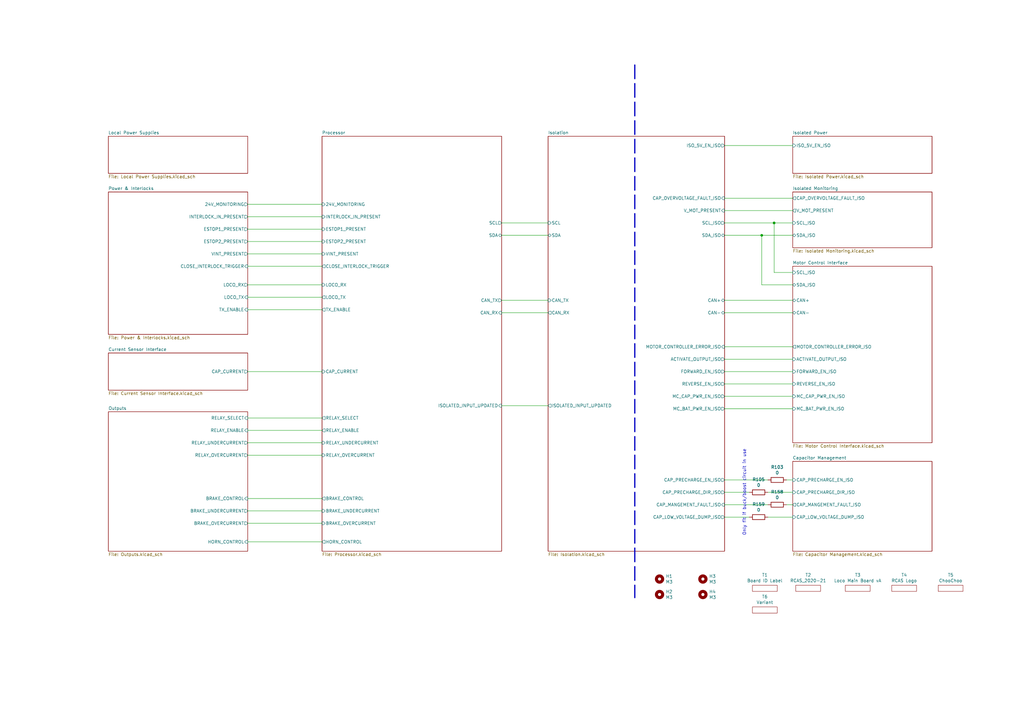
<source format=kicad_sch>
(kicad_sch (version 20211123) (generator eeschema)

  (uuid 8d55e186-3e11-40e8-a65e-b36a8a00069e)

  (paper "A3")

  (title_block
    (title "Loco Main Board")
    (date "2021-05-26")
    (rev "vA")
    (comment 1 "MJ")
  )

  (lib_symbols
    (symbol "RCAS_Mechanical:MountingHole" (pin_names (offset 1.016)) (in_bom yes) (on_board yes)
      (property "Reference" "H" (id 0) (at 0 5.08 0)
        (effects (font (size 1.27 1.27)))
      )
      (property "Value" "MountingHole" (id 1) (at 0 3.175 0)
        (effects (font (size 1.27 1.27)))
      )
      (property "Footprint" "" (id 2) (at 0 0 0)
        (effects (font (size 1.27 1.27)) hide)
      )
      (property "Datasheet" "~" (id 3) (at 0 0 0)
        (effects (font (size 1.27 1.27)) hide)
      )
      (property "ki_keywords" "mounting hole" (id 4) (at 0 0 0)
        (effects (font (size 1.27 1.27)) hide)
      )
      (property "ki_description" "Mounting Hole without connection" (id 5) (at 0 0 0)
        (effects (font (size 1.27 1.27)) hide)
      )
      (property "ki_fp_filters" "MountingHole*" (id 6) (at 0 0 0)
        (effects (font (size 1.27 1.27)) hide)
      )
      (symbol "MountingHole_0_1"
        (circle (center 0 0) (radius 1.27)
          (stroke (width 1.27) (type default) (color 0 0 0 0))
          (fill (type none))
        )
      )
    )
    (symbol "RCAS_Misc:PCB_Text" (pin_names (offset 1.016)) (in_bom yes) (on_board yes)
      (property "Reference" "T" (id 0) (at 0 3.81 0)
        (effects (font (size 1.27 1.27)))
      )
      (property "Value" "PCB_Text" (id 1) (at 0 -1.27 0)
        (effects (font (size 1.27 1.27)))
      )
      (property "Footprint" "" (id 2) (at 0 0 0)
        (effects (font (size 1.27 1.27)) hide)
      )
      (property "Datasheet" "" (id 3) (at 0 0 0)
        (effects (font (size 1.27 1.27)) hide)
      )
      (symbol "PCB_Text_0_1"
        (rectangle (start -5.08 0) (end 5.08 2.54)
          (stroke (width 0) (type default) (color 0 0 0 0))
          (fill (type none))
        )
      )
    )
    (symbol "RCAS_Passives:Resistor" (pin_numbers hide) (pin_names (offset 0)) (in_bom yes) (on_board yes)
      (property "Reference" "R" (id 0) (at 2.032 0 90)
        (effects (font (size 1.27 1.27)))
      )
      (property "Value" "Resistor" (id 1) (at 0 0 90)
        (effects (font (size 1.27 1.27)))
      )
      (property "Footprint" "" (id 2) (at -1.778 0 90)
        (effects (font (size 1.27 1.27)) hide)
      )
      (property "Datasheet" "~" (id 3) (at 0 0 0)
        (effects (font (size 1.27 1.27)) hide)
      )
      (property "ki_keywords" "R res resistor" (id 4) (at 0 0 0)
        (effects (font (size 1.27 1.27)) hide)
      )
      (property "ki_description" "Resistor" (id 5) (at 0 0 0)
        (effects (font (size 1.27 1.27)) hide)
      )
      (property "ki_fp_filters" "R_*" (id 6) (at 0 0 0)
        (effects (font (size 1.27 1.27)) hide)
      )
      (symbol "Resistor_0_1"
        (rectangle (start -1.016 -2.54) (end 1.016 2.54)
          (stroke (width 0.254) (type default) (color 0 0 0 0))
          (fill (type none))
        )
      )
      (symbol "Resistor_1_1"
        (pin passive line (at 0 3.81 270) (length 1.27)
          (name "~" (effects (font (size 1.27 1.27))))
          (number "1" (effects (font (size 1.27 1.27))))
        )
        (pin passive line (at 0 -3.81 90) (length 1.27)
          (name "~" (effects (font (size 1.27 1.27))))
          (number "2" (effects (font (size 1.27 1.27))))
        )
      )
    )
  )

  (junction (at 317.5 91.44) (diameter 0) (color 0 0 0 0)
    (uuid 55e740a3-0735-4744-896e-2bf5437093b9)
  )
  (junction (at 312.42 96.52) (diameter 0) (color 0 0 0 0)
    (uuid 77ed3941-d133-4aef-a9af-5a39322d14eb)
  )

  (wire (pts (xy 101.6 214.63) (xy 132.08 214.63))
    (stroke (width 0) (type default) (color 0 0 0 0))
    (uuid 0f54db53-a272-4955-88fb-d7ab00657bb0)
  )
  (wire (pts (xy 317.5 111.76) (xy 317.5 91.44))
    (stroke (width 0) (type default) (color 0 0 0 0))
    (uuid 10109f84-4940-47f8-8640-91f185ac9bc1)
  )
  (wire (pts (xy 101.6 93.98) (xy 132.08 93.98))
    (stroke (width 0) (type default) (color 0 0 0 0))
    (uuid 127679a9-3981-4934-815e-896a4e3ff56e)
  )
  (wire (pts (xy 325.12 196.85) (xy 322.58 196.85))
    (stroke (width 0) (type default) (color 0 0 0 0))
    (uuid 182b2d54-931d-49d6-9f39-60a752623e36)
  )
  (wire (pts (xy 132.08 176.53) (xy 101.6 176.53))
    (stroke (width 0) (type default) (color 0 0 0 0))
    (uuid 1bf544e3-5940-4576-9291-2464e95c0ee2)
  )
  (wire (pts (xy 297.18 212.09) (xy 307.34 212.09))
    (stroke (width 0) (type default) (color 0 0 0 0))
    (uuid 1e1b062d-fad0-427c-a622-c5b8a80b5268)
  )
  (wire (pts (xy 205.74 128.27) (xy 224.79 128.27))
    (stroke (width 0) (type default) (color 0 0 0 0))
    (uuid 23bb2798-d93a-4696-a962-c305c4298a0c)
  )
  (wire (pts (xy 297.18 207.01) (xy 314.96 207.01))
    (stroke (width 0) (type default) (color 0 0 0 0))
    (uuid 2dc272bd-3aa2-45b5-889d-1d3c8aac80f8)
  )
  (wire (pts (xy 101.6 181.61) (xy 132.08 181.61))
    (stroke (width 0) (type default) (color 0 0 0 0))
    (uuid 3aaee4c4-dbf7-49a5-a620-9465d8cc3ae7)
  )
  (wire (pts (xy 325.12 207.01) (xy 322.58 207.01))
    (stroke (width 0) (type default) (color 0 0 0 0))
    (uuid 3b838d52-596d-4e4d-a6ac-e4c8e7621137)
  )
  (wire (pts (xy 224.79 166.37) (xy 205.74 166.37))
    (stroke (width 0) (type default) (color 0 0 0 0))
    (uuid 42713045-fffd-4b2d-ae1e-7232d705fb12)
  )
  (wire (pts (xy 325.12 142.24) (xy 297.18 142.24))
    (stroke (width 0) (type default) (color 0 0 0 0))
    (uuid 44d8279a-9cd1-4db6-856f-0363131605fc)
  )
  (wire (pts (xy 312.42 116.84) (xy 325.12 116.84))
    (stroke (width 0) (type default) (color 0 0 0 0))
    (uuid 47baf4b1-0938-497d-88f9-671136aa8be7)
  )
  (wire (pts (xy 132.08 99.06) (xy 101.6 99.06))
    (stroke (width 0) (type default) (color 0 0 0 0))
    (uuid 48ab88d7-7084-4d02-b109-3ad55a30bb11)
  )
  (wire (pts (xy 314.96 212.09) (xy 325.12 212.09))
    (stroke (width 0) (type default) (color 0 0 0 0))
    (uuid 4f66b314-0f62-4fb6-8c3c-f9c6a75cd3ec)
  )
  (wire (pts (xy 297.18 123.19) (xy 325.12 123.19))
    (stroke (width 0) (type default) (color 0 0 0 0))
    (uuid 4fb02e58-160a-4a39-9f22-d0c75e82ee72)
  )
  (wire (pts (xy 297.18 196.85) (xy 314.96 196.85))
    (stroke (width 0) (type default) (color 0 0 0 0))
    (uuid 5114c7bf-b955-49f3-a0a8-4b954c81bde0)
  )
  (wire (pts (xy 101.6 127) (xy 132.08 127))
    (stroke (width 0) (type default) (color 0 0 0 0))
    (uuid 6441b183-b8f2-458f-a23d-60e2b1f66dd6)
  )
  (wire (pts (xy 325.12 152.4) (xy 297.18 152.4))
    (stroke (width 0) (type default) (color 0 0 0 0))
    (uuid 66116376-6967-4178-9f23-a26cdeafc400)
  )
  (wire (pts (xy 101.6 104.14) (xy 132.08 104.14))
    (stroke (width 0) (type default) (color 0 0 0 0))
    (uuid 6a45789b-3855-401f-8139-3c734f7f52f9)
  )
  (wire (pts (xy 297.18 91.44) (xy 317.5 91.44))
    (stroke (width 0) (type default) (color 0 0 0 0))
    (uuid 6a955fc7-39d9-4c75-9a69-676ca8c0b9b2)
  )
  (wire (pts (xy 132.08 88.9) (xy 101.6 88.9))
    (stroke (width 0) (type default) (color 0 0 0 0))
    (uuid 6c2d26bc-6eca-436c-8025-79f817bf57d6)
  )
  (wire (pts (xy 297.18 167.64) (xy 325.12 167.64))
    (stroke (width 0) (type default) (color 0 0 0 0))
    (uuid 704d6d51-bb34-4cbf-83d8-841e208048d8)
  )
  (wire (pts (xy 101.6 83.82) (xy 132.08 83.82))
    (stroke (width 0) (type default) (color 0 0 0 0))
    (uuid 716e31c5-485f-40b5-88e3-a75900da9811)
  )
  (wire (pts (xy 325.12 111.76) (xy 317.5 111.76))
    (stroke (width 0) (type default) (color 0 0 0 0))
    (uuid 71c31975-2c45-4d18-a25a-18e07a55d11e)
  )
  (wire (pts (xy 205.74 96.52) (xy 224.79 96.52))
    (stroke (width 0) (type default) (color 0 0 0 0))
    (uuid 746ba970-8279-4e7b-aed3-f28687777c21)
  )
  (wire (pts (xy 297.18 157.48) (xy 325.12 157.48))
    (stroke (width 0) (type default) (color 0 0 0 0))
    (uuid 749dfe75-c0d6-4872-9330-29c5bbcb8ff8)
  )
  (wire (pts (xy 224.79 123.19) (xy 205.74 123.19))
    (stroke (width 0) (type default) (color 0 0 0 0))
    (uuid 78cbdd6c-4878-4cc5-9a58-0e506478e37d)
  )
  (wire (pts (xy 132.08 222.25) (xy 101.6 222.25))
    (stroke (width 0) (type default) (color 0 0 0 0))
    (uuid 80094b70-85ab-4ff6-934b-60d5ee65023a)
  )
  (wire (pts (xy 297.18 162.56) (xy 325.12 162.56))
    (stroke (width 0) (type default) (color 0 0 0 0))
    (uuid 8174b4de-74b1-48db-ab8e-c8432251095b)
  )
  (wire (pts (xy 132.08 209.55) (xy 101.6 209.55))
    (stroke (width 0) (type default) (color 0 0 0 0))
    (uuid 922058ca-d09a-45fd-8394-05f3e2c1e03a)
  )
  (polyline (pts (xy 260.35 26.67) (xy 260.35 245.11))
    (stroke (width 0.508) (type default) (color 0 0 0 0))
    (uuid 94c158d1-8503-4553-b511-bf42f506c2a8)
  )

  (wire (pts (xy 101.6 204.47) (xy 132.08 204.47))
    (stroke (width 0) (type default) (color 0 0 0 0))
    (uuid 97fe9c60-586f-4895-8504-4d3729f5f81a)
  )
  (wire (pts (xy 314.96 201.93) (xy 325.12 201.93))
    (stroke (width 0) (type default) (color 0 0 0 0))
    (uuid a5cd8da1-8f7f-4f80-bb23-0317de562222)
  )
  (wire (pts (xy 132.08 109.22) (xy 101.6 109.22))
    (stroke (width 0) (type default) (color 0 0 0 0))
    (uuid b1086f75-01ba-4188-8d36-75a9e2828ca9)
  )
  (wire (pts (xy 132.08 186.69) (xy 101.6 186.69))
    (stroke (width 0) (type default) (color 0 0 0 0))
    (uuid bdc7face-9f7c-4701-80bb-4cc144448db1)
  )
  (wire (pts (xy 132.08 121.92) (xy 101.6 121.92))
    (stroke (width 0) (type default) (color 0 0 0 0))
    (uuid bfc0aadc-38cf-466e-a642-68fdc3138c78)
  )
  (wire (pts (xy 312.42 96.52) (xy 312.42 116.84))
    (stroke (width 0) (type default) (color 0 0 0 0))
    (uuid c022004a-c968-410e-b59e-fbab0e561e9d)
  )
  (wire (pts (xy 101.6 171.45) (xy 132.08 171.45))
    (stroke (width 0) (type default) (color 0 0 0 0))
    (uuid c0515cd2-cdaa-467e-8354-0f6eadfa35c9)
  )
  (wire (pts (xy 297.18 201.93) (xy 307.34 201.93))
    (stroke (width 0) (type default) (color 0 0 0 0))
    (uuid cbdcaa78-3bbc-413f-91bf-2709119373ce)
  )
  (wire (pts (xy 101.6 116.84) (xy 132.08 116.84))
    (stroke (width 0) (type default) (color 0 0 0 0))
    (uuid d4a1d3c4-b315-4bec-9220-d12a9eab51e0)
  )
  (wire (pts (xy 132.08 152.4) (xy 101.6 152.4))
    (stroke (width 0) (type default) (color 0 0 0 0))
    (uuid d8603679-3e7b-4337-8dbc-1827f5f54d8a)
  )
  (wire (pts (xy 224.79 91.44) (xy 205.74 91.44))
    (stroke (width 0) (type default) (color 0 0 0 0))
    (uuid e10b5627-3247-4c86-b9f6-ef474ca11543)
  )
  (wire (pts (xy 312.42 96.52) (xy 297.18 96.52))
    (stroke (width 0) (type default) (color 0 0 0 0))
    (uuid e615f7aa-337e-474d-9615-2ad82b1c44ca)
  )
  (wire (pts (xy 325.12 96.52) (xy 312.42 96.52))
    (stroke (width 0) (type default) (color 0 0 0 0))
    (uuid e8314017-7be6-4011-9179-37449a29b311)
  )
  (wire (pts (xy 297.18 59.69) (xy 325.12 59.69))
    (stroke (width 0) (type default) (color 0 0 0 0))
    (uuid e9bb29b2-2bb9-4ea2-acd9-2bb3ca677a12)
  )
  (wire (pts (xy 297.18 147.32) (xy 325.12 147.32))
    (stroke (width 0) (type default) (color 0 0 0 0))
    (uuid eb667eea-300e-4ca7-8a6f-4b00de80cd45)
  )
  (wire (pts (xy 325.12 128.27) (xy 297.18 128.27))
    (stroke (width 0) (type default) (color 0 0 0 0))
    (uuid ef8fe2ac-6a7f-4682-9418-b801a1b10a3b)
  )
  (wire (pts (xy 317.5 91.44) (xy 325.12 91.44))
    (stroke (width 0) (type default) (color 0 0 0 0))
    (uuid f4f99e3d-7269-4f6a-a759-16ad2a258779)
  )
  (wire (pts (xy 325.12 86.36) (xy 297.18 86.36))
    (stroke (width 0) (type default) (color 0 0 0 0))
    (uuid f71da641-16e6-4257-80c3-0b9d804fee4f)
  )
  (wire (pts (xy 297.18 81.28) (xy 325.12 81.28))
    (stroke (width 0) (type default) (color 0 0 0 0))
    (uuid fd470e95-4861-44fe-b1e4-6d8a7c66e144)
  )

  (text "Only fit if buck/boost circuit in use" (at 306.07 219.71 90)
    (effects (font (size 1.27 1.27)) (justify left bottom))
    (uuid 01e9b6e7-adf9-4ee7-9447-a588630ee4a2)
  )

  (symbol (lib_id "RCAS_Mechanical:MountingHole") (at 288.29 237.49 0) (unit 1)
    (in_bom yes) (on_board yes)
    (uuid 00000000-0000-0000-0000-0000605e762b)
    (property "Reference" "H3" (id 0) (at 290.83 236.3216 0)
      (effects (font (size 1.27 1.27)) (justify left))
    )
    (property "Value" "M3" (id 1) (at 290.83 238.633 0)
      (effects (font (size 1.27 1.27)) (justify left))
    )
    (property "Footprint" "RCAS_MountingHole:MountingHole_3.2mm_M3" (id 2) (at 288.29 237.49 0)
      (effects (font (size 1.27 1.27)) hide)
    )
    (property "Datasheet" "~" (id 3) (at 288.29 237.49 0)
      (effects (font (size 1.27 1.27)) hide)
    )
  )

  (symbol (lib_id "RCAS_Mechanical:MountingHole") (at 270.51 237.49 0) (unit 1)
    (in_bom yes) (on_board yes)
    (uuid 00000000-0000-0000-0000-0000605e9384)
    (property "Reference" "H1" (id 0) (at 273.05 236.3216 0)
      (effects (font (size 1.27 1.27)) (justify left))
    )
    (property "Value" "M3" (id 1) (at 273.05 238.633 0)
      (effects (font (size 1.27 1.27)) (justify left))
    )
    (property "Footprint" "RCAS_MountingHole:MountingHole_3.2mm_M3" (id 2) (at 270.51 237.49 0)
      (effects (font (size 1.27 1.27)) hide)
    )
    (property "Datasheet" "~" (id 3) (at 270.51 237.49 0)
      (effects (font (size 1.27 1.27)) hide)
    )
  )

  (symbol (lib_id "RCAS_Mechanical:MountingHole") (at 270.51 243.84 0) (unit 1)
    (in_bom yes) (on_board yes)
    (uuid 00000000-0000-0000-0000-0000605e9625)
    (property "Reference" "H2" (id 0) (at 273.05 242.6716 0)
      (effects (font (size 1.27 1.27)) (justify left))
    )
    (property "Value" "M3" (id 1) (at 273.05 244.983 0)
      (effects (font (size 1.27 1.27)) (justify left))
    )
    (property "Footprint" "RCAS_MountingHole:MountingHole_3.2mm_M3" (id 2) (at 270.51 243.84 0)
      (effects (font (size 1.27 1.27)) hide)
    )
    (property "Datasheet" "~" (id 3) (at 270.51 243.84 0)
      (effects (font (size 1.27 1.27)) hide)
    )
  )

  (symbol (lib_id "RCAS_Mechanical:MountingHole") (at 288.29 243.84 0) (unit 1)
    (in_bom yes) (on_board yes)
    (uuid 00000000-0000-0000-0000-0000605e97bb)
    (property "Reference" "H4" (id 0) (at 290.83 242.6716 0)
      (effects (font (size 1.27 1.27)) (justify left))
    )
    (property "Value" "M3" (id 1) (at 290.83 244.983 0)
      (effects (font (size 1.27 1.27)) (justify left))
    )
    (property "Footprint" "RCAS_MountingHole:MountingHole_3.2mm_M3" (id 2) (at 288.29 243.84 0)
      (effects (font (size 1.27 1.27)) hide)
    )
    (property "Datasheet" "~" (id 3) (at 288.29 243.84 0)
      (effects (font (size 1.27 1.27)) hide)
    )
  )

  (symbol (lib_id "RCAS_Misc:PCB_Text") (at 351.79 242.57 0) (unit 1)
    (in_bom yes) (on_board yes)
    (uuid 00000000-0000-0000-0000-0000605ed40c)
    (property "Reference" "T3" (id 0) (at 351.79 235.839 0))
    (property "Value" "Loco Main Board vA" (id 1) (at 351.79 238.1504 0))
    (property "Footprint" "RCAS_PCB_Texts:PCB_Title_&_Version" (id 2) (at 351.79 242.57 0)
      (effects (font (size 1.27 1.27)) hide)
    )
    (property "Datasheet" "" (id 3) (at 351.79 242.57 0)
      (effects (font (size 1.27 1.27)) hide)
    )
  )

  (symbol (lib_id "RCAS_Misc:PCB_Text") (at 370.84 242.57 0) (unit 1)
    (in_bom yes) (on_board yes)
    (uuid 00000000-0000-0000-0000-0000605ed6a1)
    (property "Reference" "T4" (id 0) (at 370.84 235.839 0))
    (property "Value" "RCAS Logo" (id 1) (at 370.84 238.1504 0))
    (property "Footprint" "RCAS_PCB_Texts:RCAS_Logo" (id 2) (at 370.84 242.57 0)
      (effects (font (size 1.27 1.27)) hide)
    )
    (property "Datasheet" "" (id 3) (at 370.84 242.57 0)
      (effects (font (size 1.27 1.27)) hide)
    )
  )

  (symbol (lib_id "RCAS_Misc:PCB_Text") (at 331.47 242.57 0) (unit 1)
    (in_bom yes) (on_board yes)
    (uuid 00000000-0000-0000-0000-0000605ed9e8)
    (property "Reference" "T2" (id 0) (at 331.47 235.839 0))
    (property "Value" "RCAS_2020-21" (id 1) (at 331.47 238.1504 0))
    (property "Footprint" "RCAS_PCB_Texts:RCAS_Year" (id 2) (at 331.47 242.57 0)
      (effects (font (size 1.27 1.27)) hide)
    )
    (property "Datasheet" "" (id 3) (at 331.47 242.57 0)
      (effects (font (size 1.27 1.27)) hide)
    )
  )

  (symbol (lib_id "RCAS_Misc:PCB_Text") (at 313.69 242.57 0) (unit 1)
    (in_bom yes) (on_board yes)
    (uuid 00000000-0000-0000-0000-0000605edc97)
    (property "Reference" "T1" (id 0) (at 313.69 235.839 0))
    (property "Value" "Board ID Label" (id 1) (at 313.69 238.1504 0))
    (property "Footprint" "RCAS_PCB_Texts:Board_Number" (id 2) (at 313.69 242.57 0)
      (effects (font (size 1.27 1.27)) hide)
    )
    (property "Datasheet" "" (id 3) (at 313.69 242.57 0)
      (effects (font (size 1.27 1.27)) hide)
    )
  )

  (symbol (lib_id "RCAS_Misc:PCB_Text") (at 389.89 242.57 0) (unit 1)
    (in_bom yes) (on_board yes)
    (uuid 00000000-0000-0000-0000-00006080e6ae)
    (property "Reference" "T5" (id 0) (at 389.89 235.839 0))
    (property "Value" "ChooChoo" (id 1) (at 389.89 238.1504 0))
    (property "Footprint" "RCAS_PCB_Texts:Alasdair's_ChooChoo_Thing" (id 2) (at 389.89 242.57 0)
      (effects (font (size 1.27 1.27)) hide)
    )
    (property "Datasheet" "" (id 3) (at 389.89 242.57 0)
      (effects (font (size 1.27 1.27)) hide)
    )
  )

  (symbol (lib_id "RCAS_Misc:PCB_Text") (at 313.69 251.46 0) (unit 1)
    (in_bom yes) (on_board yes)
    (uuid 00000000-0000-0000-0000-000060c62af1)
    (property "Reference" "T6" (id 0) (at 313.69 244.729 0))
    (property "Value" "Variant" (id 1) (at 313.69 247.0404 0))
    (property "Footprint" "RCAS_PCB_Texts:Board_Number" (id 2) (at 313.69 251.46 0)
      (effects (font (size 1.27 1.27)) hide)
    )
    (property "Datasheet" "" (id 3) (at 313.69 251.46 0)
      (effects (font (size 1.27 1.27)) hide)
    )
  )

  (symbol (lib_id "RCAS_Passives:Resistor") (at 318.77 196.85 270) (unit 1)
    (in_bom yes) (on_board yes)
    (uuid 00000000-0000-0000-0000-000065c14856)
    (property "Reference" "R103" (id 0) (at 318.77 191.5922 90))
    (property "Value" "0" (id 1) (at 318.77 193.9036 90))
    (property "Footprint" "RCAS_Resistor_SMD:R_0603_1608Metric_Pad1.05x0.95mm_HandSolder" (id 2) (at 318.77 195.072 90)
      (effects (font (size 1.27 1.27)) hide)
    )
    (property "Datasheet" "~" (id 3) (at 318.77 196.85 0)
      (effects (font (size 1.27 1.27)) hide)
    )
    (pin "1" (uuid f9515fa6-f5ed-4aed-bed9-40935bb6eb37))
    (pin "2" (uuid cc15279d-322e-4fbb-916b-98ce169c8108))
  )

  (symbol (lib_id "RCAS_Passives:Resistor") (at 311.15 201.93 90) (unit 1)
    (in_bom yes) (on_board yes)
    (uuid 00000000-0000-0000-0000-000065c15383)
    (property "Reference" "R105" (id 0) (at 311.15 196.6722 90))
    (property "Value" "0" (id 1) (at 311.15 198.9836 90))
    (property "Footprint" "RCAS_Resistor_SMD:R_0603_1608Metric_Pad1.05x0.95mm_HandSolder" (id 2) (at 311.15 203.708 90)
      (effects (font (size 1.27 1.27)) hide)
    )
    (property "Datasheet" "~" (id 3) (at 311.15 201.93 0)
      (effects (font (size 1.27 1.27)) hide)
    )
    (pin "1" (uuid 48fd4b35-45e4-4125-bf6f-35a79e01d2ad))
    (pin "2" (uuid 1007287a-b7fc-4014-9d05-37e9eda424a1))
  )

  (symbol (lib_id "RCAS_Passives:Resistor") (at 318.77 207.01 270) (unit 1)
    (in_bom yes) (on_board yes)
    (uuid 00000000-0000-0000-0000-000065c15cb7)
    (property "Reference" "R158" (id 0) (at 318.77 201.7522 90))
    (property "Value" "0" (id 1) (at 318.77 204.0636 90))
    (property "Footprint" "RCAS_Resistor_SMD:R_0603_1608Metric_Pad1.05x0.95mm_HandSolder" (id 2) (at 318.77 205.232 90)
      (effects (font (size 1.27 1.27)) hide)
    )
    (property "Datasheet" "~" (id 3) (at 318.77 207.01 0)
      (effects (font (size 1.27 1.27)) hide)
    )
    (pin "1" (uuid 388578e8-1449-4ddf-ab15-2fd1da2c812a))
    (pin "2" (uuid 7e2b314d-d9b6-4b70-870e-d2fba85e849e))
  )

  (symbol (lib_id "RCAS_Passives:Resistor") (at 311.15 212.09 270) (unit 1)
    (in_bom yes) (on_board yes)
    (uuid 00000000-0000-0000-0000-000065c16242)
    (property "Reference" "R159" (id 0) (at 311.15 206.8322 90))
    (property "Value" "0" (id 1) (at 311.15 209.1436 90))
    (property "Footprint" "RCAS_Resistor_SMD:R_0603_1608Metric_Pad1.05x0.95mm_HandSolder" (id 2) (at 311.15 210.312 90)
      (effects (font (size 1.27 1.27)) hide)
    )
    (property "Datasheet" "~" (id 3) (at 311.15 212.09 0)
      (effects (font (size 1.27 1.27)) hide)
    )
    (pin "1" (uuid 156602a5-478a-4ba2-b2af-819d58efdb00))
    (pin "2" (uuid bca207e1-1147-46c6-aaa1-38c0d6fa661a))
  )

  (sheet (at 44.45 78.74) (size 57.15 58.42) (fields_autoplaced)
    (stroke (width 0) (type solid) (color 0 0 0 0))
    (fill (color 0 0 0 0.0000))
    (uuid 00000000-0000-0000-0000-00005f763968)
    (property "Sheet name" "Power & Interlocks" (id 0) (at 44.45 78.0284 0)
      (effects (font (size 1.27 1.27)) (justify left bottom))
    )
    (property "Sheet file" "Power & Interlocks.kicad_sch" (id 1) (at 44.45 137.7446 0)
      (effects (font (size 1.27 1.27)) (justify left top))
    )
    (pin "24V_MONITORING" output (at 101.6 83.82 0)
      (effects (font (size 1.27 1.27)) (justify right))
      (uuid 5038e144-5119-49db-b6cf-f7c345f1cf03)
    )
    (pin "INTERLOCK_IN_PRESENT" output (at 101.6 88.9 0)
      (effects (font (size 1.27 1.27)) (justify right))
      (uuid ac264c30-3e9a-4be2-b97a-9949b68bd497)
    )
    (pin "ESTOP1_PRESENT" output (at 101.6 93.98 0)
      (effects (font (size 1.27 1.27)) (justify right))
      (uuid 54365317-1355-4216-bb75-829375abc4ec)
    )
    (pin "ESTOP2_PRESENT" output (at 101.6 99.06 0)
      (effects (font (size 1.27 1.27)) (justify right))
      (uuid a3e4f0ae-9f86-49e9-b386-ed8b42e012fb)
    )
    (pin "VINT_PRESENT" output (at 101.6 104.14 0)
      (effects (font (size 1.27 1.27)) (justify right))
      (uuid a690fc6c-55d9-47e6-b533-faa4b67e20f3)
    )
    (pin "CLOSE_INTERLOCK_TRIGGER" input (at 101.6 109.22 0)
      (effects (font (size 1.27 1.27)) (justify right))
      (uuid c144caa5-b0d4-4cef-840a-d4ad178a2102)
    )
    (pin "LOCO_RX" output (at 101.6 116.84 0)
      (effects (font (size 1.27 1.27)) (justify right))
      (uuid efeac2a2-7682-4dc7-83ee-f6f1b23da506)
    )
    (pin "LOCO_TX" input (at 101.6 121.92 0)
      (effects (font (size 1.27 1.27)) (justify right))
      (uuid 5fc27c35-3e1c-4f96-817c-93b5570858a6)
    )
    (pin "TX_ENABLE" input (at 101.6 127 0)
      (effects (font (size 1.27 1.27)) (justify right))
      (uuid 6c9b793c-e74d-4754-a2c0-901e73b26f1c)
    )
  )

  (sheet (at 132.08 55.88) (size 73.66 170.18) (fields_autoplaced)
    (stroke (width 0) (type solid) (color 0 0 0 0))
    (fill (color 0 0 0 0.0000))
    (uuid 00000000-0000-0000-0000-00005f8fe876)
    (property "Sheet name" "Processor" (id 0) (at 132.08 55.1684 0)
      (effects (font (size 1.27 1.27)) (justify left bottom))
    )
    (property "Sheet file" "Processor.kicad_sch" (id 1) (at 132.08 226.6446 0)
      (effects (font (size 1.27 1.27)) (justify left top))
    )
    (pin "CAN_TX" output (at 205.74 123.19 0)
      (effects (font (size 1.27 1.27)) (justify right))
      (uuid c41b3c8b-634e-435a-b582-96b83bbd4032)
    )
    (pin "CAN_RX" input (at 205.74 128.27 0)
      (effects (font (size 1.27 1.27)) (justify right))
      (uuid 9340c285-5767-42d5-8b6d-63fe2a40ddf3)
    )
    (pin "SDA" bidirectional (at 205.74 96.52 0)
      (effects (font (size 1.27 1.27)) (justify right))
      (uuid 1831fb37-1c5d-42c4-b898-151be6fca9dc)
    )
    (pin "SCL" output (at 205.74 91.44 0)
      (effects (font (size 1.27 1.27)) (justify right))
      (uuid 0f22151c-f260-4674-b486-4710a2c42a55)
    )
    (pin "CAP_CURRENT" input (at 132.08 152.4 180)
      (effects (font (size 1.27 1.27)) (justify left))
      (uuid fe8d9267-7834-48d6-a191-c8724b2ee78d)
    )
    (pin "VINT_PRESENT" input (at 132.08 104.14 180)
      (effects (font (size 1.27 1.27)) (justify left))
      (uuid 0b21a65d-d20b-411e-920a-75c343ac5136)
    )
    (pin "CLOSE_INTERLOCK_TRIGGER" output (at 132.08 109.22 180)
      (effects (font (size 1.27 1.27)) (justify left))
      (uuid 3cd1bda0-18db-417d-b581-a0c50623df68)
    )
    (pin "ESTOP2_PRESENT" input (at 132.08 99.06 180)
      (effects (font (size 1.27 1.27)) (justify left))
      (uuid d57dcfee-5058-4fc2-a68b-05f9a48f685b)
    )
    (pin "ESTOP1_PRESENT" input (at 132.08 93.98 180)
      (effects (font (size 1.27 1.27)) (justify left))
      (uuid 03c52831-5dc5-43c5-a442-8d23643b46fb)
    )
    (pin "INTERLOCK_IN_PRESENT" input (at 132.08 88.9 180)
      (effects (font (size 1.27 1.27)) (justify left))
      (uuid a1823eb2-fb0d-4ed8-8b96-04184ac3a9d5)
    )
    (pin "24V_MONITORING" input (at 132.08 83.82 180)
      (effects (font (size 1.27 1.27)) (justify left))
      (uuid 29e78086-2175-405e-9ba3-c48766d2f50c)
    )
    (pin "ISOLATED_INPUT_UPDATED" input (at 205.74 166.37 0)
      (effects (font (size 1.27 1.27)) (justify right))
      (uuid 94a873dc-af67-4ef9-8159-1f7c93eeb3d7)
    )
    (pin "RELAY_SELECT" output (at 132.08 171.45 180)
      (effects (font (size 1.27 1.27)) (justify left))
      (uuid 4c8eb964-bdf4-44de-90e9-e2ab82dd5313)
    )
    (pin "RELAY_ENABLE" output (at 132.08 176.53 180)
      (effects (font (size 1.27 1.27)) (justify left))
      (uuid aa14c3bd-4acc-4908-9d28-228585a22a9d)
    )
    (pin "BRAKE_UNDERCURRENT" input (at 132.08 209.55 180)
      (effects (font (size 1.27 1.27)) (justify left))
      (uuid 9bb20359-0f8b-45bc-9d38-6626ed3a939d)
    )
    (pin "BRAKE_OVERCURRENT" input (at 132.08 214.63 180)
      (effects (font (size 1.27 1.27)) (justify left))
      (uuid 2d210a96-f81f-42a9-8bf4-1b43c11086f3)
    )
    (pin "BRAKE_CONTROL" output (at 132.08 204.47 180)
      (effects (font (size 1.27 1.27)) (justify left))
      (uuid e857610b-4434-4144-b04e-43c1ebdc5ceb)
    )
    (pin "HORN_CONTROL" output (at 132.08 222.25 180)
      (effects (font (size 1.27 1.27)) (justify left))
      (uuid 6c2e273e-743c-4f1e-a647-4171f8122550)
    )
    (pin "LOCO_RX" input (at 132.08 116.84 180)
      (effects (font (size 1.27 1.27)) (justify left))
      (uuid 666713b0-70f4-42df-8761-f65bc212d03b)
    )
    (pin "LOCO_TX" output (at 132.08 121.92 180)
      (effects (font (size 1.27 1.27)) (justify left))
      (uuid 7dc880bc-e7eb-4cce-8d8c-0b65a9dd788e)
    )
    (pin "TX_ENABLE" output (at 132.08 127 180)
      (effects (font (size 1.27 1.27)) (justify left))
      (uuid 9157f4ae-0244-4ff1-9f73-3cb4cbb5f280)
    )
    (pin "RELAY_UNDERCURRENT" input (at 132.08 181.61 180)
      (effects (font (size 1.27 1.27)) (justify left))
      (uuid 7aed3a71-054b-4aaa-9c0a-030523c32827)
    )
    (pin "RELAY_OVERCURRENT" input (at 132.08 186.69 180)
      (effects (font (size 1.27 1.27)) (justify left))
      (uuid 1a1ab354-5f85-45f9-938c-9f6c4c8c3ea2)
    )
  )

  (sheet (at 44.45 55.88) (size 57.15 15.24) (fields_autoplaced)
    (stroke (width 0) (type solid) (color 0 0 0 0))
    (fill (color 0 0 0 0.0000))
    (uuid 00000000-0000-0000-0000-00005f930d51)
    (property "Sheet name" "Local Power Supplies" (id 0) (at 44.45 55.1684 0)
      (effects (font (size 1.27 1.27)) (justify left bottom))
    )
    (property "Sheet file" "Local Power Supplies.kicad_sch" (id 1) (at 44.45 71.7046 0)
      (effects (font (size 1.27 1.27)) (justify left top))
    )
  )

  (sheet (at 325.12 189.23) (size 57.15 36.83) (fields_autoplaced)
    (stroke (width 0) (type solid) (color 0 0 0 0))
    (fill (color 0 0 0 0.0000))
    (uuid 00000000-0000-0000-0000-00005f930f6b)
    (property "Sheet name" "Capacitor Management" (id 0) (at 325.12 188.5184 0)
      (effects (font (size 1.27 1.27)) (justify left bottom))
    )
    (property "Sheet file" "Capacitor Management.kicad_sch" (id 1) (at 325.12 226.6446 0)
      (effects (font (size 1.27 1.27)) (justify left top))
    )
    (pin "CAP_MANGEMENT_FAULT_ISO" output (at 325.12 207.01 180)
      (effects (font (size 1.27 1.27)) (justify left))
      (uuid 40976bf0-19de-460f-ad64-224d4f51e16b)
    )
    (pin "CAP_PRECHARGE_DIR_ISO" input (at 325.12 201.93 180)
      (effects (font (size 1.27 1.27)) (justify left))
      (uuid e21aa84b-970e-47cf-b64f-3b55ee0e1b51)
    )
    (pin "CAP_PRECHARGE_EN_ISO" input (at 325.12 196.85 180)
      (effects (font (size 1.27 1.27)) (justify left))
      (uuid c8c79177-94d4-43e2-a654-f0a5554fbb68)
    )
    (pin "CAP_LOW_VOLTAGE_DUMP_ISO" input (at 325.12 212.09 180)
      (effects (font (size 1.27 1.27)) (justify left))
      (uuid a15a7506-eae4-4933-84da-9ad754258706)
    )
  )

  (sheet (at 325.12 78.74) (size 57.15 22.86) (fields_autoplaced)
    (stroke (width 0) (type solid) (color 0 0 0 0))
    (fill (color 0 0 0 0.0000))
    (uuid 00000000-0000-0000-0000-00005f9510ce)
    (property "Sheet name" "Isolated Monitoring" (id 0) (at 325.12 78.0284 0)
      (effects (font (size 1.27 1.27)) (justify left bottom))
    )
    (property "Sheet file" "Isolated Monitoring.kicad_sch" (id 1) (at 325.12 102.1846 0)
      (effects (font (size 1.27 1.27)) (justify left top))
    )
    (pin "SDA_ISO" bidirectional (at 325.12 96.52 180)
      (effects (font (size 1.27 1.27)) (justify left))
      (uuid 5cbb5968-dbb5-4b84-864a-ead1cacf75b9)
    )
    (pin "SCL_ISO" input (at 325.12 91.44 180)
      (effects (font (size 1.27 1.27)) (justify left))
      (uuid 3f5fe6b7-98fc-4d3e-9567-f9f7202d1455)
    )
    (pin "CAP_OVERVOLTAGE_FAULT_ISO" output (at 325.12 81.28 180)
      (effects (font (size 1.27 1.27)) (justify left))
      (uuid bb7f0588-d4d8-44bf-9ebf-3c533fe4d6ae)
    )
    (pin "V_MOT_PRESENT" output (at 325.12 86.36 180)
      (effects (font (size 1.27 1.27)) (justify left))
      (uuid f1830a1b-f0cc-47ae-a2c9-679c82032f14)
    )
  )

  (sheet (at 325.12 109.22) (size 57.15 72.39) (fields_autoplaced)
    (stroke (width 0) (type solid) (color 0 0 0 0))
    (fill (color 0 0 0 0.0000))
    (uuid 00000000-0000-0000-0000-00005fb378b1)
    (property "Sheet name" "Motor Control Interface" (id 0) (at 325.12 108.5084 0)
      (effects (font (size 1.27 1.27)) (justify left bottom))
    )
    (property "Sheet file" "Motor Control Interface.kicad_sch" (id 1) (at 325.12 182.1946 0)
      (effects (font (size 1.27 1.27)) (justify left top))
    )
    (pin "SDA_ISO" bidirectional (at 325.12 116.84 180)
      (effects (font (size 1.27 1.27)) (justify left))
      (uuid 9c8ccb2a-b1e9-4f2c-94fe-301b5975277e)
    )
    (pin "SCL_ISO" input (at 325.12 111.76 180)
      (effects (font (size 1.27 1.27)) (justify left))
      (uuid a03e565f-d8cd-4032-aae3-b7327d4143dd)
    )
    (pin "ACTIVATE_OUTPUT_ISO" input (at 325.12 147.32 180)
      (effects (font (size 1.27 1.27)) (justify left))
      (uuid 5b2b5c7d-f943-4634-9f0a-e9561705c49d)
    )
    (pin "FORWARD_EN_ISO" input (at 325.12 152.4 180)
      (effects (font (size 1.27 1.27)) (justify left))
      (uuid c70d9ef3-bfeb-47e0-a1e1-9aeba3da7864)
    )
    (pin "REVERSE_EN_ISO" input (at 325.12 157.48 180)
      (effects (font (size 1.27 1.27)) (justify left))
      (uuid 4e3d7c0d-12e3-42f2-b944-e4bcdbbcac2a)
    )
    (pin "MOTOR_CONTROLLER_ERROR_ISO" output (at 325.12 142.24 180)
      (effects (font (size 1.27 1.27)) (justify left))
      (uuid aa02e544-13f5-4cf8-a5f4-3e6cda006090)
    )
    (pin "MC_BAT_PWR_EN_ISO" input (at 325.12 167.64 180)
      (effects (font (size 1.27 1.27)) (justify left))
      (uuid 6a44418c-7bb4-4e99-8836-57f153c19721)
    )
    (pin "MC_CAP_PWR_EN_ISO" input (at 325.12 162.56 180)
      (effects (font (size 1.27 1.27)) (justify left))
      (uuid 0147f16a-c952-4891-8f53-a9fb8cddeb8d)
    )
    (pin "CAN+" bidirectional (at 325.12 123.19 180)
      (effects (font (size 1.27 1.27)) (justify left))
      (uuid d1262c4d-2245-4c4f-8f35-7bb32cd9e21e)
    )
    (pin "CAN-" bidirectional (at 325.12 128.27 180)
      (effects (font (size 1.27 1.27)) (justify left))
      (uuid d22e95aa-f3db-4fbc-a331-048a2523233e)
    )
  )

  (sheet (at 44.45 168.91) (size 57.15 57.15) (fields_autoplaced)
    (stroke (width 0) (type solid) (color 0 0 0 0))
    (fill (color 0 0 0 0.0000))
    (uuid 00000000-0000-0000-0000-00005fb380c1)
    (property "Sheet name" "Outputs" (id 0) (at 44.45 168.1984 0)
      (effects (font (size 1.27 1.27)) (justify left bottom))
    )
    (property "Sheet file" "Outputs.kicad_sch" (id 1) (at 44.45 226.6446 0)
      (effects (font (size 1.27 1.27)) (justify left top))
    )
    (pin "RELAY_SELECT" input (at 101.6 171.45 0)
      (effects (font (size 1.27 1.27)) (justify right))
      (uuid 15875808-74d5-4210-b8ca-aa8fbc04ae21)
    )
    (pin "RELAY_ENABLE" input (at 101.6 176.53 0)
      (effects (font (size 1.27 1.27)) (justify right))
      (uuid dd00c2e1-6027-4717-b312-4fab3ee52002)
    )
    (pin "BRAKE_CONTROL" input (at 101.6 204.47 0)
      (effects (font (size 1.27 1.27)) (justify right))
      (uuid 0a3cc030-c9dd-4d74-9d50-715ed2b361a2)
    )
    (pin "HORN_CONTROL" input (at 101.6 222.25 0)
      (effects (font (size 1.27 1.27)) (justify right))
      (uuid 8322f275-268c-4e87-a69f-4cfbf05e747f)
    )
    (pin "BRAKE_UNDERCURRENT" output (at 101.6 209.55 0)
      (effects (font (size 1.27 1.27)) (justify right))
      (uuid b6270a28-e0d9-4655-a18a-03dbf007b940)
    )
    (pin "BRAKE_OVERCURRENT" output (at 101.6 214.63 0)
      (effects (font (size 1.27 1.27)) (justify right))
      (uuid f3490fa5-5a27-423b-af60-53609669542c)
    )
    (pin "RELAY_UNDERCURRENT" output (at 101.6 181.61 0)
      (effects (font (size 1.27 1.27)) (justify right))
      (uuid 1860e030-7a36-4298-b7fc-a16d48ab15ba)
    )
    (pin "RELAY_OVERCURRENT" output (at 101.6 186.69 0)
      (effects (font (size 1.27 1.27)) (justify right))
      (uuid 3dcc657b-55a1-48e0-9667-e01e7b6b08b5)
    )
  )

  (sheet (at 44.45 144.78) (size 57.15 15.24) (fields_autoplaced)
    (stroke (width 0) (type solid) (color 0 0 0 0))
    (fill (color 0 0 0 0.0000))
    (uuid 00000000-0000-0000-0000-0000605a203a)
    (property "Sheet name" "Current Sensor Interface" (id 0) (at 44.45 144.0684 0)
      (effects (font (size 1.27 1.27)) (justify left bottom))
    )
    (property "Sheet file" "Current Sensor Interface.kicad_sch" (id 1) (at 44.45 160.6046 0)
      (effects (font (size 1.27 1.27)) (justify left top))
    )
    (pin "CAP_CURRENT" output (at 101.6 152.4 0)
      (effects (font (size 1.27 1.27)) (justify right))
      (uuid 13abf99d-5265-4779-8973-e94370fd18ff)
    )
  )

  (sheet (at 325.12 55.88) (size 57.15 15.24) (fields_autoplaced)
    (stroke (width 0) (type solid) (color 0 0 0 0))
    (fill (color 0 0 0 0.0000))
    (uuid 00000000-0000-0000-0000-0000605e4275)
    (property "Sheet name" "Isolated Power" (id 0) (at 325.12 55.1684 0)
      (effects (font (size 1.27 1.27)) (justify left bottom))
    )
    (property "Sheet file" "Isolated Power.kicad_sch" (id 1) (at 325.12 71.7046 0)
      (effects (font (size 1.27 1.27)) (justify left top))
    )
    (pin "ISO_5V_EN_ISO" input (at 325.12 59.69 180)
      (effects (font (size 1.27 1.27)) (justify left))
      (uuid 9ccf03e8-755a-4cd9-96fc-30e1d08fa253)
    )
  )

  (sheet (at 224.79 55.88) (size 72.39 170.18) (fields_autoplaced)
    (stroke (width 0) (type solid) (color 0 0 0 0))
    (fill (color 0 0 0 0.0000))
    (uuid 00000000-0000-0000-0000-000060626604)
    (property "Sheet name" "Isolation" (id 0) (at 224.79 55.1684 0)
      (effects (font (size 1.27 1.27)) (justify left bottom))
    )
    (property "Sheet file" "Isolation.kicad_sch" (id 1) (at 224.79 226.6446 0)
      (effects (font (size 1.27 1.27)) (justify left top))
    )
    (pin "CAN_TX" input (at 224.79 123.19 180)
      (effects (font (size 1.27 1.27)) (justify left))
      (uuid 03caada9-9e22-4e2d-9035-b15433dfbb17)
    )
    (pin "CAN_RX" output (at 224.79 128.27 180)
      (effects (font (size 1.27 1.27)) (justify left))
      (uuid 1f3003e6-dce5-420f-906b-3f1e92b67249)
    )
    (pin "SDA" bidirectional (at 224.79 96.52 180)
      (effects (font (size 1.27 1.27)) (justify left))
      (uuid 0ff508fd-18da-4ab7-9844-3c8a28c2587e)
    )
    (pin "SCL" input (at 224.79 91.44 180)
      (effects (font (size 1.27 1.27)) (justify left))
      (uuid 378af8b4-af3d-46e7-89ae-deff12ca9067)
    )
    (pin "SDA_ISO" bidirectional (at 297.18 96.52 0)
      (effects (font (size 1.27 1.27)) (justify right))
      (uuid a27eb049-c992-4f11-a026-1e6a8d9d0160)
    )
    (pin "SCL_ISO" output (at 297.18 91.44 0)
      (effects (font (size 1.27 1.27)) (justify right))
      (uuid 13c0ff76-ed71-4cd9-abb0-92c376825d5d)
    )
    (pin "MOTOR_CONTROLLER_ERROR_ISO" input (at 297.18 142.24 0)
      (effects (font (size 1.27 1.27)) (justify right))
      (uuid ffd175d1-912a-4224-be1e-a8198680f46b)
    )
    (pin "CAP_MANGEMENT_FAULT_ISO" input (at 297.18 207.01 0)
      (effects (font (size 1.27 1.27)) (justify right))
      (uuid 8412992d-8754-44de-9e08-115cec1a3eff)
    )
    (pin "CAP_OVERVOLTAGE_FAULT_ISO" input (at 297.18 81.28 0)
      (effects (font (size 1.27 1.27)) (justify right))
      (uuid df32840e-2912-4088-b54c-9a85f64c0265)
    )
    (pin "ACTIVATE_OUTPUT_ISO" output (at 297.18 147.32 0)
      (effects (font (size 1.27 1.27)) (justify right))
      (uuid c332fa55-4168-4f55-88a5-f82c7c21040b)
    )
    (pin "ISO_5V_EN_ISO" output (at 297.18 59.69 0)
      (effects (font (size 1.27 1.27)) (justify right))
      (uuid 68877d35-b796-44db-9124-b8e744e7412e)
    )
    (pin "CAP_PRECHARGE_DIR_ISO" output (at 297.18 201.93 0)
      (effects (font (size 1.27 1.27)) (justify right))
      (uuid b96fe6ac-3535-4455-ab88-ed77f5e46d6e)
    )
    (pin "CAP_PRECHARGE_EN_ISO" output (at 297.18 196.85 0)
      (effects (font (size 1.27 1.27)) (justify right))
      (uuid 9f8381e9-3077-4453-a480-a01ad9c1a940)
    )
    (pin "FORWARD_EN_ISO" output (at 297.18 152.4 0)
      (effects (font (size 1.27 1.27)) (justify right))
      (uuid 911bdcbe-493f-4e21-a506-7cbc636e2c17)
    )
    (pin "REVERSE_EN_ISO" output (at 297.18 157.48 0)
      (effects (font (size 1.27 1.27)) (justify right))
      (uuid 6d26d68f-1ca7-4ff3-b058-272f1c399047)
    )
    (pin "CAP_LOW_VOLTAGE_DUMP_ISO" output (at 297.18 212.09 0)
      (effects (font (size 1.27 1.27)) (justify right))
      (uuid d3d7e298-1d39-4294-a3ab-c84cc0dc5e5a)
    )
    (pin "MC_BAT_PWR_EN_ISO" output (at 297.18 167.64 0)
      (effects (font (size 1.27 1.27)) (justify right))
      (uuid 70e15522-1572-4451-9c0d-6d36ac70d8c6)
    )
    (pin "ISOLATED_INPUT_UPDATED" output (at 224.79 166.37 180)
      (effects (font (size 1.27 1.27)) (justify left))
      (uuid dde51ae5-b215-445e-92bb-4a12ec410531)
    )
    (pin "MC_CAP_PWR_EN_ISO" output (at 297.18 162.56 0)
      (effects (font (size 1.27 1.27)) (justify right))
      (uuid 7599133e-c681-4202-85d9-c20dac196c64)
    )
    (pin "CAN+" bidirectional (at 297.18 123.19 0)
      (effects (font (size 1.27 1.27)) (justify right))
      (uuid 4fb21471-41be-4be8-9687-66030f97befc)
    )
    (pin "CAN-" bidirectional (at 297.18 128.27 0)
      (effects (font (size 1.27 1.27)) (justify right))
      (uuid 0755aee5-bc01-4cb5-b830-583289df50a3)
    )
    (pin "V_MOT_PRESENT" input (at 297.18 86.36 0)
      (effects (font (size 1.27 1.27)) (justify right))
      (uuid 4a21e717-d46d-4d9e-8b98-af4ecb02d3ec)
    )
  )

  (sheet_instances
    (path "/" (page "1"))
    (path "/00000000-0000-0000-0000-00005f930d51" (page "2"))
    (path "/00000000-0000-0000-0000-00005f763968" (page "3"))
    (path "/00000000-0000-0000-0000-0000605a203a" (page "4"))
    (path "/00000000-0000-0000-0000-00005fb380c1" (page "5"))
    (path "/00000000-0000-0000-0000-00005f8fe876" (page "6"))
    (path "/00000000-0000-0000-0000-000060626604" (page "7"))
    (path "/00000000-0000-0000-0000-0000605e4275" (page "8"))
    (path "/00000000-0000-0000-0000-00005f9510ce" (page "9"))
    (path "/00000000-0000-0000-0000-00005fb378b1" (page "10"))
    (path "/00000000-0000-0000-0000-00005f930f6b" (page "11"))
  )

  (symbol_instances
    (path "/00000000-0000-0000-0000-00005fb378b1/00000000-0000-0000-0000-000060703eb9"
      (reference "#FLG01") (unit 1) (value "PWR_FLAG") (footprint "")
    )
    (path "/00000000-0000-0000-0000-00005f930d51/00000000-0000-0000-0000-0000605b4574"
      (reference "#FLG02") (unit 1) (value "PWR_FLAG") (footprint "")
    )
    (path "/00000000-0000-0000-0000-00005f930d51/00000000-0000-0000-0000-00005fc14ad7"
      (reference "#FLG03") (unit 1) (value "PWR_FLAG") (footprint "")
    )
    (path "/00000000-0000-0000-0000-00005f763968/00000000-0000-0000-0000-00005f7a94a1"
      (reference "#FLG04") (unit 1) (value "PWR_FLAG") (footprint "")
    )
    (path "/00000000-0000-0000-0000-00005f930f6b/00000000-0000-0000-0000-00006072d96c"
      (reference "#FLG05") (unit 1) (value "PWR_FLAG") (footprint "")
    )
    (path "/00000000-0000-0000-0000-00005fb378b1/00000000-0000-0000-0000-00006079ef08"
      (reference "#PWR02") (unit 1) (value "+VCAP") (footprint "")
    )
    (path "/00000000-0000-0000-0000-00005fb378b1/00000000-0000-0000-0000-000060903c7f"
      (reference "#PWR03") (unit 1) (value "Earth") (footprint "")
    )
    (path "/00000000-0000-0000-0000-00005fb378b1/00000000-0000-0000-0000-0000608f8e34"
      (reference "#PWR04") (unit 1) (value "Earth") (footprint "")
    )
    (path "/00000000-0000-0000-0000-00005fb378b1/00000000-0000-0000-0000-00006050342d"
      (reference "#PWR05") (unit 1) (value "+VBAT_A") (footprint "")
    )
    (path "/00000000-0000-0000-0000-00005fb378b1/00000000-0000-0000-0000-00006075cce3"
      (reference "#PWR06") (unit 1) (value "Earth") (footprint "")
    )
    (path "/00000000-0000-0000-0000-00005fb378b1/00000000-0000-0000-0000-0000604fafdf"
      (reference "#PWR07") (unit 1) (value "Earth") (footprint "")
    )
    (path "/00000000-0000-0000-0000-00005fb378b1/00000000-0000-0000-0000-000060504969"
      (reference "#PWR08") (unit 1) (value "+VBAT_A") (footprint "")
    )
    (path "/00000000-0000-0000-0000-00005fb378b1/00000000-0000-0000-0000-0000605342a7"
      (reference "#PWR09") (unit 1) (value "Earth") (footprint "")
    )
    (path "/00000000-0000-0000-0000-00005fb378b1/00000000-0000-0000-0000-0000604e6b2f"
      (reference "#PWR010") (unit 1) (value "Earth") (footprint "")
    )
    (path "/00000000-0000-0000-0000-00005fb378b1/00000000-0000-0000-0000-000060647b48"
      (reference "#PWR011") (unit 1) (value "+5V0_ISO") (footprint "")
    )
    (path "/00000000-0000-0000-0000-00005fb378b1/00000000-0000-0000-0000-000060642390"
      (reference "#PWR012") (unit 1) (value "Earth") (footprint "")
    )
    (path "/00000000-0000-0000-0000-00005fb378b1/00000000-0000-0000-0000-000060505bbd"
      (reference "#PWR013") (unit 1) (value "+VBAT_A") (footprint "")
    )
    (path "/00000000-0000-0000-0000-00005fb378b1/00000000-0000-0000-0000-00006063d455"
      (reference "#PWR014") (unit 1) (value "Earth") (footprint "")
    )
    (path "/00000000-0000-0000-0000-00005fb378b1/00000000-0000-0000-0000-00006065734c"
      (reference "#PWR015") (unit 1) (value "Earth") (footprint "")
    )
    (path "/00000000-0000-0000-0000-00005fb378b1/00000000-0000-0000-0000-00006054afd9"
      (reference "#PWR016") (unit 1) (value "Earth") (footprint "")
    )
    (path "/00000000-0000-0000-0000-00005fb378b1/00000000-0000-0000-0000-00006093665e"
      (reference "#PWR017") (unit 1) (value "Earth") (footprint "")
    )
    (path "/00000000-0000-0000-0000-00005fb378b1/00000000-0000-0000-0000-00006099f853"
      (reference "#PWR018") (unit 1) (value "Earth") (footprint "")
    )
    (path "/00000000-0000-0000-0000-00005fb378b1/00000000-0000-0000-0000-00006099f86f"
      (reference "#PWR019") (unit 1) (value "Earth") (footprint "")
    )
    (path "/00000000-0000-0000-0000-00005fb380c1/00000000-0000-0000-0000-000060cd5f50"
      (reference "#PWR020") (unit 1) (value "GND") (footprint "")
    )
    (path "/00000000-0000-0000-0000-00005fb380c1/00000000-0000-0000-0000-000060d0a896"
      (reference "#PWR021") (unit 1) (value "GND") (footprint "")
    )
    (path "/00000000-0000-0000-0000-00005fb380c1/00000000-0000-0000-0000-000060cc1da0"
      (reference "#PWR022") (unit 1) (value "+3V3") (footprint "")
    )
    (path "/00000000-0000-0000-0000-00005fb380c1/00000000-0000-0000-0000-0000605742d9"
      (reference "#PWR023") (unit 1) (value "GND") (footprint "")
    )
    (path "/00000000-0000-0000-0000-00005fb380c1/00000000-0000-0000-0000-000060d92015"
      (reference "#PWR024") (unit 1) (value "GND") (footprint "")
    )
    (path "/00000000-0000-0000-0000-00005fb380c1/00000000-0000-0000-0000-000060ea783d"
      (reference "#PWR025") (unit 1) (value "+3V3") (footprint "")
    )
    (path "/00000000-0000-0000-0000-00005fb380c1/00000000-0000-0000-0000-000060574281"
      (reference "#PWR026") (unit 1) (value "+3V3") (footprint "")
    )
    (path "/00000000-0000-0000-0000-00005fb380c1/00000000-0000-0000-0000-00006555d241"
      (reference "#PWR027") (unit 1) (value "GND") (footprint "")
    )
    (path "/00000000-0000-0000-0000-00005fb380c1/00000000-0000-0000-0000-000060574289"
      (reference "#PWR028") (unit 1) (value "GND") (footprint "")
    )
    (path "/00000000-0000-0000-0000-00005fb380c1/00000000-0000-0000-0000-000060e98c6c"
      (reference "#PWR029") (unit 1) (value "+VINT") (footprint "")
    )
    (path "/00000000-0000-0000-0000-00005fb380c1/00000000-0000-0000-0000-00006100b0b5"
      (reference "#PWR030") (unit 1) (value "GND") (footprint "")
    )
    (path "/00000000-0000-0000-0000-00005fb380c1/00000000-0000-0000-0000-0000656ea5b1"
      (reference "#PWR031") (unit 1) (value "+3V3") (footprint "")
    )
    (path "/00000000-0000-0000-0000-00005fb380c1/00000000-0000-0000-0000-0000656ea5b9"
      (reference "#PWR032") (unit 1) (value "GND") (footprint "")
    )
    (path "/00000000-0000-0000-0000-00005fb380c1/00000000-0000-0000-0000-0000659b3fa6"
      (reference "#PWR033") (unit 1) (value "GND") (footprint "")
    )
    (path "/00000000-0000-0000-0000-00005fb380c1/00000000-0000-0000-0000-000060574334"
      (reference "#PWR034") (unit 1) (value "GND") (footprint "")
    )
    (path "/00000000-0000-0000-0000-00005fb380c1/00000000-0000-0000-0000-000061273005"
      (reference "#PWR038") (unit 1) (value "+24V0") (footprint "")
    )
    (path "/00000000-0000-0000-0000-00005fb380c1/00000000-0000-0000-0000-00006124030e"
      (reference "#PWR039") (unit 1) (value "GND") (footprint "")
    )
    (path "/00000000-0000-0000-0000-00005fb380c1/00000000-0000-0000-0000-0000610c7db6"
      (reference "#PWR040") (unit 1) (value "GND") (footprint "")
    )
    (path "/00000000-0000-0000-0000-00005fb380c1/00000000-0000-0000-0000-0000610c7dcc"
      (reference "#PWR041") (unit 1) (value "GND") (footprint "")
    )
    (path "/00000000-0000-0000-0000-00005fb380c1/00000000-0000-0000-0000-0000610c7da8"
      (reference "#PWR042") (unit 1) (value "+3V3") (footprint "")
    )
    (path "/00000000-0000-0000-0000-00005fb380c1/00000000-0000-0000-0000-0000610c7df5"
      (reference "#PWR043") (unit 1) (value "GND") (footprint "")
    )
    (path "/00000000-0000-0000-0000-00005fb380c1/00000000-0000-0000-0000-0000610c7e62"
      (reference "#PWR044") (unit 1) (value "GND") (footprint "")
    )
    (path "/00000000-0000-0000-0000-00005fb380c1/00000000-0000-0000-0000-0000610c7e2d"
      (reference "#PWR045") (unit 1) (value "+3V3") (footprint "")
    )
    (path "/00000000-0000-0000-0000-00005fb380c1/00000000-0000-0000-0000-0000610c7e25"
      (reference "#PWR046") (unit 1) (value "+VINT") (footprint "")
    )
    (path "/00000000-0000-0000-0000-00005fb380c1/00000000-0000-0000-0000-00006111aac6"
      (reference "#PWR047") (unit 1) (value "GND") (footprint "")
    )
    (path "/00000000-0000-0000-0000-0000605a203a/00000000-0000-0000-0000-0000605c5581"
      (reference "#PWR048") (unit 1) (value "+12V0") (footprint "")
    )
    (path "/00000000-0000-0000-0000-0000605a203a/00000000-0000-0000-0000-0000605c5ab0"
      (reference "#PWR049") (unit 1) (value "-12V0") (footprint "")
    )
    (path "/00000000-0000-0000-0000-0000605a203a/00000000-0000-0000-0000-0000605bc53d"
      (reference "#PWR050") (unit 1) (value "GND") (footprint "")
    )
    (path "/00000000-0000-0000-0000-0000605a203a/00000000-0000-0000-0000-00006065787c"
      (reference "#PWR051") (unit 1) (value "+24V0") (footprint "")
    )
    (path "/00000000-0000-0000-0000-0000605a203a/00000000-0000-0000-0000-00006065597a"
      (reference "#PWR052") (unit 1) (value "GND") (footprint "")
    )
    (path "/00000000-0000-0000-0000-0000605a203a/00000000-0000-0000-0000-0000605c81de"
      (reference "#PWR053") (unit 1) (value "GND") (footprint "")
    )
    (path "/00000000-0000-0000-0000-0000605a203a/00000000-0000-0000-0000-0000605c9275"
      (reference "#PWR054") (unit 1) (value "+12V0") (footprint "")
    )
    (path "/00000000-0000-0000-0000-0000605a203a/00000000-0000-0000-0000-0000605c9580"
      (reference "#PWR055") (unit 1) (value "-12V0") (footprint "")
    )
    (path "/00000000-0000-0000-0000-0000605a203a/00000000-0000-0000-0000-0000605c6d58"
      (reference "#PWR056") (unit 1) (value "GND") (footprint "")
    )
    (path "/00000000-0000-0000-0000-0000605a203a/00000000-0000-0000-0000-000060651819"
      (reference "#PWR057") (unit 1) (value "-12V0") (footprint "")
    )
    (path "/00000000-0000-0000-0000-0000605a203a/00000000-0000-0000-0000-0000606522d7"
      (reference "#PWR058") (unit 1) (value "+12V0") (footprint "")
    )
    (path "/00000000-0000-0000-0000-0000605a203a/00000000-0000-0000-0000-0000605bc4fe"
      (reference "#PWR059") (unit 1) (value "+3V3") (footprint "")
    )
    (path "/00000000-0000-0000-0000-0000605a203a/00000000-0000-0000-0000-0000605bc50a"
      (reference "#PWR060") (unit 1) (value "GND") (footprint "")
    )
    (path "/00000000-0000-0000-0000-0000605a203a/00000000-0000-0000-0000-00006064f934"
      (reference "#PWR061") (unit 1) (value "GND") (footprint "")
    )
    (path "/00000000-0000-0000-0000-0000605a203a/00000000-0000-0000-0000-000060ca9ff5"
      (reference "#PWR062") (unit 1) (value "GND") (footprint "")
    )
    (path "/00000000-0000-0000-0000-0000605a203a/00000000-0000-0000-0000-0000605bc516"
      (reference "#PWR063") (unit 1) (value "GND") (footprint "")
    )
    (path "/00000000-0000-0000-0000-0000605a203a/00000000-0000-0000-0000-0000605d060e"
      (reference "#PWR064") (unit 1) (value "+VREF") (footprint "")
    )
    (path "/00000000-0000-0000-0000-0000605a203a/00000000-0000-0000-0000-0000605bc510"
      (reference "#PWR065") (unit 1) (value "GND") (footprint "")
    )
    (path "/00000000-0000-0000-0000-0000605e4275/00000000-0000-0000-0000-0000605ffed2"
      (reference "#PWR067") (unit 1) (value "Earth") (footprint "")
    )
    (path "/00000000-0000-0000-0000-0000605e4275/00000000-0000-0000-0000-00006060d572"
      (reference "#PWR069") (unit 1) (value "Earth") (footprint "")
    )
    (path "/00000000-0000-0000-0000-0000605e4275/00000000-0000-0000-0000-00006060d583"
      (reference "#PWR070") (unit 1) (value "+VBAT") (footprint "")
    )
    (path "/00000000-0000-0000-0000-0000605e4275/00000000-0000-0000-0000-00006060d566"
      (reference "#PWR071") (unit 1) (value "Earth") (footprint "")
    )
    (path "/00000000-0000-0000-0000-0000605e4275/00000000-0000-0000-0000-0000605fff5b"
      (reference "#PWR072") (unit 1) (value "+5V0_ISO") (footprint "")
    )
    (path "/00000000-0000-0000-0000-00005f930d51/00000000-0000-0000-0000-00005fdadf34"
      (reference "#PWR073") (unit 1) (value "+24V0") (footprint "")
    )
    (path "/00000000-0000-0000-0000-00005f930d51/00000000-0000-0000-0000-00005fa8ddc5"
      (reference "#PWR074") (unit 1) (value "GND") (footprint "")
    )
    (path "/00000000-0000-0000-0000-00005f930d51/00000000-0000-0000-0000-0000605b4499"
      (reference "#PWR075") (unit 1) (value "+24V0") (footprint "")
    )
    (path "/00000000-0000-0000-0000-00005f930d51/00000000-0000-0000-0000-000060c3e788"
      (reference "#PWR076") (unit 1) (value "GND") (footprint "")
    )
    (path "/00000000-0000-0000-0000-0000605e4275/00000000-0000-0000-0000-000061da309b"
      (reference "#PWR077") (unit 1) (value "Earth") (footprint "")
    )
    (path "/00000000-0000-0000-0000-00005f930d51/00000000-0000-0000-0000-000060f67b81"
      (reference "#PWR078") (unit 1) (value "+24V0") (footprint "")
    )
    (path "/00000000-0000-0000-0000-00005f930d51/00000000-0000-0000-0000-000060f619c0"
      (reference "#PWR079") (unit 1) (value "GND") (footprint "")
    )
    (path "/00000000-0000-0000-0000-00005f930d51/00000000-0000-0000-0000-00005fdacc7a"
      (reference "#PWR080") (unit 1) (value "+3V3") (footprint "")
    )
    (path "/00000000-0000-0000-0000-00005f930d51/00000000-0000-0000-0000-000060c6b0a2"
      (reference "#PWR081") (unit 1) (value "+5V0") (footprint "")
    )
    (path "/00000000-0000-0000-0000-00005f930d51/00000000-0000-0000-0000-0000605b44e8"
      (reference "#PWR082") (unit 1) (value "GND") (footprint "")
    )
    (path "/00000000-0000-0000-0000-00005f930d51/00000000-0000-0000-0000-000060f3adde"
      (reference "#PWR083") (unit 1) (value "+3V3") (footprint "")
    )
    (path "/00000000-0000-0000-0000-00005f930d51/00000000-0000-0000-0000-000060f360d5"
      (reference "#PWR084") (unit 1) (value "GND") (footprint "")
    )
    (path "/00000000-0000-0000-0000-00005f9510ce/00000000-0000-0000-0000-000060352301"
      (reference "#PWR085") (unit 1) (value "+5V0_ISO") (footprint "")
    )
    (path "/00000000-0000-0000-0000-00005f9510ce/00000000-0000-0000-0000-0000605221ca"
      (reference "#PWR086") (unit 1) (value "Earth") (footprint "")
    )
    (path "/00000000-0000-0000-0000-00005f9510ce/00000000-0000-0000-0000-0000604994f6"
      (reference "#PWR087") (unit 1) (value "Earth") (footprint "")
    )
    (path "/00000000-0000-0000-0000-00005f9510ce/00000000-0000-0000-0000-0000607657b4"
      (reference "#PWR088") (unit 1) (value "Earth") (footprint "")
    )
    (path "/00000000-0000-0000-0000-00005f9510ce/00000000-0000-0000-0000-0000604f4432"
      (reference "#PWR089") (unit 1) (value "Earth") (footprint "")
    )
    (path "/00000000-0000-0000-0000-00005f9510ce/00000000-0000-0000-0000-00005ffb06fd"
      (reference "#PWR090") (unit 1) (value "Earth") (footprint "")
    )
    (path "/00000000-0000-0000-0000-00005f9510ce/00000000-0000-0000-0000-00005ffcecc6"
      (reference "#PWR091") (unit 1) (value "Earth") (footprint "")
    )
    (path "/00000000-0000-0000-0000-00005f9510ce/00000000-0000-0000-0000-00005f984608"
      (reference "#PWR092") (unit 1) (value "+VCAP") (footprint "")
    )
    (path "/00000000-0000-0000-0000-00005f9510ce/00000000-0000-0000-0000-00005f97a4cf"
      (reference "#PWR093") (unit 1) (value "Earth") (footprint "")
    )
    (path "/00000000-0000-0000-0000-00005f9510ce/00000000-0000-0000-0000-00005ffeeb68"
      (reference "#PWR094") (unit 1) (value "Earth") (footprint "")
    )
    (path "/00000000-0000-0000-0000-00005f9510ce/00000000-0000-0000-0000-0000603512d0"
      (reference "#PWR096") (unit 1) (value "+5V0_ISO") (footprint "")
    )
    (path "/00000000-0000-0000-0000-00005f9510ce/00000000-0000-0000-0000-00005f976fef"
      (reference "#PWR097") (unit 1) (value "Earth") (footprint "")
    )
    (path "/00000000-0000-0000-0000-00005f9510ce/00000000-0000-0000-0000-00005ff5fe3c"
      (reference "#PWR098") (unit 1) (value "Earth") (footprint "")
    )
    (path "/00000000-0000-0000-0000-00005f9510ce/00000000-0000-0000-0000-000060351a03"
      (reference "#PWR099") (unit 1) (value "+5V0_ISO") (footprint "")
    )
    (path "/00000000-0000-0000-0000-00005f763968/00000000-0000-0000-0000-0000606dda67"
      (reference "#PWR0100") (unit 1) (value "+24V0") (footprint "")
    )
    (path "/00000000-0000-0000-0000-00005f763968/00000000-0000-0000-0000-0000606dda84"
      (reference "#PWR0101") (unit 1) (value "GND") (footprint "")
    )
    (path "/00000000-0000-0000-0000-00005f763968/00000000-0000-0000-0000-0000606ddab5"
      (reference "#PWR0102") (unit 1) (value "GND") (footprint "")
    )
    (path "/00000000-0000-0000-0000-00005f763968/00000000-0000-0000-0000-0000606dda6f"
      (reference "#PWR0103") (unit 1) (value "GND") (footprint "")
    )
    (path "/00000000-0000-0000-0000-00005f763968/00000000-0000-0000-0000-0000606ddaf2"
      (reference "#PWR0104") (unit 1) (value "GND") (footprint "")
    )
    (path "/00000000-0000-0000-0000-00005f763968/00000000-0000-0000-0000-0000606ddae4"
      (reference "#PWR0105") (unit 1) (value "GND") (footprint "")
    )
    (path "/00000000-0000-0000-0000-00005f763968/00000000-0000-0000-0000-00006062b451"
      (reference "#PWR0106") (unit 1) (value "GND") (footprint "")
    )
    (path "/00000000-0000-0000-0000-00005f763968/00000000-0000-0000-0000-0000628fd330"
      (reference "#PWR0107") (unit 1) (value "GND") (footprint "")
    )
    (path "/00000000-0000-0000-0000-00005f8fe876/00000000-0000-0000-0000-0000626b37bd"
      (reference "#PWR0108") (unit 1) (value "GND") (footprint "")
    )
    (path "/00000000-0000-0000-0000-00005f763968/00000000-0000-0000-0000-00005f782b93"
      (reference "#PWR0109") (unit 1) (value "GND") (footprint "")
    )
    (path "/00000000-0000-0000-0000-00005f763968/00000000-0000-0000-0000-00006210a907"
      (reference "#PWR0110") (unit 1) (value "GND") (footprint "")
    )
    (path "/00000000-0000-0000-0000-00005f763968/00000000-0000-0000-0000-00006210a912"
      (reference "#PWR0111") (unit 1) (value "+3V3") (footprint "")
    )
    (path "/00000000-0000-0000-0000-00005f763968/00000000-0000-0000-0000-00006210a936"
      (reference "#PWR0112") (unit 1) (value "GND") (footprint "")
    )
    (path "/00000000-0000-0000-0000-00005f763968/00000000-0000-0000-0000-00006210a922"
      (reference "#PWR0113") (unit 1) (value "GND") (footprint "")
    )
    (path "/00000000-0000-0000-0000-00005f763968/00000000-0000-0000-0000-00005f783196"
      (reference "#PWR0114") (unit 1) (value "+24V0") (footprint "")
    )
    (path "/00000000-0000-0000-0000-00005f8fe876/00000000-0000-0000-0000-000063b5dd52"
      (reference "#PWR0115") (unit 1) (value "+VREF") (footprint "")
    )
    (path "/00000000-0000-0000-0000-00005f763968/00000000-0000-0000-0000-00005f7cbe63"
      (reference "#PWR0116") (unit 1) (value "GND") (footprint "")
    )
    (path "/00000000-0000-0000-0000-00005f763968/00000000-0000-0000-0000-00005f87b4fb"
      (reference "#PWR0117") (unit 1) (value "+24V0") (footprint "")
    )
    (path "/00000000-0000-0000-0000-00005f763968/00000000-0000-0000-0000-00005f92409c"
      (reference "#PWR0118") (unit 1) (value "GND") (footprint "")
    )
    (path "/00000000-0000-0000-0000-00005f763968/00000000-0000-0000-0000-00005f85f668"
      (reference "#PWR0119") (unit 1) (value "GND") (footprint "")
    )
    (path "/00000000-0000-0000-0000-00005f763968/00000000-0000-0000-0000-00005f972a31"
      (reference "#PWR0120") (unit 1) (value "+VINT") (footprint "")
    )
    (path "/00000000-0000-0000-0000-00005f763968/00000000-0000-0000-0000-00005f8b7b37"
      (reference "#PWR0121") (unit 1) (value "GND") (footprint "")
    )
    (path "/00000000-0000-0000-0000-00005f763968/00000000-0000-0000-0000-00005f908353"
      (reference "#PWR0122") (unit 1) (value "GND") (footprint "")
    )
    (path "/00000000-0000-0000-0000-00005fb380c1/00000000-0000-0000-0000-000065eac8c8"
      (reference "#PWR0123") (unit 1) (value "GND") (footprint "")
    )
    (path "/00000000-0000-0000-0000-00005fb380c1/00000000-0000-0000-0000-000065f067d5"
      (reference "#PWR0124") (unit 1) (value "GND") (footprint "")
    )
    (path "/00000000-0000-0000-0000-00005f8fe876/00000000-0000-0000-0000-0000606703bd"
      (reference "#PWR0125") (unit 1) (value "+5V0") (footprint "")
    )
    (path "/00000000-0000-0000-0000-00005f8fe876/00000000-0000-0000-0000-00006067c56e"
      (reference "#PWR0126") (unit 1) (value "GND") (footprint "")
    )
    (path "/00000000-0000-0000-0000-00005f8fe876/00000000-0000-0000-0000-0000606e4fb8"
      (reference "#PWR0127") (unit 1) (value "GND") (footprint "")
    )
    (path "/00000000-0000-0000-0000-00005f8fe876/00000000-0000-0000-0000-000060a552dc"
      (reference "#PWR0128") (unit 1) (value "+24V0") (footprint "")
    )
    (path "/00000000-0000-0000-0000-00005f8fe876/00000000-0000-0000-0000-000060b95f8f"
      (reference "#PWR0129") (unit 1) (value "GND") (footprint "")
    )
    (path "/00000000-0000-0000-0000-00005f8fe876/00000000-0000-0000-0000-000060b964ce"
      (reference "#PWR0130") (unit 1) (value "GND") (footprint "")
    )
    (path "/00000000-0000-0000-0000-00005f8fe876/00000000-0000-0000-0000-000060f8e056"
      (reference "#PWR0131") (unit 1) (value "+VREF") (footprint "")
    )
    (path "/00000000-0000-0000-0000-00005f8fe876/00000000-0000-0000-0000-0000605e8aaa"
      (reference "#PWR0132") (unit 1) (value "GND") (footprint "")
    )
    (path "/00000000-0000-0000-0000-00005f763968/e560ce5a-1c53-49df-a064-2bae95ef8312"
      (reference "#PWR0133") (unit 1) (value "+VBAT_B") (footprint "")
    )
    (path "/00000000-0000-0000-0000-00005f8fe876/00000000-0000-0000-0000-000060b966ac"
      (reference "#PWR0134") (unit 1) (value "GND") (footprint "")
    )
    (path "/00000000-0000-0000-0000-0000605e4275/b36dd262-c2a9-44d1-b6b7-768aff27f47f"
      (reference "#PWR0135") (unit 1) (value "+VBAT_B") (footprint "")
    )
    (path "/00000000-0000-0000-0000-00005f8fe876/00000000-0000-0000-0000-00006123d246"
      (reference "#PWR0136") (unit 1) (value "+3V3") (footprint "")
    )
    (path "/00000000-0000-0000-0000-00005f8fe876/00000000-0000-0000-0000-00006122398e"
      (reference "#PWR0137") (unit 1) (value "GND") (footprint "")
    )
    (path "/00000000-0000-0000-0000-00005f8fe876/00000000-0000-0000-0000-000060bc56e3"
      (reference "#PWR0138") (unit 1) (value "+3V3") (footprint "")
    )
    (path "/00000000-0000-0000-0000-00005f8fe876/00000000-0000-0000-0000-000060ba9351"
      (reference "#PWR0139") (unit 1) (value "GND") (footprint "")
    )
    (path "/00000000-0000-0000-0000-00005f8fe876/00000000-0000-0000-0000-0000613f635a"
      (reference "#PWR0140") (unit 1) (value "+3V3") (footprint "")
    )
    (path "/00000000-0000-0000-0000-00005f8fe876/00000000-0000-0000-0000-0000613f636e"
      (reference "#PWR0141") (unit 1) (value "GND") (footprint "")
    )
    (path "/00000000-0000-0000-0000-0000605e4275/f96a9db0-61d7-4ca9-8d45-47b9bb783398"
      (reference "#PWR0142") (unit 1) (value "+VBAT_B") (footprint "")
    )
    (path "/00000000-0000-0000-0000-00005f9510ce/4586a01d-cbcd-4c5d-9db7-c9b84a1c7aa3"
      (reference "#PWR0143") (unit 1) (value "+VBAT_B") (footprint "")
    )
    (path "/00000000-0000-0000-0000-00005fb378b1/8a92220e-cb31-48c0-b70a-e013f299a793"
      (reference "#PWR0144") (unit 1) (value "+VBAT_B") (footprint "")
    )
    (path "/00000000-0000-0000-0000-00005f930f6b/3556a6a9-202f-4225-b1fa-8661ac8676b5"
      (reference "#PWR0145") (unit 1) (value "+VBAT_B") (footprint "")
    )
    (path "/00000000-0000-0000-0000-00005f930f6b/05ce0a69-463c-4928-9411-c54ce0de6bcb"
      (reference "#PWR0146") (unit 1) (value "+VBAT_B") (footprint "")
    )
    (path "/00000000-0000-0000-0000-00005f8fe876/00000000-0000-0000-0000-000061d96b27"
      (reference "#PWR0147") (unit 1) (value "GND") (footprint "")
    )
    (path "/00000000-0000-0000-0000-00005f8fe876/00000000-0000-0000-0000-00006150ab3c"
      (reference "#PWR0148") (unit 1) (value "GND") (footprint "")
    )
    (path "/00000000-0000-0000-0000-00005f930f6b/dc5132fe-8acb-4e04-9a9d-7faa81915fe4"
      (reference "#PWR0149") (unit 1) (value "+VBAT_B") (footprint "")
    )
    (path "/00000000-0000-0000-0000-00005f8fe876/00000000-0000-0000-0000-00006026cb8c"
      (reference "#PWR0151") (unit 1) (value "+3V3") (footprint "")
    )
    (path "/00000000-0000-0000-0000-00005f8fe876/00000000-0000-0000-0000-0000626b0c5c"
      (reference "#PWR0152") (unit 1) (value "GND") (footprint "")
    )
    (path "/00000000-0000-0000-0000-00005f8fe876/00000000-0000-0000-0000-0000604fa92c"
      (reference "#PWR0153") (unit 1) (value "+3V3") (footprint "")
    )
    (path "/00000000-0000-0000-0000-00005f8fe876/00000000-0000-0000-0000-0000603a5fee"
      (reference "#PWR0154") (unit 1) (value "+3V3") (footprint "")
    )
    (path "/00000000-0000-0000-0000-00005f8fe876/00000000-0000-0000-0000-0000603ecc9c"
      (reference "#PWR0155") (unit 1) (value "GND") (footprint "")
    )
    (path "/00000000-0000-0000-0000-00005f8fe876/00000000-0000-0000-0000-0000604a8f88"
      (reference "#PWR0156") (unit 1) (value "GND") (footprint "")
    )
    (path "/00000000-0000-0000-0000-00005f8fe876/00000000-0000-0000-0000-0000648e692c"
      (reference "#PWR0157") (unit 1) (value "GND") (footprint "")
    )
    (path "/00000000-0000-0000-0000-00005f8fe876/00000000-0000-0000-0000-0000603844b8"
      (reference "#PWR0158") (unit 1) (value "GND") (footprint "")
    )
    (path "/00000000-0000-0000-0000-00005f8fe876/00000000-0000-0000-0000-0000605c326d"
      (reference "#PWR0159") (unit 1) (value "GND") (footprint "")
    )
    (path "/00000000-0000-0000-0000-00005f930f6b/00000000-0000-0000-0000-000060a71f3f"
      (reference "#PWR0160") (unit 1) (value "Earth") (footprint "")
    )
    (path "/00000000-0000-0000-0000-00005f930f6b/00000000-0000-0000-0000-000060a71f5b"
      (reference "#PWR0161") (unit 1) (value "Earth") (footprint "")
    )
    (path "/00000000-0000-0000-0000-00005f930f6b/00000000-0000-0000-0000-000060a71f2a"
      (reference "#PWR0162") (unit 1) (value "+VCAP") (footprint "")
    )
    (path "/00000000-0000-0000-0000-00005f930f6b/00000000-0000-0000-0000-000060a71f62"
      (reference "#PWR0163") (unit 1) (value "+VBAT") (footprint "")
    )
    (path "/00000000-0000-0000-0000-00005f930f6b/00000000-0000-0000-0000-000060a71f46"
      (reference "#PWR0164") (unit 1) (value "Earth") (footprint "")
    )
    (path "/00000000-0000-0000-0000-00005f930f6b/00000000-0000-0000-0000-000060eeb521"
      (reference "#PWR0165") (unit 1) (value "+VCAP") (footprint "")
    )
    (path "/00000000-0000-0000-0000-00005f930f6b/00000000-0000-0000-0000-000060eeb057"
      (reference "#PWR0166") (unit 1) (value "Earth") (footprint "")
    )
    (path "/00000000-0000-0000-0000-00005f930f6b/00000000-0000-0000-0000-000060647dcd"
      (reference "#PWR0167") (unit 1) (value "Earth") (footprint "")
    )
    (path "/00000000-0000-0000-0000-00005f763968/00000000-0000-0000-0000-0000625f5952"
      (reference "#PWR0168") (unit 1) (value "+VBAT") (footprint "")
    )
    (path "/00000000-0000-0000-0000-00005f930f6b/00000000-0000-0000-0000-0000609ae4f1"
      (reference "#PWR0169") (unit 1) (value "Earth") (footprint "")
    )
    (path "/00000000-0000-0000-0000-00005f930f6b/00000000-0000-0000-0000-0000608fa7a2"
      (reference "#PWR0170") (unit 1) (value "Earth") (footprint "")
    )
    (path "/00000000-0000-0000-0000-00005f930f6b/00000000-0000-0000-0000-00006065d506"
      (reference "#PWR0171") (unit 1) (value "Earth") (footprint "")
    )
    (path "/00000000-0000-0000-0000-00005f930f6b/00000000-0000-0000-0000-000060b38c67"
      (reference "#PWR0172") (unit 1) (value "Earth") (footprint "")
    )
    (path "/00000000-0000-0000-0000-00005f763968/00000000-0000-0000-0000-000062403422"
      (reference "#PWR0173") (unit 1) (value "GND") (footprint "")
    )
    (path "/00000000-0000-0000-0000-00005f930f6b/00000000-0000-0000-0000-0000608c8298"
      (reference "#PWR0174") (unit 1) (value "Earth") (footprint "")
    )
    (path "/00000000-0000-0000-0000-00005f930f6b/00000000-0000-0000-0000-000060840434"
      (reference "#PWR0175") (unit 1) (value "Earth") (footprint "")
    )
    (path "/00000000-0000-0000-0000-00005f930f6b/00000000-0000-0000-0000-00006070adbf"
      (reference "#PWR0176") (unit 1) (value "Earth") (footprint "")
    )
    (path "/00000000-0000-0000-0000-00005f930f6b/00000000-0000-0000-0000-000060687a94"
      (reference "#PWR0178") (unit 1) (value "Earth") (footprint "")
    )
    (path "/00000000-0000-0000-0000-00005f930f6b/00000000-0000-0000-0000-00006066d0db"
      (reference "#PWR0179") (unit 1) (value "Earth") (footprint "")
    )
    (path "/00000000-0000-0000-0000-00005f930f6b/00000000-0000-0000-0000-0000605c3f1e"
      (reference "#PWR0180") (unit 1) (value "Earth") (footprint "")
    )
    (path "/00000000-0000-0000-0000-00005f930f6b/00000000-0000-0000-0000-00006076c72a"
      (reference "#PWR0181") (unit 1) (value "Earth") (footprint "")
    )
    (path "/00000000-0000-0000-0000-00005f930f6b/00000000-0000-0000-0000-0000607bdcbd"
      (reference "#PWR0182") (unit 1) (value "Earth") (footprint "")
    )
    (path "/00000000-0000-0000-0000-00005f930f6b/00000000-0000-0000-0000-00006076c70e"
      (reference "#PWR0183") (unit 1) (value "Earth") (footprint "")
    )
    (path "/00000000-0000-0000-0000-00005f930f6b/00000000-0000-0000-0000-000060760fac"
      (reference "#PWR0184") (unit 1) (value "Earth") (footprint "")
    )
    (path "/00000000-0000-0000-0000-00005f930f6b/00000000-0000-0000-0000-0000607e309e"
      (reference "#PWR0185") (unit 1) (value "Earth") (footprint "")
    )
    (path "/00000000-0000-0000-0000-00005f930f6b/00000000-0000-0000-0000-0000606f0e08"
      (reference "#PWR0186") (unit 1) (value "Earth") (footprint "")
    )
    (path "/00000000-0000-0000-0000-00005f930f6b/00000000-0000-0000-0000-00006074760f"
      (reference "#PWR0187") (unit 1) (value "Earth") (footprint "")
    )
    (path "/00000000-0000-0000-0000-00005f930f6b/00000000-0000-0000-0000-0000606ea695"
      (reference "#PWR0188") (unit 1) (value "Earth") (footprint "")
    )
    (path "/00000000-0000-0000-0000-00005f930f6b/00000000-0000-0000-0000-0000605eaf7e"
      (reference "#PWR0189") (unit 1) (value "Earth") (footprint "")
    )
    (path "/00000000-0000-0000-0000-00005f930f6b/00000000-0000-0000-0000-000060707907"
      (reference "#PWR0190") (unit 1) (value "Earth") (footprint "")
    )
    (path "/00000000-0000-0000-0000-00005f930f6b/00000000-0000-0000-0000-0000610335c2"
      (reference "#PWR0191") (unit 1) (value "Earth") (footprint "")
    )
    (path "/00000000-0000-0000-0000-00005f930f6b/00000000-0000-0000-0000-0000606f7b72"
      (reference "#PWR0192") (unit 1) (value "Earth") (footprint "")
    )
    (path "/00000000-0000-0000-0000-00005f930f6b/00000000-0000-0000-0000-0000606bcf70"
      (reference "#PWR0193") (unit 1) (value "Earth") (footprint "")
    )
    (path "/00000000-0000-0000-0000-00005f930f6b/00000000-0000-0000-0000-0000606a053d"
      (reference "#PWR0194") (unit 1) (value "Earth") (footprint "")
    )
    (path "/00000000-0000-0000-0000-00005f930f6b/00000000-0000-0000-0000-0000605cdab6"
      (reference "#PWR0195") (unit 1) (value "Earth") (footprint "")
    )
    (path "/00000000-0000-0000-0000-00005f930f6b/00000000-0000-0000-0000-000060680998"
      (reference "#PWR0196") (unit 1) (value "Earth") (footprint "")
    )
    (path "/00000000-0000-0000-0000-00005f930f6b/00000000-0000-0000-0000-000060a4cba9"
      (reference "#PWR0197") (unit 1) (value "+VCAP") (footprint "")
    )
    (path "/00000000-0000-0000-0000-00005f930f6b/00000000-0000-0000-0000-000060aeaa68"
      (reference "#PWR0198") (unit 1) (value "+VCAP") (footprint "")
    )
    (path "/00000000-0000-0000-0000-00005f930f6b/00000000-0000-0000-0000-000060ad24dd"
      (reference "#PWR0199") (unit 1) (value "Earth") (footprint "")
    )
    (path "/00000000-0000-0000-0000-00005f930f6b/00000000-0000-0000-0000-000060ad24f2"
      (reference "#PWR0200") (unit 1) (value "Earth") (footprint "")
    )
    (path "/00000000-0000-0000-0000-00005f930f6b/00000000-0000-0000-0000-000060e38b6b"
      (reference "#PWR0201") (unit 1) (value "+5V0_ISO") (footprint "")
    )
    (path "/00000000-0000-0000-0000-00005f930f6b/00000000-0000-0000-0000-000060bb5eda"
      (reference "#PWR0202") (unit 1) (value "Earth") (footprint "")
    )
    (path "/00000000-0000-0000-0000-000060626604/00000000-0000-0000-0000-0000606ab043"
      (reference "#PWR0203") (unit 1) (value "GND") (footprint "")
    )
    (path "/00000000-0000-0000-0000-000060626604/00000000-0000-0000-0000-00006072b46b"
      (reference "#PWR0204") (unit 1) (value "+3V3") (footprint "")
    )
    (path "/00000000-0000-0000-0000-000060626604/00000000-0000-0000-0000-0000609c1fdc"
      (reference "#PWR0205") (unit 1) (value "+3V3") (footprint "")
    )
    (path "/00000000-0000-0000-0000-000060626604/00000000-0000-0000-0000-0000606ab028"
      (reference "#PWR0206") (unit 1) (value "+3V3") (footprint "")
    )
    (path "/00000000-0000-0000-0000-000060626604/00000000-0000-0000-0000-00006072b43d"
      (reference "#PWR0207") (unit 1) (value "+3V3") (footprint "")
    )
    (path "/00000000-0000-0000-0000-000060626604/00000000-0000-0000-0000-0000606d33b0"
      (reference "#PWR0208") (unit 1) (value "+3V3") (footprint "")
    )
    (path "/00000000-0000-0000-0000-000060626604/00000000-0000-0000-0000-0000606c3b13"
      (reference "#PWR0209") (unit 1) (value "GND") (footprint "")
    )
    (path "/00000000-0000-0000-0000-000060626604/00000000-0000-0000-0000-0000606ab09a"
      (reference "#PWR0210") (unit 1) (value "GND") (footprint "")
    )
    (path "/00000000-0000-0000-0000-000060626604/00000000-0000-0000-0000-00006073b6ae"
      (reference "#PWR0211") (unit 1) (value "GND") (footprint "")
    )
    (path "/00000000-0000-0000-0000-000060626604/00000000-0000-0000-0000-0000609c1faa"
      (reference "#PWR0212") (unit 1) (value "GND") (footprint "")
    )
    (path "/00000000-0000-0000-0000-000060626604/00000000-0000-0000-0000-00006073b6a8"
      (reference "#PWR0213") (unit 1) (value "Earth") (footprint "")
    )
    (path "/00000000-0000-0000-0000-000060626604/00000000-0000-0000-0000-0000606f5c64"
      (reference "#PWR0214") (unit 1) (value "Earth") (footprint "")
    )
    (path "/00000000-0000-0000-0000-000060626604/00000000-0000-0000-0000-0000606baa42"
      (reference "#PWR0215") (unit 1) (value "+5V0_ISO") (footprint "")
    )
    (path "/00000000-0000-0000-0000-000060626604/00000000-0000-0000-0000-0000606ab08f"
      (reference "#PWR0216") (unit 1) (value "Earth") (footprint "")
    )
    (path "/00000000-0000-0000-0000-000060626604/00000000-0000-0000-0000-0000606ab061"
      (reference "#PWR0217") (unit 1) (value "+5V0_ISO") (footprint "")
    )
    (path "/00000000-0000-0000-0000-000060626604/00000000-0000-0000-0000-00006072b47a"
      (reference "#PWR0218") (unit 1) (value "+5V0_ISO") (footprint "")
    )
    (path "/00000000-0000-0000-0000-000060626604/00000000-0000-0000-0000-00006072b480"
      (reference "#PWR0219") (unit 1) (value "+5V0_ISO") (footprint "")
    )
    (path "/00000000-0000-0000-0000-000060626604/00000000-0000-0000-0000-0000606ab067"
      (reference "#PWR0220") (unit 1) (value "Earth") (footprint "")
    )
    (path "/00000000-0000-0000-0000-000060626604/00000000-0000-0000-0000-0000606b183f"
      (reference "#PWR0221") (unit 1) (value "Earth") (footprint "")
    )
    (path "/00000000-0000-0000-0000-000060626604/00000000-0000-0000-0000-00006066cbd0"
      (reference "#PWR0222") (unit 1) (value "+5V0_ISO") (footprint "")
    )
    (path "/00000000-0000-0000-0000-000060626604/00000000-0000-0000-0000-0000606dc889"
      (reference "#PWR0223") (unit 1) (value "Earth") (footprint "")
    )
    (path "/00000000-0000-0000-0000-000060626604/00000000-0000-0000-0000-00006071fc1d"
      (reference "#PWR0224") (unit 1) (value "Earth") (footprint "")
    )
    (path "/00000000-0000-0000-0000-000060626604/00000000-0000-0000-0000-000060664829"
      (reference "#PWR0225") (unit 1) (value "+5V0_ISO") (footprint "")
    )
    (path "/00000000-0000-0000-0000-000060626604/00000000-0000-0000-0000-0000609c1fcc"
      (reference "#PWR0226") (unit 1) (value "Earth") (footprint "")
    )
    (path "/00000000-0000-0000-0000-000060626604/00000000-0000-0000-0000-0000606fd795"
      (reference "#PWR0227") (unit 1) (value "+5V0_ISO") (footprint "")
    )
    (path "/00000000-0000-0000-0000-000060626604/00000000-0000-0000-0000-0000607c85ff"
      (reference "#PWR0228") (unit 1) (value "Earth") (footprint "")
    )
    (path "/00000000-0000-0000-0000-00005f930d51/00000000-0000-0000-0000-0000605c2b6e"
      (reference "#PWR0232") (unit 1) (value "+5V0") (footprint "")
    )
    (path "/00000000-0000-0000-0000-00005f8fe876/00000000-0000-0000-0000-00006460f53d"
      (reference "#PWR0233") (unit 1) (value "GND") (footprint "")
    )
    (path "/00000000-0000-0000-0000-00005fb378b1/00000000-0000-0000-0000-0000604d392f"
      (reference "C1") (unit 1) (value "1nF") (footprint "RCAS_Capacitor_SMD:C_0603_1608Metric_Pad1.05x0.95mm_HandSolder")
    )
    (path "/00000000-0000-0000-0000-00005fb378b1/00000000-0000-0000-0000-00006079c2ee"
      (reference "C2") (unit 1) (value "1nF") (footprint "RCAS_Capacitor_SMD:C_0603_1608Metric_Pad1.05x0.95mm_HandSolder")
    )
    (path "/00000000-0000-0000-0000-00005fb378b1/00000000-0000-0000-0000-000060500592"
      (reference "C3") (unit 1) (value "1uF") (footprint "RCAS_Capacitor_SMD:C_0603_1608Metric_Pad1.05x0.95mm_HandSolder")
    )
    (path "/00000000-0000-0000-0000-00005fb378b1/00000000-0000-0000-0000-00006052d2e9"
      (reference "C4") (unit 1) (value "100nF") (footprint "RCAS_Capacitor_SMD:C_0603_1608Metric_Pad1.05x0.95mm_HandSolder")
    )
    (path "/00000000-0000-0000-0000-00005fb378b1/00000000-0000-0000-0000-00006062ad43"
      (reference "C5") (unit 1) (value "10uF") (footprint "RCAS_Capacitor_SMD:C_0805_2012Metric")
    )
    (path "/00000000-0000-0000-0000-00005fb378b1/00000000-0000-0000-0000-00006062a5ce"
      (reference "C6") (unit 1) (value "100nF") (footprint "RCAS_Capacitor_SMD:C_0603_1608Metric_Pad1.05x0.95mm_HandSolder")
    )
    (path "/00000000-0000-0000-0000-00005fb378b1/00000000-0000-0000-0000-000060651ffb"
      (reference "C7") (unit 1) (value "100nF") (footprint "RCAS_Capacitor_SMD:C_0603_1608Metric_Pad1.05x0.95mm_HandSolder")
    )
    (path "/00000000-0000-0000-0000-00005fb380c1/00000000-0000-0000-0000-000060cc2234"
      (reference "C8") (unit 1) (value "100nF") (footprint "RCAS_Capacitor_SMD:C_0603_1608Metric_Pad1.05x0.95mm_HandSolder")
    )
    (path "/00000000-0000-0000-0000-00005fb380c1/00000000-0000-0000-0000-000060574319"
      (reference "C9") (unit 1) (value "2u2F") (footprint "RCAS_Capacitor_SMD:C_0603_1608Metric_Pad1.05x0.95mm_HandSolder")
    )
    (path "/00000000-0000-0000-0000-00005fb380c1/00000000-0000-0000-0000-0000605742d3"
      (reference "C10") (unit 1) (value "2u2F") (footprint "RCAS_Capacitor_SMD:C_0603_1608Metric_Pad1.05x0.95mm_HandSolder")
    )
    (path "/00000000-0000-0000-0000-00005fb380c1/00000000-0000-0000-0000-000060dab12c"
      (reference "C11") (unit 1) (value "DNF") (footprint "RCAS_Capacitor_SMD:C_0603_1608Metric_Pad1.05x0.95mm_HandSolder")
    )
    (path "/00000000-0000-0000-0000-00005fb380c1/00000000-0000-0000-0000-000060574279"
      (reference "C12") (unit 1) (value "100nF") (footprint "RCAS_Capacitor_SMD:C_0603_1608Metric_Pad1.05x0.95mm_HandSolder")
    )
    (path "/00000000-0000-0000-0000-00005fb380c1/00000000-0000-0000-0000-0000656ea5aa"
      (reference "C13") (unit 1) (value "100nF") (footprint "RCAS_Capacitor_SMD:C_0603_1608Metric_Pad1.05x0.95mm_HandSolder")
    )
    (path "/00000000-0000-0000-0000-00005fb380c1/00000000-0000-0000-0000-0000610c7dae"
      (reference "C15") (unit 1) (value "100nF") (footprint "RCAS_Capacitor_SMD:C_0603_1608Metric_Pad1.05x0.95mm_HandSolder")
    )
    (path "/00000000-0000-0000-0000-00005fb380c1/00000000-0000-0000-0000-0000610c7dff"
      (reference "C16") (unit 1) (value "DNF") (footprint "RCAS_Capacitor_SMD:C_0603_1608Metric_Pad1.05x0.95mm_HandSolder")
    )
    (path "/00000000-0000-0000-0000-0000605a203a/00000000-0000-0000-0000-0000605cb138"
      (reference "C17") (unit 1) (value "100nF") (footprint "RCAS_Capacitor_SMD:C_0603_1608Metric_Pad1.05x0.95mm_HandSolder")
    )
    (path "/00000000-0000-0000-0000-0000605a203a/00000000-0000-0000-0000-00006063e720"
      (reference "C18") (unit 1) (value "10uF") (footprint "RCAS_Capacitor_SMD:C_1206_3216Metric")
    )
    (path "/00000000-0000-0000-0000-0000605a203a/00000000-0000-0000-0000-0000605c7047"
      (reference "C19") (unit 1) (value "100nF") (footprint "RCAS_Capacitor_SMD:C_0603_1608Metric_Pad1.05x0.95mm_HandSolder")
    )
    (path "/00000000-0000-0000-0000-0000605a203a/00000000-0000-0000-0000-0000605bc4a3"
      (reference "C20") (unit 1) (value "100nF") (footprint "RCAS_Capacitor_SMD:C_0603_1608Metric_Pad1.05x0.95mm_HandSolder")
    )
    (path "/00000000-0000-0000-0000-0000605a203a/00000000-0000-0000-0000-000060645ba2"
      (reference "C21") (unit 1) (value "2u2F") (footprint "RCAS_Capacitor_SMD:C_0603_1608Metric_Pad1.05x0.95mm_HandSolder")
    )
    (path "/00000000-0000-0000-0000-0000605a203a/00000000-0000-0000-0000-000060646231"
      (reference "C22") (unit 1) (value "2u2F") (footprint "RCAS_Capacitor_SMD:C_0603_1608Metric_Pad1.05x0.95mm_HandSolder")
    )
    (path "/00000000-0000-0000-0000-0000605a203a/00000000-0000-0000-0000-0000605bc4bd"
      (reference "C23") (unit 1) (value "100nF") (footprint "RCAS_Capacitor_SMD:C_0603_1608Metric_Pad1.05x0.95mm_HandSolder")
    )
    (path "/00000000-0000-0000-0000-0000605a203a/00000000-0000-0000-0000-0000605bc4cd"
      (reference "C24") (unit 1) (value "100nF") (footprint "RCAS_Capacitor_SMD:C_0603_1608Metric_Pad1.05x0.95mm_HandSolder")
    )
    (path "/00000000-0000-0000-0000-0000605a203a/00000000-0000-0000-0000-0000605bc520"
      (reference "C25") (unit 1) (value "100nF") (footprint "RCAS_Capacitor_SMD:C_0603_1608Metric_Pad1.05x0.95mm_HandSolder")
    )
    (path "/00000000-0000-0000-0000-0000605e4275/00000000-0000-0000-0000-0000605fff02"
      (reference "C26") (unit 1) (value "10uF") (footprint "RCAS_Capacitor_SMD:C_2220_5650Metric")
    )
    (path "/00000000-0000-0000-0000-0000605e4275/00000000-0000-0000-0000-0000605ffefc"
      (reference "C27") (unit 1) (value "100nF") (footprint "RCAS_Capacitor_SMD:C_0603_1608Metric_Pad1.05x0.95mm_HandSolder")
    )
    (path "/00000000-0000-0000-0000-0000605e4275/00000000-0000-0000-0000-0000605ffee0"
      (reference "C28") (unit 1) (value "100nF") (footprint "RCAS_Capacitor_SMD:C_0603_1608Metric_Pad1.05x0.95mm_HandSolder")
    )
    (path "/00000000-0000-0000-0000-0000605e4275/00000000-0000-0000-0000-0000605fff16"
      (reference "C29") (unit 1) (value "47uF") (footprint "RCAS_Capacitor_SMD:C_1206_3216Metric")
    )
    (path "/00000000-0000-0000-0000-0000605e4275/00000000-0000-0000-0000-0000605fff1c"
      (reference "C30") (unit 1) (value "47uF") (footprint "RCAS_Capacitor_SMD:C_1206_3216Metric")
    )
    (path "/00000000-0000-0000-0000-0000605e4275/00000000-0000-0000-0000-0000605fff26"
      (reference "C31") (unit 1) (value "100nF") (footprint "RCAS_Capacitor_SMD:C_0603_1608Metric_Pad1.05x0.95mm_HandSolder")
    )
    (path "/00000000-0000-0000-0000-00005f930d51/00000000-0000-0000-0000-00005fa8eed0"
      (reference "C32") (unit 1) (value "10uF") (footprint "RCAS_Capacitor_SMD:C_1206_3216Metric")
    )
    (path "/00000000-0000-0000-0000-00005f930d51/00000000-0000-0000-0000-00005fb29340"
      (reference "C33") (unit 1) (value "100nF") (footprint "RCAS_Capacitor_SMD:C_0603_1608Metric_Pad1.05x0.95mm_HandSolder")
    )
    (path "/00000000-0000-0000-0000-00005f930d51/00000000-0000-0000-0000-0000605b44a5"
      (reference "C34") (unit 1) (value "10uF") (footprint "RCAS_Capacitor_SMD:C_1206_3216Metric")
    )
    (path "/00000000-0000-0000-0000-00005f930d51/00000000-0000-0000-0000-00005faa3cb3"
      (reference "C35") (unit 1) (value "100nF") (footprint "RCAS_Capacitor_SMD:C_0603_1608Metric_Pad1.05x0.95mm_HandSolder")
    )
    (path "/00000000-0000-0000-0000-00005f930d51/00000000-0000-0000-0000-00005faadb90"
      (reference "C36") (unit 1) (value "56pF") (footprint "RCAS_Capacitor_SMD:C_0603_1608Metric_Pad1.05x0.95mm_HandSolder")
    )
    (path "/00000000-0000-0000-0000-00005f930d51/00000000-0000-0000-0000-000060c1d4ad"
      (reference "C37") (unit 1) (value "100nF") (footprint "RCAS_Capacitor_SMD:C_0603_1608Metric_Pad1.05x0.95mm_HandSolder")
    )
    (path "/00000000-0000-0000-0000-00005f930d51/00000000-0000-0000-0000-00005faa716d"
      (reference "C38") (unit 1) (value "47uF") (footprint "RCAS_Capacitor_SMD:C_1206_3216Metric")
    )
    (path "/00000000-0000-0000-0000-00005f930d51/00000000-0000-0000-0000-00005faa78f2"
      (reference "C39") (unit 1) (value "47uF") (footprint "RCAS_Capacitor_SMD:C_1206_3216Metric")
    )
    (path "/00000000-0000-0000-0000-00005f930d51/00000000-0000-0000-0000-000060c1ebe5"
      (reference "C40") (unit 1) (value "100nF") (footprint "RCAS_Capacitor_SMD:C_0603_1608Metric_Pad1.05x0.95mm_HandSolder")
    )
    (path "/00000000-0000-0000-0000-00005f930d51/00000000-0000-0000-0000-000060c1ea29"
      (reference "C41") (unit 1) (value "47uF") (footprint "RCAS_Capacitor_SMD:C_1206_3216Metric")
    )
    (path "/00000000-0000-0000-0000-00005f930d51/00000000-0000-0000-0000-00005fb4105e"
      (reference "C42") (unit 1) (value "10nF") (footprint "RCAS_Capacitor_SMD:C_0603_1608Metric_Pad1.05x0.95mm_HandSolder")
    )
    (path "/00000000-0000-0000-0000-00005f930d51/00000000-0000-0000-0000-000060c4b736"
      (reference "C43") (unit 1) (value "100nF") (footprint "RCAS_Capacitor_SMD:C_0603_1608Metric_Pad1.05x0.95mm_HandSolder")
    )
    (path "/00000000-0000-0000-0000-00005f930d51/00000000-0000-0000-0000-00005fb45d37"
      (reference "C44") (unit 1) (value "47uF") (footprint "RCAS_Capacitor_SMD:C_1206_3216Metric")
    )
    (path "/00000000-0000-0000-0000-00005f930d51/00000000-0000-0000-0000-00005fb2e7c0"
      (reference "C45") (unit 1) (value "100nF") (footprint "RCAS_Capacitor_SMD:C_0603_1608Metric_Pad1.05x0.95mm_HandSolder")
    )
    (path "/00000000-0000-0000-0000-00005f9510ce/00000000-0000-0000-0000-0000605221c4"
      (reference "C46") (unit 1) (value "1uF") (footprint "RCAS_Capacitor_SMD:C_0603_1608Metric_Pad1.05x0.95mm_HandSolder")
    )
    (path "/00000000-0000-0000-0000-00005f9510ce/00000000-0000-0000-0000-0000604a89be"
      (reference "C47") (unit 1) (value "1uF") (footprint "RCAS_Capacitor_SMD:C_0603_1608Metric_Pad1.05x0.95mm_HandSolder")
    )
    (path "/00000000-0000-0000-0000-00005f9510ce/00000000-0000-0000-0000-00005f97df3a"
      (reference "C48") (unit 1) (value "100nF") (footprint "RCAS_Capacitor_SMD:C_0603_1608Metric_Pad1.05x0.95mm_HandSolder")
    )
    (path "/00000000-0000-0000-0000-00005f9510ce/00000000-0000-0000-0000-00005ffcecb9"
      (reference "C49") (unit 1) (value "100nF") (footprint "RCAS_Capacitor_SMD:C_0603_1608Metric_Pad1.05x0.95mm_HandSolder")
    )
    (path "/00000000-0000-0000-0000-00005f9510ce/00000000-0000-0000-0000-00006011808d"
      (reference "C50") (unit 1) (value "100nF") (footprint "RCAS_Capacitor_SMD:C_0603_1608Metric_Pad1.05x0.95mm_HandSolder")
    )
    (path "/00000000-0000-0000-0000-00005f9510ce/00000000-0000-0000-0000-00005f975e6e"
      (reference "C51") (unit 1) (value "100nF") (footprint "RCAS_Capacitor_SMD:C_0603_1608Metric_Pad1.05x0.95mm_HandSolder")
    )
    (path "/00000000-0000-0000-0000-00005f9510ce/00000000-0000-0000-0000-00005ff508fa"
      (reference "C52") (unit 1) (value "10uF") (footprint "RCAS_Capacitor_SMD:C_0805_2012Metric")
    )
    (path "/00000000-0000-0000-0000-00005f9510ce/00000000-0000-0000-0000-00005ff50289"
      (reference "C53") (unit 1) (value "100nF") (footprint "RCAS_Capacitor_SMD:C_0603_1608Metric_Pad1.05x0.95mm_HandSolder")
    )
    (path "/00000000-0000-0000-0000-00005f763968/00000000-0000-0000-0000-0000606dda5a"
      (reference "C54") (unit 1) (value "1uF") (footprint "RCAS_Capacitor_SMD:C_0603_1608Metric_Pad1.05x0.95mm_HandSolder")
    )
    (path "/00000000-0000-0000-0000-00005f8fe876/00000000-0000-0000-0000-000063c87207"
      (reference "C55") (unit 1) (value "1uF") (footprint "RCAS_Capacitor_SMD:C_0603_1608Metric_Pad1.05x0.95mm_HandSolder")
    )
    (path "/00000000-0000-0000-0000-00005f763968/00000000-0000-0000-0000-0000606dda60"
      (reference "C56") (unit 1) (value "100nF") (footprint "RCAS_Capacitor_SMD:C_0603_1608Metric_Pad1.05x0.95mm_HandSolder")
    )
    (path "/00000000-0000-0000-0000-00005f763968/00000000-0000-0000-0000-0000606ddac4"
      (reference "C57") (unit 1) (value "100nF") (footprint "RCAS_Capacitor_SMD:C_0603_1608Metric_Pad1.05x0.95mm_HandSolder")
    )
    (path "/00000000-0000-0000-0000-00005f763968/00000000-0000-0000-0000-0000606ddaec"
      (reference "C58") (unit 1) (value "10nF") (footprint "RCAS_Capacitor_SMD:C_0603_1608Metric_Pad1.05x0.95mm_HandSolder")
    )
    (path "/00000000-0000-0000-0000-00005f763968/00000000-0000-0000-0000-00005f783bea"
      (reference "C60") (unit 1) (value "68uF") (footprint "RCAS_Capacitor_THT:CP_Radial_D8.0mm_P5.00mm")
    )
    (path "/00000000-0000-0000-0000-00005f763968/00000000-0000-0000-0000-00005f78436c"
      (reference "C62") (unit 1) (value "68uF") (footprint "RCAS_Capacitor_THT:CP_Radial_D8.0mm_P5.00mm")
    )
    (path "/00000000-0000-0000-0000-00005f763968/00000000-0000-0000-0000-00005f784571"
      (reference "C63") (unit 1) (value "68uF") (footprint "RCAS_Capacitor_THT:CP_Radial_D8.0mm_P5.00mm")
    )
    (path "/00000000-0000-0000-0000-00005f763968/00000000-0000-0000-0000-00006210a918"
      (reference "C64") (unit 1) (value "100nF") (footprint "RCAS_Capacitor_SMD:C_0603_1608Metric_Pad1.05x0.95mm_HandSolder")
    )
    (path "/00000000-0000-0000-0000-00005f763968/00000000-0000-0000-0000-00005f7c055f"
      (reference "C66") (unit 1) (value "100nF") (footprint "RCAS_Capacitor_SMD:C_0603_1608Metric_Pad1.05x0.95mm_HandSolder")
    )
    (path "/00000000-0000-0000-0000-00005f763968/00000000-0000-0000-0000-00005f9d9690"
      (reference "C67") (unit 1) (value "100nF") (footprint "RCAS_Capacitor_SMD:C_0603_1608Metric_Pad1.05x0.95mm_HandSolder")
    )
    (path "/00000000-0000-0000-0000-00005f763968/00000000-0000-0000-0000-00005f9a1a90"
      (reference "C68") (unit 1) (value "1uF") (footprint "RCAS_Capacitor_SMD:C_0603_1608Metric_Pad1.05x0.95mm_HandSolder")
    )
    (path "/00000000-0000-0000-0000-00005f763968/00000000-0000-0000-0000-00005f977c22"
      (reference "C69") (unit 1) (value "100nF") (footprint "RCAS_Capacitor_SMD:C_0603_1608Metric_Pad1.05x0.95mm_HandSolder")
    )
    (path "/00000000-0000-0000-0000-00005f763968/00000000-0000-0000-0000-00005f954448"
      (reference "C70") (unit 1) (value "100nF") (footprint "RCAS_Capacitor_SMD:C_0603_1608Metric_Pad1.05x0.95mm_HandSolder")
    )
    (path "/00000000-0000-0000-0000-00005f8fe876/00000000-0000-0000-0000-0000605e9062"
      (reference "C71") (unit 1) (value "100nF") (footprint "RCAS_Capacitor_SMD:C_0603_1608Metric_Pad1.05x0.95mm_HandSolder")
    )
    (path "/00000000-0000-0000-0000-00005f8fe876/00000000-0000-0000-0000-000060fc7baf"
      (reference "C72") (unit 1) (value "10uF") (footprint "RCAS_Capacitor_SMD:C_0805_2012Metric")
    )
    (path "/00000000-0000-0000-0000-00005f8fe876/00000000-0000-0000-0000-0000610c54fe"
      (reference "C73") (unit 1) (value "1uF") (footprint "RCAS_Capacitor_SMD:C_0603_1608Metric_Pad1.05x0.95mm_HandSolder")
    )
    (path "/00000000-0000-0000-0000-00005f8fe876/00000000-0000-0000-0000-0000613f6363"
      (reference "C82") (unit 1) (value "100nF") (footprint "RCAS_Capacitor_SMD:C_0603_1608Metric_Pad1.05x0.95mm_HandSolder")
    )
    (path "/00000000-0000-0000-0000-00005f8fe876/00000000-0000-0000-0000-00006145b726"
      (reference "C85") (unit 1) (value "20pF") (footprint "RCAS_Capacitor_SMD:C_0603_1608Metric_Pad1.05x0.95mm_HandSolder")
    )
    (path "/00000000-0000-0000-0000-00005f8fe876/00000000-0000-0000-0000-0000614d7ea4"
      (reference "C86") (unit 1) (value "20pF") (footprint "RCAS_Capacitor_SMD:C_0603_1608Metric_Pad1.05x0.95mm_HandSolder")
    )
    (path "/00000000-0000-0000-0000-00005f8fe876/00000000-0000-0000-0000-0000603a6b02"
      (reference "C88") (unit 1) (value "1nF") (footprint "RCAS_Capacitor_SMD:C_0603_1608Metric_Pad1.05x0.95mm_HandSolder")
    )
    (path "/00000000-0000-0000-0000-00005f8fe876/00000000-0000-0000-0000-0000603a63e2"
      (reference "C89") (unit 1) (value "100nF") (footprint "RCAS_Capacitor_SMD:C_0603_1608Metric_Pad1.05x0.95mm_HandSolder")
    )
    (path "/00000000-0000-0000-0000-00005f8fe876/00000000-0000-0000-0000-00006053ded1"
      (reference "C90") (unit 1) (value "10uF") (footprint "RCAS_Capacitor_SMD:C_0805_2012Metric")
    )
    (path "/00000000-0000-0000-0000-00005f8fe876/00000000-0000-0000-0000-00006053d6a1"
      (reference "C91") (unit 1) (value "100nF") (footprint "RCAS_Capacitor_SMD:C_0603_1608Metric_Pad1.05x0.95mm_HandSolder")
    )
    (path "/00000000-0000-0000-0000-00005f930f6b/00000000-0000-0000-0000-000060635e70"
      (reference "C92") (unit 1) (value "68uF") (footprint "RCAS_Capacitor_THT:CP_Radial_D8.0mm_P5.00mm")
    )
    (path "/00000000-0000-0000-0000-00005f930f6b/00000000-0000-0000-0000-0000606367c2"
      (reference "C93") (unit 1) (value "68uF") (footprint "RCAS_Capacitor_THT:CP_Radial_D8.0mm_P5.00mm")
    )
    (path "/00000000-0000-0000-0000-00005f930f6b/00000000-0000-0000-0000-000060636b17"
      (reference "C94") (unit 1) (value "68uF") (footprint "RCAS_Capacitor_THT:CP_Radial_D8.0mm_P5.00mm")
    )
    (path "/00000000-0000-0000-0000-00005f930f6b/00000000-0000-0000-0000-000060636f58"
      (reference "C95") (unit 1) (value "68uF") (footprint "RCAS_Capacitor_THT:CP_Radial_D8.0mm_P5.00mm")
    )
    (path "/00000000-0000-0000-0000-00005f930f6b/00000000-0000-0000-0000-0000606371a4"
      (reference "C96") (unit 1) (value "10uF") (footprint "RCAS_Capacitor_SMD:C_2220_5650Metric")
    )
    (path "/00000000-0000-0000-0000-00005f930f6b/00000000-0000-0000-0000-00006099b557"
      (reference "C97") (unit 1) (value "4u7F") (footprint "RCAS_Capacitor_SMD:C_1210_3225Metric")
    )
    (path "/00000000-0000-0000-0000-00005f930f6b/00000000-0000-0000-0000-0000606378d3"
      (reference "C98") (unit 1) (value "10uF") (footprint "RCAS_Capacitor_SMD:C_2220_5650Metric")
    )
    (path "/00000000-0000-0000-0000-00005f930f6b/00000000-0000-0000-0000-00006065d4d1"
      (reference "C99") (unit 1) (value "68uF") (footprint "RCAS_Capacitor_THT:CP_Radial_D8.0mm_P5.00mm")
    )
    (path "/00000000-0000-0000-0000-00005f930f6b/00000000-0000-0000-0000-00006065d4d7"
      (reference "C100") (unit 1) (value "68uF") (footprint "RCAS_Capacitor_THT:CP_Radial_D8.0mm_P5.00mm")
    )
    (path "/00000000-0000-0000-0000-00005f930f6b/00000000-0000-0000-0000-00006065d4e9"
      (reference "C101") (unit 1) (value "10uF") (footprint "RCAS_Capacitor_SMD:C_2220_5650Metric")
    )
    (path "/00000000-0000-0000-0000-00005f930f6b/00000000-0000-0000-0000-00006065d4ef"
      (reference "C102") (unit 1) (value "10uF") (footprint "RCAS_Capacitor_SMD:C_2220_5650Metric")
    )
    (path "/00000000-0000-0000-0000-00005f930f6b/00000000-0000-0000-0000-000060817b93"
      (reference "C103") (unit 1) (value "10nF") (footprint "RCAS_Capacitor_SMD:C_0603_1608Metric_Pad1.05x0.95mm_HandSolder")
    )
    (path "/00000000-0000-0000-0000-00005f930f6b/00000000-0000-0000-0000-00006085e754"
      (reference "C104") (unit 1) (value "10nF") (footprint "RCAS_Capacitor_SMD:C_0603_1608Metric_Pad1.05x0.95mm_HandSolder")
    )
    (path "/00000000-0000-0000-0000-00005f930f6b/00000000-0000-0000-0000-000060687a8c"
      (reference "C105") (unit 1) (value "10uF") (footprint "RCAS_Capacitor_SMD:C_2220_5650Metric")
    )
    (path "/00000000-0000-0000-0000-00005f930f6b/00000000-0000-0000-0000-00006066d0a6"
      (reference "C106") (unit 1) (value "68uF") (footprint "RCAS_Capacitor_THT:CP_Radial_D8.0mm_P5.00mm")
    )
    (path "/00000000-0000-0000-0000-00005f930f6b/00000000-0000-0000-0000-0000605c33f0"
      (reference "C107") (unit 1) (value "10nF") (footprint "RCAS_Capacitor_SMD:C_0603_1608Metric_Pad1.05x0.95mm_HandSolder")
    )
    (path "/00000000-0000-0000-0000-00005f930f6b/00000000-0000-0000-0000-00006066d0ac"
      (reference "C108") (unit 1) (value "68uF") (footprint "RCAS_Capacitor_THT:CP_Radial_D8.0mm_P5.00mm")
    )
    (path "/00000000-0000-0000-0000-00005f930f6b/00000000-0000-0000-0000-00006076c71f"
      (reference "C109") (unit 1) (value "10nF") (footprint "RCAS_Capacitor_SMD:C_0603_1608Metric_Pad1.05x0.95mm_HandSolder")
    )
    (path "/00000000-0000-0000-0000-00005f930f6b/00000000-0000-0000-0000-00006066d0b2"
      (reference "C110") (unit 1) (value "68uF") (footprint "RCAS_Capacitor_THT:CP_Radial_D8.0mm_P5.00mm")
    )
    (path "/00000000-0000-0000-0000-00005f930f6b/00000000-0000-0000-0000-00006066d0b8"
      (reference "C111") (unit 1) (value "68uF") (footprint "RCAS_Capacitor_THT:CP_Radial_D8.0mm_P5.00mm")
    )
    (path "/00000000-0000-0000-0000-00005f930f6b/00000000-0000-0000-0000-00006066d0be"
      (reference "C112") (unit 1) (value "10uF") (footprint "RCAS_Capacitor_SMD:C_2220_5650Metric")
    )
    (path "/00000000-0000-0000-0000-00005f930f6b/00000000-0000-0000-0000-000060778220"
      (reference "C113") (unit 1) (value "100nF") (footprint "RCAS_Capacitor_SMD:C_0603_1608Metric_Pad1.05x0.95mm_HandSolder")
    )
    (path "/00000000-0000-0000-0000-00005f930f6b/00000000-0000-0000-0000-00006076c703"
      (reference "C114") (unit 1) (value "10nF") (footprint "RCAS_Capacitor_SMD:C_0603_1608Metric_Pad1.05x0.95mm_HandSolder")
    )
    (path "/00000000-0000-0000-0000-00005f930f6b/00000000-0000-0000-0000-0000605d2263"
      (reference "C115") (unit 1) (value "1nF") (footprint "RCAS_Capacitor_SMD:C_0603_1608Metric_Pad1.05x0.95mm_HandSolder")
    )
    (path "/00000000-0000-0000-0000-00005f930f6b/00000000-0000-0000-0000-00006066d0c4"
      (reference "C116") (unit 1) (value "10uF") (footprint "RCAS_Capacitor_SMD:C_2220_5650Metric")
    )
    (path "/00000000-0000-0000-0000-00005f930f6b/00000000-0000-0000-0000-000060760fa1"
      (reference "C117") (unit 1) (value "10nF") (footprint "RCAS_Capacitor_SMD:C_0603_1608Metric_Pad1.05x0.95mm_HandSolder")
    )
    (path "/00000000-0000-0000-0000-00005f930f6b/00000000-0000-0000-0000-0000607e3098"
      (reference "C118") (unit 1) (value "47nF") (footprint "RCAS_Capacitor_SMD:C_0603_1608Metric_Pad1.05x0.95mm_HandSolder")
    )
    (path "/00000000-0000-0000-0000-00005f930f6b/00000000-0000-0000-0000-0000605deb0c"
      (reference "C119") (unit 1) (value "100nF") (footprint "RCAS_Capacitor_SMD:C_0603_1608Metric_Pad1.05x0.95mm_HandSolder")
    )
    (path "/00000000-0000-0000-0000-00005f930f6b/00000000-0000-0000-0000-0000606dc51d"
      (reference "C120") (unit 1) (value "100nF") (footprint "RCAS_Capacitor_SMD:C_0603_1608Metric_Pad1.05x0.95mm_HandSolder")
    )
    (path "/00000000-0000-0000-0000-00005f930f6b/00000000-0000-0000-0000-000060716e34"
      (reference "C121") (unit 1) (value "10nF") (footprint "RCAS_Capacitor_SMD:C_0603_1608Metric_Pad1.05x0.95mm_HandSolder")
    )
    (path "/00000000-0000-0000-0000-00005f930f6b/00000000-0000-0000-0000-000061433a94"
      (reference "C122") (unit 1) (value "4u7F") (footprint "RCAS_Capacitor_SMD:C_1210_3225Metric")
    )
    (path "/00000000-0000-0000-0000-00005f930f6b/00000000-0000-0000-0000-000060b1afa2"
      (reference "C123") (unit 1) (value "100nF") (footprint "RCAS_Capacitor_SMD:C_0603_1608Metric_Pad1.05x0.95mm_HandSolder")
    )
    (path "/00000000-0000-0000-0000-00005f930f6b/00000000-0000-0000-0000-0000606dcdff"
      (reference "C124") (unit 1) (value "47nF") (footprint "RCAS_Capacitor_SMD:C_0603_1608Metric_Pad1.05x0.95mm_HandSolder")
    )
    (path "/00000000-0000-0000-0000-00005f930f6b/00000000-0000-0000-0000-000060706796"
      (reference "C125") (unit 1) (value "1uF") (footprint "RCAS_Capacitor_SMD:C_0603_1608Metric_Pad1.05x0.95mm_HandSolder")
    )
    (path "/00000000-0000-0000-0000-00005f930f6b/00000000-0000-0000-0000-0000605fccd4"
      (reference "C126") (unit 1) (value "1nF") (footprint "RCAS_Capacitor_SMD:C_0603_1608Metric_Pad1.05x0.95mm_HandSolder")
    )
    (path "/00000000-0000-0000-0000-00005f930f6b/00000000-0000-0000-0000-0000605cdaaf"
      (reference "C127") (unit 1) (value "3n3F") (footprint "RCAS_Capacitor_SMD:C_0603_1608Metric_Pad1.05x0.95mm_HandSolder")
    )
    (path "/00000000-0000-0000-0000-00005f930f6b/00000000-0000-0000-0000-00006067406f"
      (reference "C128") (unit 1) (value "10uF") (footprint "RCAS_Capacitor_SMD:C_2220_5650Metric")
    )
    (path "/00000000-0000-0000-0000-000060626604/00000000-0000-0000-0000-0000606ab034"
      (reference "C129") (unit 1) (value "10uF") (footprint "RCAS_Capacitor_SMD:C_0805_2012Metric")
    )
    (path "/00000000-0000-0000-0000-000060626604/00000000-0000-0000-0000-0000606ab02e"
      (reference "C130") (unit 1) (value "100nF") (footprint "RCAS_Capacitor_SMD:C_0603_1608Metric_Pad1.05x0.95mm_HandSolder")
    )
    (path "/00000000-0000-0000-0000-000060626604/00000000-0000-0000-0000-00006072b44e"
      (reference "C131") (unit 1) (value "100nF") (footprint "RCAS_Capacitor_SMD:C_0603_1608Metric_Pad1.05x0.95mm_HandSolder")
    )
    (path "/00000000-0000-0000-0000-000060626604/00000000-0000-0000-0000-00006072b443"
      (reference "C132") (unit 1) (value "100nF") (footprint "RCAS_Capacitor_SMD:C_0603_1608Metric_Pad1.05x0.95mm_HandSolder")
    )
    (path "/00000000-0000-0000-0000-000060626604/00000000-0000-0000-0000-0000606ab052"
      (reference "C133") (unit 1) (value "10uF") (footprint "RCAS_Capacitor_SMD:C_0805_2012Metric")
    )
    (path "/00000000-0000-0000-0000-000060626604/00000000-0000-0000-0000-0000606ab04c"
      (reference "C134") (unit 1) (value "100nF") (footprint "RCAS_Capacitor_SMD:C_0603_1608Metric_Pad1.05x0.95mm_HandSolder")
    )
    (path "/00000000-0000-0000-0000-000060626604/00000000-0000-0000-0000-0000606ab071"
      (reference "C135") (unit 1) (value "DNF") (footprint "RCAS_Capacitor_SMD:C_0603_1608Metric_Pad1.05x0.95mm_HandSolder")
    )
    (path "/00000000-0000-0000-0000-000060626604/00000000-0000-0000-0000-000060707a4a"
      (reference "C136") (unit 1) (value "10uF") (footprint "RCAS_Capacitor_SMD:C_0805_2012Metric")
    )
    (path "/00000000-0000-0000-0000-000060626604/00000000-0000-0000-0000-000060706a6d"
      (reference "C137") (unit 1) (value "100nF") (footprint "RCAS_Capacitor_SMD:C_0603_1608Metric_Pad1.05x0.95mm_HandSolder")
    )
    (path "/00000000-0000-0000-0000-00005fb378b1/00000000-0000-0000-0000-00006079c2fd"
      (reference "D1") (unit 1) (value "PMEG6020ER,115") (footprint "RCAS_Diode_SMD:D_SOD-123F")
    )
    (path "/00000000-0000-0000-0000-00005fb378b1/00000000-0000-0000-0000-0000604e5025"
      (reference "D2") (unit 1) (value "PMEG6020ER,115") (footprint "RCAS_Diode_SMD:D_SOD-123F")
    )
    (path "/00000000-0000-0000-0000-00005fb380c1/00000000-0000-0000-0000-000060ed6f9f"
      (reference "D3") (unit 1) (value "NHP220SFT3G") (footprint "RCAS_Diode_SMD:D_SOD-123F")
    )
    (path "/00000000-0000-0000-0000-00005fb380c1/00000000-0000-0000-0000-0000612402f7"
      (reference "D4") (unit 1) (value "NHP220SFT3G") (footprint "RCAS_Diode_SMD:D_SOD-123F")
    )
    (path "/00000000-0000-0000-0000-00005fb380c1/00000000-0000-0000-0000-0000610c7e40"
      (reference "D5") (unit 1) (value "NHP220SFT3G") (footprint "RCAS_Diode_SMD:D_SOD-123F")
    )
    (path "/00000000-0000-0000-0000-00005fb380c1/00000000-0000-0000-0000-00006111aaa4"
      (reference "D6") (unit 1) (value "NHP220SFT3G") (footprint "RCAS_Diode_SMD:D_SOD-123F")
    )
    (path "/00000000-0000-0000-0000-0000605a203a/00000000-0000-0000-0000-0000605bc55d"
      (reference "D7") (unit 1) (value "MM3Z3V6C") (footprint "RCAS_Diode_SMD:D_SOD-323_HandSoldering")
    )
    (path "/00000000-0000-0000-0000-0000605e4275/00000000-0000-0000-0000-00006060d579"
      (reference "D8") (unit 1) (value "LED") (footprint "RCAS_LED_SMD:LED_0603_1608Metric_Pad1.05x0.95mm_HandSolder")
    )
    (path "/00000000-0000-0000-0000-0000605e4275/00000000-0000-0000-0000-0000605ffee8"
      (reference "D9") (unit 1) (value "PMEG6020ER,115") (footprint "RCAS_Diode_SMD:D_SOD-123F")
    )
    (path "/00000000-0000-0000-0000-00005f930d51/00000000-0000-0000-0000-00005fc0be7f"
      (reference "D10") (unit 1) (value "LED") (footprint "RCAS_LED_SMD:LED_0603_1608Metric_Pad1.05x0.95mm_HandSolder")
    )
    (path "/00000000-0000-0000-0000-00005f930d51/00000000-0000-0000-0000-0000605b4566"
      (reference "D11") (unit 1) (value "LED") (footprint "RCAS_LED_SMD:LED_0603_1608Metric_Pad1.05x0.95mm_HandSolder")
    )
    (path "/00000000-0000-0000-0000-00005f9510ce/00000000-0000-0000-0000-0000600a5f60"
      (reference "D12") (unit 1) (value "LED") (footprint "RCAS_LED_SMD:LED_0603_1608Metric_Pad1.05x0.95mm_HandSolder")
    )
    (path "/00000000-0000-0000-0000-00005f763968/00000000-0000-0000-0000-00005f776e2f"
      (reference "D14") (unit 1) (value "SMBJ28A") (footprint "RCAS_Diode_SMD:D_SMB")
    )
    (path "/00000000-0000-0000-0000-00005f763968/00000000-0000-0000-0000-0000606e189a"
      (reference "D15") (unit 1) (value "NHP220SFT3G") (footprint "RCAS_Diode_SMD:D_SOD-123F")
    )
    (path "/00000000-0000-0000-0000-00005f763968/00000000-0000-0000-0000-00005f7afae9"
      (reference "D18") (unit 1) (value "LED") (footprint "RCAS_LED_SMD:LED_0603_1608Metric_Pad1.05x0.95mm_HandSolder")
    )
    (path "/00000000-0000-0000-0000-00005f763968/00000000-0000-0000-0000-00005fa1cc4c"
      (reference "D19") (unit 1) (value "NHP220SFT3G") (footprint "RCAS_Diode_SMD:D_SOD-123F")
    )
    (path "/00000000-0000-0000-0000-00005f763968/00000000-0000-0000-0000-00005f954412"
      (reference "D20") (unit 1) (value "LED") (footprint "RCAS_LED_SMD:LED_0603_1608Metric_Pad1.05x0.95mm_HandSolder")
    )
    (path "/00000000-0000-0000-0000-00005f8fe876/00000000-0000-0000-0000-00005fdd1eb4"
      (reference "D21") (unit 1) (value "LED") (footprint "RCAS_LED_SMD:LED_0603_1608Metric_Pad1.05x0.95mm_HandSolder")
    )
    (path "/00000000-0000-0000-0000-00005f8fe876/00000000-0000-0000-0000-00005fdd1e9d"
      (reference "D22") (unit 1) (value "LED") (footprint "RCAS_LED_SMD:LED_0603_1608Metric_Pad1.05x0.95mm_HandSolder")
    )
    (path "/00000000-0000-0000-0000-00005f8fe876/00000000-0000-0000-0000-000060294c97"
      (reference "D23") (unit 1) (value "LED") (footprint "RCAS_LED_SMD:LED_0603_1608Metric_Pad1.05x0.95mm_HandSolder")
    )
    (path "/00000000-0000-0000-0000-00005f930f6b/00000000-0000-0000-0000-000060a71f37"
      (reference "D24") (unit 1) (value "SMBJ60A") (footprint "RCAS_Diode_SMD:D_SMB")
    )
    (path "/00000000-0000-0000-0000-00005f930f6b/00000000-0000-0000-0000-000060a71f53"
      (reference "D25") (unit 1) (value "SMBJ60A") (footprint "RCAS_Diode_SMD:D_SMB")
    )
    (path "/00000000-0000-0000-0000-00005f930f6b/00000000-0000-0000-0000-00006099af6b"
      (reference "D26") (unit 1) (value "PMEG6020ER,115") (footprint "RCAS_Diode_SMD:D_SOD-123F")
    )
    (path "/00000000-0000-0000-0000-00005f930f6b/00000000-0000-0000-0000-0000608b7d2e"
      (reference "D27") (unit 1) (value "PMEG6020ER,115") (footprint "RCAS_Diode_SMD:D_SOD-123F")
    )
    (path "/00000000-0000-0000-0000-00005f930f6b/00000000-0000-0000-0000-0000605c0633"
      (reference "D28") (unit 1) (value "MMSZ5250BT1G") (footprint "RCAS_Diode_SMD:D_SOD-123F")
    )
    (path "/00000000-0000-0000-0000-00005f930f6b/00000000-0000-0000-0000-0000605e0d1c"
      (reference "D29") (unit 1) (value "PMEG6020ER,115") (footprint "RCAS_Diode_SMD:D_SOD-123F")
    )
    (path "/00000000-0000-0000-0000-00005f930f6b/00000000-0000-0000-0000-0000605cda9b"
      (reference "D30") (unit 1) (value "MMSZ5250BT1G") (footprint "RCAS_Diode_SMD:D_SOD-123F")
    )
    (path "/00000000-0000-0000-0000-00005f930f6b/00000000-0000-0000-0000-000060ad24d6"
      (reference "D31") (unit 1) (value "PMEG6020ER,115") (footprint "RCAS_Diode_SMD:D_SOD-123F")
    )
    (path "/00000000-0000-0000-0000-000060626604/00000000-0000-0000-0000-0000606f7c37"
      (reference "D32") (unit 1) (value "LED") (footprint "RCAS_LED_SMD:LED_0603_1608Metric_Pad1.05x0.95mm_HandSolder")
    )
    (path "/00000000-0000-0000-0000-0000605e4275/00000000-0000-0000-0000-000061d9fc79"
      (reference "D33") (unit 1) (value "LED") (footprint "RCAS_LED_SMD:LED_0603_1608Metric_Pad1.05x0.95mm_HandSolder")
    )
    (path "/00000000-0000-0000-0000-00005f9510ce/00000000-0000-0000-0000-000061e11702"
      (reference "D34") (unit 1) (value "ABZT52B2V0-HF") (footprint "RCAS_Diode_SMD:ABZT52B2V0-HF")
    )
    (path "/00000000-0000-0000-0000-00005f763968/00000000-0000-0000-0000-000061e6d26c"
      (reference "D35") (unit 1) (value "NHP220SFT3G") (footprint "RCAS_Diode_SMD:D_SOD-123F")
    )
    (path "/00000000-0000-0000-0000-00005fb378b1/00000000-0000-0000-0000-0000604e1e86"
      (reference "F1") (unit 1) (value "1A") (footprint "RCAS_Fuse:Fuseholder_Littelfuse_154")
    )
    (path "/00000000-0000-0000-0000-00005f763968/00000000-0000-0000-0000-0000607683d6"
      (reference "F2") (unit 1) (value "7.5A") (footprint "")
    )
    (path "/00000000-0000-0000-0000-00005f930f6b/00000000-0000-0000-0000-00006079289f"
      (reference "F3") (unit 1) (value "15A") (footprint "")
    )
    (path "/00000000-0000-0000-0000-00005f930f6b/00000000-0000-0000-0000-000060792b8e"
      (reference "F4") (unit 1) (value "15A") (footprint "")
    )
    (path "/00000000-0000-0000-0000-0000605a203a/00000000-0000-0000-0000-000060604d6e"
      (reference "FB1") (unit 1) (value "1k, 600mA") (footprint "RCAS_Inductor_SMD:L_0603_1608Metric_Pad1.05x0.95mm_HandSolder")
    )
    (path "/00000000-0000-0000-0000-0000605e4275/00000000-0000-0000-0000-00006064a9c5"
      (reference "FB2") (unit 1) (value "600R, 2A") (footprint "RCAS_Inductor_SMD:L_0805_2012Metric_Pad1.15x1.40mm_HandSolder")
    )
    (path "/00000000-0000-0000-0000-00005f930d51/00000000-0000-0000-0000-000060c43c56"
      (reference "FB3") (unit 1) (value "600R, 2A") (footprint "RCAS_Inductor_SMD:L_0805_2012Metric_Pad1.15x1.40mm_HandSolder")
    )
    (path "/00000000-0000-0000-0000-00005f930d51/00000000-0000-0000-0000-00005fb45285"
      (reference "FB4") (unit 1) (value "600R, 2A") (footprint "RCAS_Inductor_SMD:L_0805_2012Metric_Pad1.15x1.40mm_HandSolder")
    )
    (path "/00000000-0000-0000-0000-00005f763968/00000000-0000-0000-0000-0000606dda54"
      (reference "FB5") (unit 1) (value "600R, 2A") (footprint "RCAS_Inductor_SMD:L_0805_2012Metric_Pad1.15x1.40mm_HandSolder")
    )
    (path "/00000000-0000-0000-0000-00005f8fe876/00000000-0000-0000-0000-0000606293d2"
      (reference "FB7") (unit 1) (value "1k, 600mA") (footprint "RCAS_Inductor_SMD:L_0603_1608Metric_Pad1.05x0.95mm_HandSolder")
    )
    (path "/00000000-0000-0000-0000-00005f8fe876/00000000-0000-0000-0000-0000604988fd"
      (reference "FB8") (unit 1) (value "1k, 600mA") (footprint "RCAS_Inductor_SMD:L_0603_1608Metric_Pad1.05x0.95mm_HandSolder")
    )
    (path "/00000000-0000-0000-0000-00005f8fe876/00000000-0000-0000-0000-000063b5dd60"
      (reference "FB9") (unit 1) (value "1k, 600mA") (footprint "RCAS_Inductor_SMD:L_0603_1608Metric_Pad1.05x0.95mm_HandSolder")
    )
    (path "/00000000-0000-0000-0000-00005f763968/00000000-0000-0000-0000-00005f776e28"
      (reference "FH1") (unit 1) (value "Blade Fuse Holder") (footprint "RCAS_Fuse:Fuseholder_Blade_Mini_Keystone_3568")
    )
    (path "/00000000-0000-0000-0000-00005f930f6b/00000000-0000-0000-0000-000060a71f31"
      (reference "FH2") (unit 1) (value "Blade Fuse Holder") (footprint "RCAS_Fuse:Fuseholder_Blade_Mini_Keystone_3568")
    )
    (path "/00000000-0000-0000-0000-00005f930f6b/00000000-0000-0000-0000-000060a71f4d"
      (reference "FH3") (unit 1) (value "Blade Fuse Holder") (footprint "RCAS_Fuse:Fuseholder_Blade_Mini_Keystone_3568")
    )
    (path "/00000000-0000-0000-0000-0000605e9384"
      (reference "H1") (unit 1) (value "M3") (footprint "RCAS_MountingHole:MountingHole_3.2mm_M3")
    )
    (path "/00000000-0000-0000-0000-0000605e9625"
      (reference "H2") (unit 1) (value "M3") (footprint "RCAS_MountingHole:MountingHole_3.2mm_M3")
    )
    (path "/00000000-0000-0000-0000-0000605e762b"
      (reference "H3") (unit 1) (value "M3") (footprint "RCAS_MountingHole:MountingHole_3.2mm_M3")
    )
    (path "/00000000-0000-0000-0000-0000605e97bb"
      (reference "H4") (unit 1) (value "M3") (footprint "RCAS_MountingHole:MountingHole_3.2mm_M3")
    )
    (path "/00000000-0000-0000-0000-00005fb378b1/00000000-0000-0000-0000-00006075ccdd"
      (reference "J1") (unit 1) (value "D-Sub 9 Male") (footprint "RCAS_Connector_Dsub:DSUB-9_Male_Horizontal_P2.77x2.84mm_EdgePinOffset7.70mm_Housed_MountingHolesOffset9.12mm")
    )
    (path "/00000000-0000-0000-0000-00005fb378b1/00000000-0000-0000-0000-0000604d01ec"
      (reference "J2") (unit 1) (value "Min-Fit Jr 2x08") (footprint "RCAS_Connector_Molex:Molex_Mini-Fit_Jr_5566-16A_2x08_P4.20mm_Vertical")
    )
    (path "/00000000-0000-0000-0000-00005fb380c1/00000000-0000-0000-0000-000060ec6f64"
      (reference "J3") (unit 1) (value "Mini-Fit Jr 2x01") (footprint "RCAS_Connector_Molex:Molex_Mini-Fit_Jr_5566-02A_2x01_P4.20mm_Vertical")
    )
    (path "/00000000-0000-0000-0000-00005fb380c1/00000000-0000-0000-0000-0000612402f0"
      (reference "J4") (unit 1) (value "Mini-Fit Jr 2x01") (footprint "RCAS_Connector_Molex:Molex_Mini-Fit_Jr_5566-02A_2x01_P4.20mm_Vertical")
    )
    (path "/00000000-0000-0000-0000-00005fb380c1/00000000-0000-0000-0000-0000610c7e38"
      (reference "J5") (unit 1) (value "Mini-Fit Jr 2x01") (footprint "RCAS_Connector_Molex:Molex_Mini-Fit_Jr_5566-02A_2x01_P4.20mm_Vertical")
    )
    (path "/00000000-0000-0000-0000-00005fb380c1/00000000-0000-0000-0000-00006111aa9c"
      (reference "J6") (unit 1) (value "Mini-Fit Jr 2x01") (footprint "RCAS_Connector_Molex:Molex_Mini-Fit_Jr_5566-02A_2x01_P4.20mm_Vertical")
    )
    (path "/00000000-0000-0000-0000-0000605a203a/00000000-0000-0000-0000-0000605bc54d"
      (reference "J7") (unit 1) (value "Mini-Fit Jr 2x02") (footprint "RCAS_Connector_Molex:Molex_Mini-Fit_Jr_5566-04A_2x02_P4.20mm_Vertical")
    )
    (path "/00000000-0000-0000-0000-0000605e4275/00000000-0000-0000-0000-00006060d55f"
      (reference "J8") (unit 1) (value "Mini-Fit Jr 2x01") (footprint "RCAS_Connector_Molex:Molex_Mini-Fit_Jr_5566-02A_2x01_P4.20mm_Vertical")
    )
    (path "/00000000-0000-0000-0000-00005f930d51/00000000-0000-0000-0000-000060f619b5"
      (reference "J9") (unit 1) (value "DNF") (footprint "USER_Connector_PinHeader_2.54mm:PinHeader_1x04_P2.54mm_Vertical")
    )
    (path "/00000000-0000-0000-0000-00005f930d51/00000000-0000-0000-0000-000060f360c4"
      (reference "J10") (unit 1) (value "DNF") (footprint "USER_Connector_PinHeader_2.54mm:PinHeader_1x04_P2.54mm_Vertical")
    )
    (path "/00000000-0000-0000-0000-00005f9510ce/00000000-0000-0000-0000-000060765795"
      (reference "J11") (unit 1) (value "Mini-Fit Jr 2x01") (footprint "RCAS_Connector_Molex:Molex_Mini-Fit_Jr_5566-02A_2x01_P4.20mm_Vertical")
    )
    (path "/00000000-0000-0000-0000-00005f9510ce/00000000-0000-0000-0000-0000600cd005"
      (reference "J12") (unit 1) (value "Mini-Fit Jr 2x01") (footprint "RCAS_Connector_Molex:Molex_Mini-Fit_Jr_5566-02A_2x01_P4.20mm_Vertical")
    )
    (path "/00000000-0000-0000-0000-00005f9510ce/00000000-0000-0000-0000-00005ffd7173"
      (reference "J13") (unit 1) (value "Mini-Fit Jr 2x02") (footprint "RCAS_Connector_Molex:Molex_Mini-Fit_Jr_5566-04A_2x02_P4.20mm_Vertical")
    )
    (path "/00000000-0000-0000-0000-00005f763968/00000000-0000-0000-0000-00005f776e22"
      (reference "J14") (unit 1) (value "Mini-Fit Jr 2x01") (footprint "RCAS_Connector_Molex:Molex_Mini-Fit_Jr_5566-02A_2x01_P4.20mm_Vertical")
    )
    (path "/00000000-0000-0000-0000-00005f763968/00000000-0000-0000-0000-0000606ddad7"
      (reference "J15") (unit 1) (value "Ethernet") (footprint "RCAS_Connector_RJ:RJ45_Amphenol_RJHSE5380")
    )
    (path "/00000000-0000-0000-0000-00005f763968/00000000-0000-0000-0000-0000606ddade"
      (reference "J16") (unit 1) (value "Ethernet") (footprint "RCAS_Connector_RJ:RJ45_Amphenol_RJHSE5380")
    )
    (path "/00000000-0000-0000-0000-00005f763968/00000000-0000-0000-0000-00005f7e6356"
      (reference "J17") (unit 1) (value "Mini-Fit Jr 2x01") (footprint "RCAS_Connector_Molex:Molex_Mini-Fit_Jr_5566-02A_2x01_P4.20mm_Vertical")
    )
    (path "/00000000-0000-0000-0000-00005f763968/00000000-0000-0000-0000-00005ff08408"
      (reference "J18") (unit 1) (value "Mini-Fit Jr 2x01") (footprint "RCAS_Connector_Molex:Molex_Mini-Fit_Jr_5566-02A_2x01_P4.20mm_Vertical")
    )
    (path "/00000000-0000-0000-0000-00005f8fe876/00000000-0000-0000-0000-00006066d6fe"
      (reference "J19") (unit 1) (value "Mini-Fit Jr 2x03") (footprint "RCAS_Connector_Molex:Molex_Mini-Fit_Jr_5566-06A_2x03_P4.20mm_Vertical")
    )
    (path "/00000000-0000-0000-0000-00005f763968/00000000-0000-0000-0000-000065da2975"
      (reference "J20") (unit 1) (value "Mini-Fit Jr 2x01") (footprint "RCAS_Connector_Molex:Molex_Mini-Fit_Jr_5566-02A_2x01_P4.20mm_Vertical")
    )
    (path "/00000000-0000-0000-0000-00005f8fe876/00000000-0000-0000-0000-000060a52bba"
      (reference "J21") (unit 1) (value "Mini-Fit Jr 2x02") (footprint "RCAS_Connector_Molex:Molex_Mini-Fit_Jr_5566-04A_2x02_P4.20mm_Vertical")
    )
    (path "/00000000-0000-0000-0000-00005f8fe876/00000000-0000-0000-0000-000060a53b2b"
      (reference "J22") (unit 1) (value "Mini-Fit Jr 2x02") (footprint "RCAS_Connector_Molex:Molex_Mini-Fit_Jr_5566-04A_2x02_P4.20mm_Vertical")
    )
    (path "/00000000-0000-0000-0000-00005f763968/00000000-0000-0000-0000-000065d66043"
      (reference "J23") (unit 1) (value "Mini-Fit Jr 2x01") (footprint "RCAS_Connector_Molex:Molex_Mini-Fit_Jr_5566-02A_2x01_P4.20mm_Vertical")
    )
    (path "/00000000-0000-0000-0000-00005f8fe876/00000000-0000-0000-0000-0000613f634e"
      (reference "J24") (unit 1) (value "Mini-Fit Jr 2x01") (footprint "RCAS_Connector_Molex:Molex_Mini-Fit_Jr_5566-02A_2x01_P4.20mm_Vertical")
    )
    (path "/00000000-0000-0000-0000-00005f8fe876/00000000-0000-0000-0000-0000613f637b"
      (reference "J25") (unit 1) (value "Mini-Fit Jr 2x01") (footprint "RCAS_Connector_Molex:Molex_Mini-Fit_Jr_5566-02A_2x01_P4.20mm_Vertical")
    )
    (path "/00000000-0000-0000-0000-00005f8fe876/00000000-0000-0000-0000-000060383533"
      (reference "J26") (unit 1) (value "Mini-Fit Jr 2x02") (footprint "RCAS_Connector_Molex:Molex_Mini-Fit_Jr_5566-04A_2x02_P4.20mm_Vertical")
    )
    (path "/00000000-0000-0000-0000-00005f8fe876/00000000-0000-0000-0000-00006601dd0e"
      (reference "J27") (unit 1) (value "Mini-Fit Jr 2x02") (footprint "RCAS_Connector_Molex:Molex_Mini-Fit_Jr_5566-04A_2x02_P4.20mm_Vertical")
    )
    (path "/00000000-0000-0000-0000-00005f930f6b/00000000-0000-0000-0000-000060a71f24"
      (reference "J28") (unit 1) (value "Screw Terminal") (footprint "RCAS_Connector:Screw_Terminal_Keystone_Vertical_4-Legs")
    )
    (path "/00000000-0000-0000-0000-00005f930f6b/00000000-0000-0000-0000-000060a71f16"
      (reference "J29") (unit 1) (value "Screw Terminal") (footprint "RCAS_Connector:Screw_Terminal_Keystone_Vertical_4-Legs")
    )
    (path "/00000000-0000-0000-0000-00005f930f6b/00000000-0000-0000-0000-000060a71f1d"
      (reference "J30") (unit 1) (value "Screw Terminal") (footprint "RCAS_Connector:Screw_Terminal_Keystone_Vertical_4-Legs")
    )
    (path "/00000000-0000-0000-0000-00005f930f6b/00000000-0000-0000-0000-000060eab12d"
      (reference "J31") (unit 1) (value "Mini-Fit Jr 2x01") (footprint "RCAS_Connector_Molex:Molex_Mini-Fit_Jr_5566-02A_2x01_P4.20mm_Vertical")
    )
    (path "/00000000-0000-0000-0000-00005f763968/00000000-0000-0000-0000-000065cfb4a1"
      (reference "J32") (unit 1) (value "Mini-Fit Jr 2x01") (footprint "RCAS_Connector_Molex:Molex_Mini-Fit_Jr_5566-02A_2x01_P4.20mm_Vertical")
    )
    (path "/00000000-0000-0000-0000-00005f763968/00000000-0000-0000-0000-000060629f4f"
      (reference "K1") (unit 1) (value "FINDER-36.11") (footprint "RCAS_Relay_THT:Relay_SPDT_Finder_36.11")
    )
    (path "/00000000-0000-0000-0000-00005f763968/00000000-0000-0000-0000-00005f85e115"
      (reference "K2") (unit 1) (value "FINDER-36.11") (footprint "RCAS_Relay_THT:Relay_SPDT_Finder_36.11")
    )
    (path "/00000000-0000-0000-0000-00005f763968/00000000-0000-0000-0000-00006234eefb"
      (reference "K3") (unit 1) (value "FINDER-36.11.9.024.4011") (footprint "RCAS_Relay_THT:Relay_SPDT_Finder_36.11")
    )
    (path "/00000000-0000-0000-0000-0000605e4275/00000000-0000-0000-0000-0000605ffef1"
      (reference "L1") (unit 1) (value "18uH") (footprint "RCAS_Inductor_SMD:L_7.3x7.3_H4.5")
    )
    (path "/00000000-0000-0000-0000-00005f930d51/00000000-0000-0000-0000-00005faa497b"
      (reference "L2") (unit 1) (value "12uH") (footprint "RCAS_Inductor_SMD:L_Bourns_SRR1260")
    )
    (path "/00000000-0000-0000-0000-00005f930f6b/00000000-0000-0000-0000-0000605f8dc0"
      (reference "L3") (unit 1) (value "10uH") (footprint "RCAS_Inductor_SMD:L_Wuerth_HCI-2212")
    )
    (path "/00000000-0000-0000-0000-00005f9510ce/00000000-0000-0000-0000-00005ffcecdd"
      (reference "NT1") (unit 1) (value "Net-Tie") (footprint "RCAS_NetTie:NetTie-2_SMD_Pad0.5mm")
    )
    (path "/00000000-0000-0000-0000-00005f9510ce/00000000-0000-0000-0000-00005ffb0703"
      (reference "NT2") (unit 1) (value "Net-Tie") (footprint "RCAS_NetTie:NetTie-2_SMD_Pad0.5mm")
    )
    (path "/00000000-0000-0000-0000-00005f9510ce/00000000-0000-0000-0000-00005ff8644d"
      (reference "NT3") (unit 1) (value "Net-Tie") (footprint "RCAS_NetTie:NetTie-2_SMD_Pad0.5mm")
    )
    (path "/00000000-0000-0000-0000-00005f9510ce/00000000-0000-0000-0000-0000601cd0f4"
      (reference "NT4") (unit 1) (value "Net-Tie") (footprint "RCAS_NetTie:NetTie-2_SMD_Pad0.5mm")
    )
    (path "/00000000-0000-0000-0000-00005fb378b1/00000000-0000-0000-0000-000060903c66"
      (reference "Q1") (unit 1) (value "2N7002") (footprint "RCAS_Package_TO_SOT_SMD:SOT-23")
    )
    (path "/00000000-0000-0000-0000-00005fb378b1/00000000-0000-0000-0000-0000608da500"
      (reference "Q2") (unit 1) (value "2N7002") (footprint "RCAS_Package_TO_SOT_SMD:SOT-23")
    )
    (path "/00000000-0000-0000-0000-00005fb378b1/00000000-0000-0000-0000-0000604d391e"
      (reference "Q3") (unit 1) (value "FQD11P06TM") (footprint "RCAS_Package_TO_SOT_SMD:TO-252-2")
    )
    (path "/00000000-0000-0000-0000-00005fb378b1/00000000-0000-0000-0000-00006079c2de"
      (reference "Q4") (unit 1) (value "FQD11P06TM") (footprint "RCAS_Package_TO_SOT_SMD:TO-252-2")
    )
    (path "/00000000-0000-0000-0000-00005fb378b1/00000000-0000-0000-0000-00006093664c"
      (reference "Q5") (unit 1) (value "2N7002") (footprint "RCAS_Package_TO_SOT_SMD:SOT-23")
    )
    (path "/00000000-0000-0000-0000-00005fb378b1/00000000-0000-0000-0000-00006099f841"
      (reference "Q6") (unit 1) (value "2N7002") (footprint "RCAS_Package_TO_SOT_SMD:SOT-23")
    )
    (path "/00000000-0000-0000-0000-00005fb378b1/00000000-0000-0000-0000-00006099f85d"
      (reference "Q7") (unit 1) (value "2N7002") (footprint "RCAS_Package_TO_SOT_SMD:SOT-23")
    )
    (path "/00000000-0000-0000-0000-00005fb380c1/00000000-0000-0000-0000-000060bf229b"
      (reference "Q8") (unit 1) (value "Q_NMOS_SSSGD") (footprint "RCAS_Package_TO_SOT_SMD:TDSON-8-1")
    )
    (path "/00000000-0000-0000-0000-00005fb380c1/00000000-0000-0000-0000-000060bd6f63"
      (reference "Q9") (unit 1) (value "Q_NMOS_SSSGD") (footprint "RCAS_Package_TO_SOT_SMD:TDSON-8-1")
    )
    (path "/00000000-0000-0000-0000-00005fb380c1/00000000-0000-0000-0000-000060c0bb8f"
      (reference "Q10") (unit 1) (value "Q_NMOS_SSSGD") (footprint "RCAS_Package_TO_SOT_SMD:TDSON-8-1")
    )
    (path "/00000000-0000-0000-0000-00005fb380c1/00000000-0000-0000-0000-000060c25ad5"
      (reference "Q11") (unit 1) (value "Q_NMOS_SSSGD") (footprint "RCAS_Package_TO_SOT_SMD:TDSON-8-1")
    )
    (path "/00000000-0000-0000-0000-0000605e4275/00000000-0000-0000-0000-0000605ffeb6"
      (reference "Q12") (unit 1) (value "2N7002") (footprint "RCAS_Package_TO_SOT_SMD:SOT-23")
    )
    (path "/00000000-0000-0000-0000-00005f763968/00000000-0000-0000-0000-00005f86359c"
      (reference "Q13") (unit 1) (value "FQD11P06TM") (footprint "RCAS_Package_TO_SOT_SMD:TO-252-2")
    )
    (path "/00000000-0000-0000-0000-00005f763968/00000000-0000-0000-0000-00005f911603"
      (reference "Q14") (unit 1) (value "2N7002") (footprint "RCAS_Package_TO_SOT_SMD:SOT-23")
    )
    (path "/00000000-0000-0000-0000-00005f763968/00000000-0000-0000-0000-00005f898d3a"
      (reference "Q15") (unit 1) (value "2N7002") (footprint "RCAS_Package_TO_SOT_SMD:SOT-23")
    )
    (path "/00000000-0000-0000-0000-00005f8fe876/00000000-0000-0000-0000-000060b2c639"
      (reference "Q16") (unit 1) (value "Q_NMOS_SSSGD") (footprint "RCAS_Package_TO_SOT_SMD:TDSON-8-1")
    )
    (path "/00000000-0000-0000-0000-00005f8fe876/00000000-0000-0000-0000-000060b91703"
      (reference "Q17") (unit 1) (value "Q_NMOS_SSSGD") (footprint "RCAS_Package_TO_SOT_SMD:TDSON-8-1")
    )
    (path "/00000000-0000-0000-0000-00005f8fe876/00000000-0000-0000-0000-000060b9215e"
      (reference "Q18") (unit 1) (value "Q_NMOS_SSSGD") (footprint "RCAS_Package_TO_SOT_SMD:TDSON-8-1")
    )
    (path "/00000000-0000-0000-0000-00005f930f6b/00000000-0000-0000-0000-000060c431b1"
      (reference "Q19") (unit 1) (value "Q_NMOS_SSSGD") (footprint "RCAS_Package_TO_SOT_SMD:TDSON-8-1")
    )
    (path "/00000000-0000-0000-0000-00005f930f6b/00000000-0000-0000-0000-0000610e7c25"
      (reference "Q20") (unit 1) (value "Q_NMOS_SSSGD") (footprint "RCAS_Package_TO_SOT_SMD:TDSON-8-1")
    )
    (path "/00000000-0000-0000-0000-00005f930f6b/00000000-0000-0000-0000-0000610e5ba7"
      (reference "Q21") (unit 1) (value "Q_NMOS_SSSGD") (footprint "RCAS_Package_TO_SOT_SMD:TDSON-8-1")
    )
    (path "/00000000-0000-0000-0000-00005f930f6b/00000000-0000-0000-0000-000060ac7d9f"
      (reference "Q22") (unit 1) (value "Q_NMOS_SSSGD") (footprint "RCAS_Package_TO_SOT_SMD:TDSON-8-1")
    )
    (path "/00000000-0000-0000-0000-00005f930f6b/00000000-0000-0000-0000-000060aca1db"
      (reference "Q23") (unit 1) (value "Q_NMOS_SSSGD") (footprint "RCAS_Package_TO_SOT_SMD:TDSON-8-1")
    )
    (path "/00000000-0000-0000-0000-00005f930f6b/00000000-0000-0000-0000-000060f1dcfe"
      (reference "Q24") (unit 1) (value "Q_NMOS_SSSGD") (footprint "RCAS_Package_TO_SOT_SMD:TDSON-8-1")
    )
    (path "/00000000-0000-0000-0000-00005f930f6b/00000000-0000-0000-0000-000060f1dd04"
      (reference "Q25") (unit 1) (value "Q_NMOS_SSSGD") (footprint "RCAS_Package_TO_SOT_SMD:TDSON-8-1")
    )
    (path "/00000000-0000-0000-0000-00005f930f6b/00000000-0000-0000-0000-000061153fba"
      (reference "Q26") (unit 1) (value "Q_NMOS_SSSGD") (footprint "RCAS_Package_TO_SOT_SMD:TDSON-8-1")
    )
    (path "/00000000-0000-0000-0000-00005f930f6b/00000000-0000-0000-0000-000061153faf"
      (reference "Q27") (unit 1) (value "Q_NMOS_SSSGD") (footprint "RCAS_Package_TO_SOT_SMD:TDSON-8-1")
    )
    (path "/00000000-0000-0000-0000-000060626604/00000000-0000-0000-0000-0000606af4a6"
      (reference "Q28") (unit 1) (value "2N7002") (footprint "RCAS_Package_TO_SOT_SMD:SOT-23")
    )
    (path "/00000000-0000-0000-0000-00005fb378b1/00000000-0000-0000-0000-000060903c74"
      (reference "R1") (unit 1) (value "10k") (footprint "RCAS_Resistor_SMD:R_0603_1608Metric_Pad1.05x0.95mm_HandSolder")
    )
    (path "/00000000-0000-0000-0000-00005fb378b1/00000000-0000-0000-0000-0000608f33ae"
      (reference "R2") (unit 1) (value "10k") (footprint "RCAS_Resistor_SMD:R_0603_1608Metric_Pad1.05x0.95mm_HandSolder")
    )
    (path "/00000000-0000-0000-0000-00005fb378b1/00000000-0000-0000-0000-0000604d3924"
      (reference "R3") (unit 1) (value "10k") (footprint "RCAS_Resistor_SMD:R_0603_1608Metric_Pad1.05x0.95mm_HandSolder")
    )
    (path "/00000000-0000-0000-0000-00005fb378b1/00000000-0000-0000-0000-000060903c6c"
      (reference "R4") (unit 1) (value "4k7") (footprint "RCAS_Resistor_SMD:R_0603_1608Metric_Pad1.05x0.95mm_HandSolder")
    )
    (path "/00000000-0000-0000-0000-00005fb378b1/00000000-0000-0000-0000-00006079c2e4"
      (reference "R5") (unit 1) (value "10k") (footprint "RCAS_Resistor_SMD:R_0603_1608Metric_Pad1.05x0.95mm_HandSolder")
    )
    (path "/00000000-0000-0000-0000-00005fb378b1/00000000-0000-0000-0000-0000608ed416"
      (reference "R6") (unit 1) (value "4k7") (footprint "RCAS_Resistor_SMD:R_0603_1608Metric_Pad1.05x0.95mm_HandSolder")
    )
    (path "/00000000-0000-0000-0000-00005fb378b1/00000000-0000-0000-0000-0000604fe70e"
      (reference "R7") (unit 1) (value "47k") (footprint "RCAS_Resistor_SMD:R_0603_1608Metric_Pad1.05x0.95mm_HandSolder")
    )
    (path "/00000000-0000-0000-0000-00005fb378b1/00000000-0000-0000-0000-0000604f84f0"
      (reference "R8") (unit 1) (value "1k") (footprint "RCAS_Resistor_SMD:R_0603_1608Metric_Pad1.05x0.95mm_HandSolder")
    )
    (path "/00000000-0000-0000-0000-00005fb378b1/00000000-0000-0000-0000-00006052d7dc"
      (reference "R9") (unit 1) (value "100k") (footprint "RCAS_Resistor_SMD:R_0603_1608Metric_Pad1.05x0.95mm_HandSolder")
    )
    (path "/00000000-0000-0000-0000-00005fb378b1/00000000-0000-0000-0000-00006093c30b"
      (reference "R10") (unit 1) (value "0R") (footprint "RCAS_Resistor_SMD:R_0603_1608Metric_Pad1.05x0.95mm_HandSolder")
    )
    (path "/00000000-0000-0000-0000-00005fb378b1/00000000-0000-0000-0000-00006093bbe3"
      (reference "R11") (unit 1) (value "0R") (footprint "RCAS_Resistor_SMD:R_0603_1608Metric_Pad1.05x0.95mm_HandSolder")
    )
    (path "/00000000-0000-0000-0000-00005fb378b1/00000000-0000-0000-0000-000060546389"
      (reference "R12") (unit 1) (value "0R") (footprint "RCAS_Resistor_SMD:R_0603_1608Metric_Pad1.05x0.95mm_HandSolder")
    )
    (path "/00000000-0000-0000-0000-00005fb378b1/00000000-0000-0000-0000-000060936653"
      (reference "R13") (unit 1) (value "10k") (footprint "RCAS_Resistor_SMD:R_0603_1608Metric_Pad1.05x0.95mm_HandSolder")
    )
    (path "/00000000-0000-0000-0000-00005fb378b1/00000000-0000-0000-0000-00006099f848"
      (reference "R14") (unit 1) (value "10k") (footprint "RCAS_Resistor_SMD:R_0603_1608Metric_Pad1.05x0.95mm_HandSolder")
    )
    (path "/00000000-0000-0000-0000-00005fb378b1/00000000-0000-0000-0000-00006099f864"
      (reference "R15") (unit 1) (value "10k") (footprint "RCAS_Resistor_SMD:R_0603_1608Metric_Pad1.05x0.95mm_HandSolder")
    )
    (path "/00000000-0000-0000-0000-00005fb380c1/00000000-0000-0000-0000-000060d217d3"
      (reference "R16") (unit 1) (value "24k9") (footprint "RCAS_Resistor_SMD:R_0603_1608Metric_Pad1.05x0.95mm_HandSolder")
    )
    (path "/00000000-0000-0000-0000-00005fb380c1/00000000-0000-0000-0000-000060d37e5c"
      (reference "R17") (unit 1) (value "0R") (footprint "RCAS_Resistor_SMD:R_0603_1608Metric_Pad1.05x0.95mm_HandSolder")
    )
    (path "/00000000-0000-0000-0000-00005fb380c1/00000000-0000-0000-0000-0000605742df"
      (reference "R18") (unit 1) (value "47k") (footprint "RCAS_Resistor_SMD:R_0603_1608Metric_Pad1.05x0.95mm_HandSolder")
    )
    (path "/00000000-0000-0000-0000-00005fb380c1/00000000-0000-0000-0000-000060d9185b"
      (reference "R19") (unit 1) (value "16k5") (footprint "RCAS_Resistor_SMD:R_0603_1608Metric_Pad1.05x0.95mm_HandSolder")
    )
    (path "/00000000-0000-0000-0000-00005fb380c1/00000000-0000-0000-0000-000060dd203b"
      (reference "R20") (unit 1) (value "10k") (footprint "RCAS_Resistor_SMD:R_0603_1608Metric_Pad1.05x0.95mm_HandSolder")
    )
    (path "/00000000-0000-0000-0000-00005fb380c1/00000000-0000-0000-0000-000060dd26c8"
      (reference "R21") (unit 1) (value "10k") (footprint "RCAS_Resistor_SMD:R_0603_1608Metric_Pad1.05x0.95mm_HandSolder")
    )
    (path "/00000000-0000-0000-0000-00005fb380c1/00000000-0000-0000-0000-00006102bba2"
      (reference "R22") (unit 1) (value "10k") (footprint "RCAS_Resistor_SMD:R_0603_1608Metric_Pad1.05x0.95mm_HandSolder")
    )
    (path "/00000000-0000-0000-0000-00005fb380c1/00000000-0000-0000-0000-000060e34bb8"
      (reference "R23") (unit 1) (value "10m") (footprint "RCAS_Resistor_SMD:R_0805_2012Metric")
    )
    (path "/00000000-0000-0000-0000-00005fb380c1/00000000-0000-0000-0000-000060574329"
      (reference "R24") (unit 1) (value "10k") (footprint "RCAS_Resistor_SMD:R_0603_1608Metric_Pad1.05x0.95mm_HandSolder")
    )
    (path "/00000000-0000-0000-0000-00005fb380c1/00000000-0000-0000-0000-000061240315"
      (reference "R25") (unit 1) (value "10k") (footprint "RCAS_Resistor_SMD:R_0603_1608Metric_Pad1.05x0.95mm_HandSolder")
    )
    (path "/00000000-0000-0000-0000-00005fb380c1/00000000-0000-0000-0000-0000610c7dd2"
      (reference "R26") (unit 1) (value "10k") (footprint "RCAS_Resistor_SMD:R_0603_1608Metric_Pad1.05x0.95mm_HandSolder")
    )
    (path "/00000000-0000-0000-0000-00005fb380c1/00000000-0000-0000-0000-0000610c7ddb"
      (reference "R27") (unit 1) (value "0R") (footprint "RCAS_Resistor_SMD:R_0603_1608Metric_Pad1.05x0.95mm_HandSolder")
    )
    (path "/00000000-0000-0000-0000-00005fb380c1/00000000-0000-0000-0000-0000610c7e69"
      (reference "R28") (unit 1) (value "10k") (footprint "RCAS_Resistor_SMD:R_0603_1608Metric_Pad1.05x0.95mm_HandSolder")
    )
    (path "/00000000-0000-0000-0000-00005fb380c1/00000000-0000-0000-0000-0000610c7def"
      (reference "R29") (unit 1) (value "4k7") (footprint "RCAS_Resistor_SMD:R_0603_1608Metric_Pad1.05x0.95mm_HandSolder")
    )
    (path "/00000000-0000-0000-0000-00005fb380c1/00000000-0000-0000-0000-0000610c7e0b"
      (reference "R30") (unit 1) (value "10k") (footprint "RCAS_Resistor_SMD:R_0603_1608Metric_Pad1.05x0.95mm_HandSolder")
    )
    (path "/00000000-0000-0000-0000-00005fb380c1/00000000-0000-0000-0000-0000610c7e11"
      (reference "R31") (unit 1) (value "10k") (footprint "RCAS_Resistor_SMD:R_0603_1608Metric_Pad1.05x0.95mm_HandSolder")
    )
    (path "/00000000-0000-0000-0000-00005fb380c1/00000000-0000-0000-0000-00006111aacd"
      (reference "R32") (unit 1) (value "10k") (footprint "RCAS_Resistor_SMD:R_0603_1608Metric_Pad1.05x0.95mm_HandSolder")
    )
    (path "/00000000-0000-0000-0000-00005fb380c1/00000000-0000-0000-0000-0000610c7e1b"
      (reference "R33") (unit 1) (value "10m") (footprint "RCAS_Resistor_SMD:R_0805_2012Metric")
    )
    (path "/00000000-0000-0000-0000-0000605a203a/00000000-0000-0000-0000-0000605bc4f4"
      (reference "R34") (unit 1) (value "10R, 0.5W") (footprint "RCAS_Resistor_SMD:R_1210_3225Metric")
    )
    (path "/00000000-0000-0000-0000-0000605a203a/00000000-0000-0000-0000-0000605bc4ea"
      (reference "R35") (unit 1) (value "DNF") (footprint "RCAS_Resistor_SMD:R_0603_1608Metric_Pad1.05x0.95mm_HandSolder")
    )
    (path "/00000000-0000-0000-0000-0000605a203a/00000000-0000-0000-0000-0000605bc526"
      (reference "R36") (unit 1) (value "100R") (footprint "RCAS_Resistor_SMD:R_0603_1608Metric_Pad1.05x0.95mm_HandSolder")
    )
    (path "/00000000-0000-0000-0000-0000605a203a/00000000-0000-0000-0000-0000605bc4d5"
      (reference "R37") (unit 1) (value "10k") (footprint "RCAS_Resistor_SMD:R_0603_1608Metric_Pad1.05x0.95mm_HandSolder")
    )
    (path "/00000000-0000-0000-0000-0000605a203a/00000000-0000-0000-0000-0000605bc4db"
      (reference "R38") (unit 1) (value "10k") (footprint "RCAS_Resistor_SMD:R_0603_1608Metric_Pad1.05x0.95mm_HandSolder")
    )
    (path "/00000000-0000-0000-0000-0000605e4275/00000000-0000-0000-0000-000060ac5219"
      (reference "R39") (unit 1) (value "54k9") (footprint "RCAS_Resistor_SMD:R_0603_1608Metric_Pad1.05x0.95mm_HandSolder")
    )
    (path "/00000000-0000-0000-0000-0000605e4275/00000000-0000-0000-0000-0000605ffebc"
      (reference "R40") (unit 1) (value "100k") (footprint "RCAS_Resistor_SMD:R_0603_1608Metric_Pad1.05x0.95mm_HandSolder")
    )
    (path "/00000000-0000-0000-0000-0000605e4275/00000000-0000-0000-0000-0000605ffec4"
      (reference "R41") (unit 1) (value "100k") (footprint "RCAS_Resistor_SMD:R_0603_1608Metric_Pad1.05x0.95mm_HandSolder")
    )
    (path "/00000000-0000-0000-0000-0000605e4275/00000000-0000-0000-0000-00006060d56c"
      (reference "R42") (unit 1) (value "10k") (footprint "RCAS_Resistor_SMD:R_0603_1608Metric_Pad1.05x0.95mm_HandSolder")
    )
    (path "/00000000-0000-0000-0000-0000605e4275/00000000-0000-0000-0000-0000605fff42"
      (reference "R43") (unit 1) (value "10k") (footprint "RCAS_Resistor_SMD:R_0603_1608Metric_Pad1.05x0.95mm_HandSolder")
    )
    (path "/00000000-0000-0000-0000-0000605e4275/00000000-0000-0000-0000-0000605fff4f"
      (reference "R44") (unit 1) (value "54k9") (footprint "RCAS_Resistor_SMD:R_0603_1608Metric_Pad1.05x0.95mm_HandSolder")
    )
    (path "/00000000-0000-0000-0000-00005f930d51/00000000-0000-0000-0000-00005faabb2a"
      (reference "R45") (unit 1) (value "22k1") (footprint "RCAS_Resistor_SMD:R_0603_1608Metric_Pad1.05x0.95mm_HandSolder")
    )
    (path "/00000000-0000-0000-0000-00005f930d51/00000000-0000-0000-0000-00005faab341"
      (reference "R46") (unit 1) (value "100k") (footprint "RCAS_Resistor_SMD:R_0603_1608Metric_Pad1.05x0.95mm_HandSolder")
    )
    (path "/00000000-0000-0000-0000-00005f930d51/00000000-0000-0000-0000-00005fc0be72"
      (reference "R47") (unit 1) (value "100R") (footprint "RCAS_Resistor_SMD:R_0603_1608Metric_Pad1.05x0.95mm_HandSolder")
    )
    (path "/00000000-0000-0000-0000-00005f930d51/00000000-0000-0000-0000-0000605b4559"
      (reference "R48") (unit 1) (value "1k") (footprint "RCAS_Resistor_SMD:R_0603_1608Metric_Pad1.05x0.95mm_HandSolder")
    )
    (path "/00000000-0000-0000-0000-00005f9510ce/00000000-0000-0000-0000-00006076579b"
      (reference "R49") (unit 1) (value "100k") (footprint "RCAS_Resistor_SMD:R_0603_1608Metric_Pad1.05x0.95mm_HandSolder")
    )
    (path "/00000000-0000-0000-0000-00005f9510ce/00000000-0000-0000-0000-0000607657a1"
      (reference "R50") (unit 1) (value "10k") (footprint "RCAS_Resistor_SMD:R_0603_1608Metric_Pad1.05x0.95mm_HandSolder")
    )
    (path "/00000000-0000-0000-0000-00005f9510ce/00000000-0000-0000-0000-00005f97df26"
      (reference "R51") (unit 1) (value "27k") (footprint "RCAS_Resistor_SMD:R_0603_1608Metric_Pad1.05x0.95mm_HandSolder")
    )
    (path "/00000000-0000-0000-0000-00005f9510ce/00000000-0000-0000-0000-00005f97df30"
      (reference "R52") (unit 1) (value "1k") (footprint "RCAS_Resistor_SMD:R_0603_1608Metric_Pad1.05x0.95mm_HandSolder")
    )
    (path "/00000000-0000-0000-0000-00005f9510ce/00000000-0000-0000-0000-000060117568"
      (reference "R53") (unit 1) (value "27k") (footprint "RCAS_Resistor_SMD:R_0603_1608Metric_Pad1.05x0.95mm_HandSolder")
    )
    (path "/00000000-0000-0000-0000-00005f9510ce/00000000-0000-0000-0000-00005f9756b4"
      (reference "R54") (unit 1) (value "270k") (footprint "RCAS_Resistor_SMD:R_0603_1608Metric_Pad1.05x0.95mm_HandSolder")
    )
    (path "/00000000-0000-0000-0000-00005f9510ce/00000000-0000-0000-0000-00005f975b54"
      (reference "R55") (unit 1) (value "10k") (footprint "RCAS_Resistor_SMD:R_0603_1608Metric_Pad1.05x0.95mm_HandSolder")
    )
    (path "/00000000-0000-0000-0000-00005f9510ce/00000000-0000-0000-0000-0000601180d3"
      (reference "R56") (unit 1) (value "27k") (footprint "RCAS_Resistor_SMD:R_0603_1608Metric_Pad1.05x0.95mm_HandSolder")
    )
    (path "/00000000-0000-0000-0000-00005f9510ce/00000000-0000-0000-0000-00005fbcfead"
      (reference "R57") (unit 1) (value "0R") (footprint "RCAS_Resistor_SMD:R_0603_1608Metric_Pad1.05x0.95mm_HandSolder")
    )
    (path "/00000000-0000-0000-0000-00005f9510ce/00000000-0000-0000-0000-00005fbd02c4"
      (reference "R58") (unit 1) (value "0R") (footprint "RCAS_Resistor_SMD:R_0603_1608Metric_Pad1.05x0.95mm_HandSolder")
    )
    (path "/00000000-0000-0000-0000-00005f9510ce/00000000-0000-0000-0000-0000600af4b2"
      (reference "R59") (unit 1) (value "1k") (footprint "RCAS_Resistor_SMD:R_0603_1608Metric_Pad1.05x0.95mm_HandSolder")
    )
    (path "/00000000-0000-0000-0000-00005f9510ce/00000000-0000-0000-0000-0000608c8a8d"
      (reference "R60") (unit 1) (value "10k") (footprint "RCAS_Resistor_SMD:R_0603_1608Metric_Pad1.05x0.95mm_HandSolder")
    )
    (path "/00000000-0000-0000-0000-00005f8fe876/00000000-0000-0000-0000-0000642b8b9d"
      (reference "R61") (unit 1) (value "0") (footprint "RCAS_Resistor_SMD:R_0603_1608Metric_Pad1.05x0.95mm_HandSolder")
    )
    (path "/00000000-0000-0000-0000-00005f763968/00000000-0000-0000-0000-0000606dda8d"
      (reference "R62") (unit 1) (value "0R") (footprint "RCAS_Resistor_SMD:R_0603_1608Metric_Pad1.05x0.95mm_HandSolder")
    )
    (path "/00000000-0000-0000-0000-00005f8fe876/00000000-0000-0000-0000-0000642bb6c1"
      (reference "R63") (unit 1) (value "0") (footprint "RCAS_Resistor_SMD:R_0603_1608Metric_Pad1.05x0.95mm_HandSolder")
    )
    (path "/00000000-0000-0000-0000-00005f8fe876/00000000-0000-0000-0000-00006435b050"
      (reference "R64") (unit 1) (value "0") (footprint "RCAS_Resistor_SMD:R_0603_1608Metric_Pad1.05x0.95mm_HandSolder")
    )
    (path "/00000000-0000-0000-0000-00005f8fe876/00000000-0000-0000-0000-0000643b8501"
      (reference "R65") (unit 1) (value "0") (footprint "RCAS_Resistor_SMD:R_0603_1608Metric_Pad1.05x0.95mm_HandSolder")
    )
    (path "/00000000-0000-0000-0000-00005f763968/00000000-0000-0000-0000-0000606dda95"
      (reference "R66") (unit 1) (value "0R") (footprint "RCAS_Resistor_SMD:R_0603_1608Metric_Pad1.05x0.95mm_HandSolder")
    )
    (path "/00000000-0000-0000-0000-00005f8fe876/00000000-0000-0000-0000-0000647ff81a"
      (reference "R67") (unit 1) (value "0") (footprint "RCAS_Resistor_SMD:R_0603_1608Metric_Pad1.05x0.95mm_HandSolder")
    )
    (path "/00000000-0000-0000-0000-00005f8fe876/00000000-0000-0000-0000-000064b4a1f7"
      (reference "R68") (unit 1) (value "0") (footprint "RCAS_Resistor_SMD:R_0603_1608Metric_Pad1.05x0.95mm_HandSolder")
    )
    (path "/00000000-0000-0000-0000-00005f763968/00000000-0000-0000-0000-00006210a93f"
      (reference "R69") (unit 1) (value "100R") (footprint "RCAS_Resistor_SMD:R_0603_1608Metric_Pad1.05x0.95mm_HandSolder")
    )
    (path "/00000000-0000-0000-0000-00005f8fe876/00000000-0000-0000-0000-000064c32da2"
      (reference "R70") (unit 1) (value "0") (footprint "RCAS_Resistor_SMD:R_0603_1608Metric_Pad1.05x0.95mm_HandSolder")
    )
    (path "/00000000-0000-0000-0000-00005f763968/00000000-0000-0000-0000-00006210a928"
      (reference "R71") (unit 1) (value "10k") (footprint "RCAS_Resistor_SMD:R_0603_1608Metric_Pad1.05x0.95mm_HandSolder")
    )
    (path "/00000000-0000-0000-0000-00005f763968/00000000-0000-0000-0000-00005f7b015b"
      (reference "R72") (unit 1) (value "4k7") (footprint "RCAS_Resistor_SMD:R_0603_1608Metric_Pad1.05x0.95mm_HandSolder")
    )
    (path "/00000000-0000-0000-0000-00005f763968/00000000-0000-0000-0000-00006210a92e"
      (reference "R73") (unit 1) (value "10k") (footprint "RCAS_Resistor_SMD:R_0603_1608Metric_Pad1.05x0.95mm_HandSolder")
    )
    (path "/00000000-0000-0000-0000-00005f8fe876/00000000-0000-0000-0000-000064c4b227"
      (reference "R74") (unit 1) (value "0") (footprint "RCAS_Resistor_SMD:R_0603_1608Metric_Pad1.05x0.95mm_HandSolder")
    )
    (path "/00000000-0000-0000-0000-00005fb380c1/00000000-0000-0000-0000-000065b52a61"
      (reference "R75") (unit 1) (value "0") (footprint "RCAS_Resistor_SMD:R_0603_1608Metric_Pad1.05x0.95mm_HandSolder")
    )
    (path "/00000000-0000-0000-0000-00005f763968/00000000-0000-0000-0000-00005f7c0bc2"
      (reference "R76") (unit 1) (value "68k") (footprint "RCAS_Resistor_SMD:R_0603_1608Metric_Pad1.05x0.95mm_HandSolder")
    )
    (path "/00000000-0000-0000-0000-00005f763968/00000000-0000-0000-0000-00005f7c000e"
      (reference "R77") (unit 1) (value "10k") (footprint "RCAS_Resistor_SMD:R_0603_1608Metric_Pad1.05x0.95mm_HandSolder")
    )
    (path "/00000000-0000-0000-0000-00005f763968/00000000-0000-0000-0000-00005f8635a6"
      (reference "R78") (unit 1) (value "10k") (footprint "RCAS_Resistor_SMD:R_0603_1608Metric_Pad1.05x0.95mm_HandSolder")
    )
    (path "/00000000-0000-0000-0000-00005f763968/00000000-0000-0000-0000-00005f92d4b5"
      (reference "R79") (unit 1) (value "10k") (footprint "RCAS_Resistor_SMD:R_0603_1608Metric_Pad1.05x0.95mm_HandSolder")
    )
    (path "/00000000-0000-0000-0000-00005f763968/00000000-0000-0000-0000-00005f8635cb"
      (reference "R80") (unit 1) (value "1k") (footprint "RCAS_Resistor_SMD:R_0603_1608Metric_Pad1.05x0.95mm_HandSolder")
    )
    (path "/00000000-0000-0000-0000-00005f763968/00000000-0000-0000-0000-00005f8f663e"
      (reference "R81") (unit 1) (value "10k") (footprint "RCAS_Resistor_SMD:R_0603_1608Metric_Pad1.05x0.95mm_HandSolder")
    )
    (path "/00000000-0000-0000-0000-00005f763968/00000000-0000-0000-0000-00005f8baff9"
      (reference "R82") (unit 1) (value "10k") (footprint "RCAS_Resistor_SMD:R_0603_1608Metric_Pad1.05x0.95mm_HandSolder")
    )
    (path "/00000000-0000-0000-0000-00005f763968/00000000-0000-0000-0000-00005f95441c"
      (reference "R83") (unit 1) (value "4k7") (footprint "RCAS_Resistor_SMD:R_0603_1608Metric_Pad1.05x0.95mm_HandSolder")
    )
    (path "/00000000-0000-0000-0000-00005f763968/00000000-0000-0000-0000-00005f95443e"
      (reference "R84") (unit 1) (value "68k") (footprint "RCAS_Resistor_SMD:R_0603_1608Metric_Pad1.05x0.95mm_HandSolder")
    )
    (path "/00000000-0000-0000-0000-00005f763968/00000000-0000-0000-0000-00005f954452"
      (reference "R85") (unit 1) (value "10k") (footprint "RCAS_Resistor_SMD:R_0603_1608Metric_Pad1.05x0.95mm_HandSolder")
    )
    (path "/00000000-0000-0000-0000-00005fb380c1/00000000-0000-0000-0000-000065b8e977"
      (reference "R86") (unit 1) (value "0") (footprint "RCAS_Resistor_SMD:R_0603_1608Metric_Pad1.05x0.95mm_HandSolder")
    )
    (path "/00000000-0000-0000-0000-00005f8fe876/00000000-0000-0000-0000-00006069664b"
      (reference "R87") (unit 1) (value "2k2") (footprint "RCAS_Resistor_SMD:R_0603_1608Metric_Pad1.05x0.95mm_HandSolder")
    )
    (path "/00000000-0000-0000-0000-00005f8fe876/00000000-0000-0000-0000-000060697e86"
      (reference "R88") (unit 1) (value "2k2") (footprint "RCAS_Resistor_SMD:R_0603_1608Metric_Pad1.05x0.95mm_HandSolder")
    )
    (path "/00000000-0000-0000-0000-00005f8fe876/00000000-0000-0000-0000-000060698050"
      (reference "R89") (unit 1) (value "2k2") (footprint "RCAS_Resistor_SMD:R_0603_1608Metric_Pad1.05x0.95mm_HandSolder")
    )
    (path "/00000000-0000-0000-0000-00005f8fe876/00000000-0000-0000-0000-0000606bd291"
      (reference "R90") (unit 1) (value "3k9") (footprint "RCAS_Resistor_SMD:R_0603_1608Metric_Pad1.05x0.95mm_HandSolder")
    )
    (path "/00000000-0000-0000-0000-00005f8fe876/00000000-0000-0000-0000-0000606bd7d0"
      (reference "R91") (unit 1) (value "3k9") (footprint "RCAS_Resistor_SMD:R_0603_1608Metric_Pad1.05x0.95mm_HandSolder")
    )
    (path "/00000000-0000-0000-0000-00005f8fe876/00000000-0000-0000-0000-0000606bda03"
      (reference "R92") (unit 1) (value "3k9") (footprint "RCAS_Resistor_SMD:R_0603_1608Metric_Pad1.05x0.95mm_HandSolder")
    )
    (path "/00000000-0000-0000-0000-00005f8fe876/00000000-0000-0000-0000-0000605e94e7"
      (reference "R93") (unit 1) (value "10k") (footprint "RCAS_Resistor_SMD:R_0603_1608Metric_Pad1.05x0.95mm_HandSolder")
    )
    (path "/00000000-0000-0000-0000-00005fb380c1/00000000-0000-0000-0000-000065ad811a"
      (reference "R94") (unit 1) (value "0") (footprint "RCAS_Resistor_SMD:R_0603_1608Metric_Pad1.05x0.95mm_HandSolder")
    )
    (path "/00000000-0000-0000-0000-00005f8fe876/00000000-0000-0000-0000-000060b700fa"
      (reference "R95") (unit 1) (value "0R") (footprint "RCAS_Resistor_SMD:R_0603_1608Metric_Pad1.05x0.95mm_HandSolder")
    )
    (path "/00000000-0000-0000-0000-00005f8fe876/00000000-0000-0000-0000-000060b70904"
      (reference "R96") (unit 1) (value "0R") (footprint "RCAS_Resistor_SMD:R_0603_1608Metric_Pad1.05x0.95mm_HandSolder")
    )
    (path "/00000000-0000-0000-0000-00005f8fe876/00000000-0000-0000-0000-0000613f6354"
      (reference "R97") (unit 1) (value "10k") (footprint "RCAS_Resistor_SMD:R_0603_1608Metric_Pad1.05x0.95mm_HandSolder")
    )
    (path "/00000000-0000-0000-0000-00005f8fe876/00000000-0000-0000-0000-00005fd1afe3"
      (reference "R98") (unit 1) (value "220R") (footprint "RCAS_Resistor_SMD:R_0603_1608Metric_Pad1.05x0.95mm_HandSolder")
    )
    (path "/00000000-0000-0000-0000-00005f8fe876/00000000-0000-0000-0000-000061aea12e"
      (reference "R99") (unit 1) (value "220R") (footprint "RCAS_Resistor_SMD:R_0603_1608Metric_Pad1.05x0.95mm_HandSolder")
    )
    (path "/00000000-0000-0000-0000-00005f8fe876/00000000-0000-0000-0000-000061b03cdd"
      (reference "R100") (unit 1) (value "220R") (footprint "RCAS_Resistor_SMD:R_0603_1608Metric_Pad1.05x0.95mm_HandSolder")
    )
    (path "/00000000-0000-0000-0000-00005fb380c1/00000000-0000-0000-0000-000065aec6bc"
      (reference "R101") (unit 1) (value "0") (footprint "RCAS_Resistor_SMD:R_0603_1608Metric_Pad1.05x0.95mm_HandSolder")
    )
    (path "/00000000-0000-0000-0000-00005f8fe876/00000000-0000-0000-0000-00005f9ab7a3"
      (reference "R102") (unit 1) (value "10k") (footprint "RCAS_Resistor_SMD:R_0603_1608Metric_Pad1.05x0.95mm_HandSolder")
    )
    (path "/00000000-0000-0000-0000-000065c14856"
      (reference "R103") (unit 1) (value "0") (footprint "RCAS_Resistor_SMD:R_0603_1608Metric_Pad1.05x0.95mm_HandSolder")
    )
    (path "/00000000-0000-0000-0000-00005f8fe876/00000000-0000-0000-0000-00006025946b"
      (reference "R104") (unit 1) (value "1k") (footprint "RCAS_Resistor_SMD:R_0603_1608Metric_Pad1.05x0.95mm_HandSolder")
    )
    (path "/00000000-0000-0000-0000-000065c15383"
      (reference "R105") (unit 1) (value "0") (footprint "RCAS_Resistor_SMD:R_0603_1608Metric_Pad1.05x0.95mm_HandSolder")
    )
    (path "/00000000-0000-0000-0000-00005f930f6b/00000000-0000-0000-0000-000060eaeeaa"
      (reference "R106") (unit 1) (value "10k") (footprint "RCAS_Resistor_SMD:R_0603_1608Metric_Pad1.05x0.95mm_HandSolder")
    )
    (path "/00000000-0000-0000-0000-00005f930f6b/00000000-0000-0000-0000-0000608fa790"
      (reference "R107") (unit 1) (value "100k") (footprint "RCAS_Resistor_SMD:R_0603_1608Metric_Pad1.05x0.95mm_HandSolder")
    )
    (path "/00000000-0000-0000-0000-00005f930f6b/00000000-0000-0000-0000-0000608fa796"
      (reference "R108") (unit 1) (value "2k2") (footprint "RCAS_Resistor_SMD:R_0603_1608Metric_Pad1.05x0.95mm_HandSolder")
    )
    (path "/00000000-0000-0000-0000-00005f930f6b/00000000-0000-0000-0000-000060aebb40"
      (reference "R109") (unit 1) (value "47k") (footprint "RCAS_Resistor_SMD:R_0603_1608Metric_Pad1.05x0.95mm_HandSolder")
    )
    (path "/00000000-0000-0000-0000-00005f930f6b/00000000-0000-0000-0000-000060897eba"
      (reference "R110") (unit 1) (value "68k") (footprint "RCAS_Resistor_SMD:R_0603_1608Metric_Pad1.05x0.95mm_HandSolder")
    )
    (path "/00000000-0000-0000-0000-00005f930f6b/00000000-0000-0000-0000-00006089876b"
      (reference "R111") (unit 1) (value "2k2") (footprint "RCAS_Resistor_SMD:R_0603_1608Metric_Pad1.05x0.95mm_HandSolder")
    )
    (path "/00000000-0000-0000-0000-00005f930f6b/00000000-0000-0000-0000-000060817b8d"
      (reference "R112") (unit 1) (value "150k") (footprint "RCAS_Resistor_SMD:R_0603_1608Metric_Pad1.05x0.95mm_HandSolder")
    )
    (path "/00000000-0000-0000-0000-00005f930f6b/00000000-0000-0000-0000-00006087e12e"
      (reference "R113") (unit 1) (value "150k") (footprint "RCAS_Resistor_SMD:R_0603_1608Metric_Pad1.05x0.95mm_HandSolder")
    )
    (path "/00000000-0000-0000-0000-00005f930f6b/00000000-0000-0000-0000-0000605c2cf5"
      (reference "R114") (unit 1) (value "22k") (footprint "RCAS_Resistor_SMD:R_0603_1608Metric_Pad1.05x0.95mm_HandSolder")
    )
    (path "/00000000-0000-0000-0000-00005f930f6b/00000000-0000-0000-0000-0000605d822d"
      (reference "R115") (unit 1) (value "0R") (footprint "RCAS_Resistor_SMD:R_0603_1608Metric_Pad1.05x0.95mm_HandSolder")
    )
    (path "/00000000-0000-0000-0000-00005f930f6b/00000000-0000-0000-0000-00006076c719"
      (reference "R116") (unit 1) (value "22k") (footprint "RCAS_Resistor_SMD:R_0603_1608Metric_Pad1.05x0.95mm_HandSolder")
    )
    (path "/00000000-0000-0000-0000-00005f930f6b/00000000-0000-0000-0000-00006076c6fd"
      (reference "R117") (unit 1) (value "27k") (footprint "RCAS_Resistor_SMD:R_0603_1608Metric_Pad1.05x0.95mm_HandSolder")
    )
    (path "/00000000-0000-0000-0000-00005f930f6b/00000000-0000-0000-0000-0000605d2998"
      (reference "R118") (unit 1) (value "1k") (footprint "RCAS_Resistor_SMD:R_0603_1608Metric_Pad1.05x0.95mm_HandSolder")
    )
    (path "/00000000-0000-0000-0000-00005f930f6b/00000000-0000-0000-0000-00006077807d"
      (reference "R119") (unit 1) (value "1k") (footprint "RCAS_Resistor_SMD:R_0603_1608Metric_Pad1.05x0.95mm_HandSolder")
    )
    (path "/00000000-0000-0000-0000-00005f930f6b/00000000-0000-0000-0000-0000605d0007"
      (reference "R120") (unit 1) (value "3m") (footprint "RCAS_Resistor_SMD:R_2512_6332Metric_Pad1.52x3.35mm_HandSolder")
    )
    (path "/00000000-0000-0000-0000-00005f930f6b/00000000-0000-0000-0000-0000605d3086"
      (reference "R121") (unit 1) (value "1k") (footprint "RCAS_Resistor_SMD:R_0603_1608Metric_Pad1.05x0.95mm_HandSolder")
    )
    (path "/00000000-0000-0000-0000-00005f930f6b/00000000-0000-0000-0000-0000605d7f79"
      (reference "R122") (unit 1) (value "0R") (footprint "RCAS_Resistor_SMD:R_0603_1608Metric_Pad1.05x0.95mm_HandSolder")
    )
    (path "/00000000-0000-0000-0000-00005f930f6b/00000000-0000-0000-0000-0000607e3092"
      (reference "R123") (unit 1) (value "1k") (footprint "RCAS_Resistor_SMD:R_0603_1608Metric_Pad1.05x0.95mm_HandSolder")
    )
    (path "/00000000-0000-0000-0000-00005f930f6b/00000000-0000-0000-0000-000060760f9b"
      (reference "R124") (unit 1) (value "27k") (footprint "RCAS_Resistor_SMD:R_0603_1608Metric_Pad1.05x0.95mm_HandSolder")
    )
    (path "/00000000-0000-0000-0000-00005f930f6b/00000000-0000-0000-0000-0000605e303c"
      (reference "R125") (unit 1) (value "0R") (footprint "RCAS_Resistor_SMD:R_0603_1608Metric_Pad1.05x0.95mm_HandSolder")
    )
    (path "/00000000-0000-0000-0000-00005f930f6b/00000000-0000-0000-0000-000060716b43"
      (reference "R126") (unit 1) (value "22k") (footprint "RCAS_Resistor_SMD:R_0603_1608Metric_Pad1.05x0.95mm_HandSolder")
    )
    (path "/00000000-0000-0000-0000-00005f930f6b/00000000-0000-0000-0000-0000605f1a91"
      (reference "R127") (unit 1) (value "0R") (footprint "RCAS_Resistor_SMD:R_0603_1608Metric_Pad1.05x0.95mm_HandSolder")
    )
    (path "/00000000-0000-0000-0000-00005f930f6b/00000000-0000-0000-0000-0000605fccda"
      (reference "R128") (unit 1) (value "1k") (footprint "RCAS_Resistor_SMD:R_0603_1608Metric_Pad1.05x0.95mm_HandSolder")
    )
    (path "/00000000-0000-0000-0000-00005f930f6b/00000000-0000-0000-0000-0000605fcccd"
      (reference "R129") (unit 1) (value "3m") (footprint "RCAS_Resistor_SMD:R_2512_6332Metric_Pad1.52x3.35mm_HandSolder")
    )
    (path "/00000000-0000-0000-0000-00005f930f6b/00000000-0000-0000-0000-0000605fcce0"
      (reference "R130") (unit 1) (value "1k") (footprint "RCAS_Resistor_SMD:R_0603_1608Metric_Pad1.05x0.95mm_HandSolder")
    )
    (path "/00000000-0000-0000-0000-00005f930f6b/00000000-0000-0000-0000-0000606a7394"
      (reference "R131") (unit 1) (value "68k") (footprint "RCAS_Resistor_SMD:R_0603_1608Metric_Pad1.05x0.95mm_HandSolder")
    )
    (path "/00000000-0000-0000-0000-00005f930f6b/00000000-0000-0000-0000-0000605cdaa2"
      (reference "R132") (unit 1) (value "0R") (footprint "RCAS_Resistor_SMD:R_0603_1608Metric_Pad1.05x0.95mm_HandSolder")
    )
    (path "/00000000-0000-0000-0000-00005f930f6b/00000000-0000-0000-0000-0000605cdaa9"
      (reference "R133") (unit 1) (value "10k") (footprint "RCAS_Resistor_SMD:R_0603_1608Metric_Pad1.05x0.95mm_HandSolder")
    )
    (path "/00000000-0000-0000-0000-00005f930f6b/00000000-0000-0000-0000-000060ad24ca"
      (reference "R134") (unit 1) (value "2k7") (footprint "RCAS_Resistor_SMD:R_0603_1608Metric_Pad1.05x0.95mm_HandSolder")
    )
    (path "/00000000-0000-0000-0000-00005f930f6b/00000000-0000-0000-0000-000060ad24d0"
      (reference "R135") (unit 1) (value "2k2") (footprint "RCAS_Resistor_SMD:R_0603_1608Metric_Pad1.05x0.95mm_HandSolder")
    )
    (path "/00000000-0000-0000-0000-00005f930f6b/00000000-0000-0000-0000-000060ad24e6"
      (reference "R136") (unit 1) (value "100k") (footprint "RCAS_Resistor_SMD:R_0603_1608Metric_Pad1.05x0.95mm_HandSolder")
    )
    (path "/00000000-0000-0000-0000-00005f930f6b/00000000-0000-0000-0000-000060ad24ec"
      (reference "R137") (unit 1) (value "2k7") (footprint "RCAS_Resistor_SMD:R_0603_1608Metric_Pad1.05x0.95mm_HandSolder")
    )
    (path "/00000000-0000-0000-0000-00005f930f6b/00000000-0000-0000-0000-000060de513c"
      (reference "R138") (unit 1) (value "47k") (footprint "RCAS_Resistor_SMD:R_0603_1608Metric_Pad1.05x0.95mm_HandSolder")
    )
    (path "/00000000-0000-0000-0000-00005f930f6b/00000000-0000-0000-0000-000060b9b10c"
      (reference "R139") (unit 1) (value "47k") (footprint "RCAS_Resistor_SMD:R_0603_1608Metric_Pad1.05x0.95mm_HandSolder")
    )
    (path "/00000000-0000-0000-0000-00005f930f6b/00000000-0000-0000-0000-000060de5429"
      (reference "R140") (unit 1) (value "47k") (footprint "RCAS_Resistor_SMD:R_0603_1608Metric_Pad1.05x0.95mm_HandSolder")
    )
    (path "/00000000-0000-0000-0000-000060626604/00000000-0000-0000-0000-000060924880"
      (reference "R141") (unit 1) (value "4k7") (footprint "RCAS_Resistor_SMD:R_0603_1608Metric_Pad1.05x0.95mm_HandSolder")
    )
    (path "/00000000-0000-0000-0000-000060626604/00000000-0000-0000-0000-00006092487a"
      (reference "R142") (unit 1) (value "4k7") (footprint "RCAS_Resistor_SMD:R_0603_1608Metric_Pad1.05x0.95mm_HandSolder")
    )
    (path "/00000000-0000-0000-0000-000060626604/00000000-0000-0000-0000-0000606c30e9"
      (reference "R143") (unit 1) (value "10k") (footprint "RCAS_Resistor_SMD:R_0603_1608Metric_Pad1.05x0.95mm_HandSolder")
    )
    (path "/00000000-0000-0000-0000-000060626604/00000000-0000-0000-0000-0000609c1fd6"
      (reference "R144") (unit 1) (value "100R") (footprint "RCAS_Resistor_SMD:R_0603_1608Metric_Pad1.05x0.95mm_HandSolder")
    )
    (path "/00000000-0000-0000-0000-000060626604/00000000-0000-0000-0000-0000606baa3c"
      (reference "R145") (unit 1) (value "220R") (footprint "RCAS_Resistor_SMD:R_0603_1608Metric_Pad1.05x0.95mm_HandSolder")
    )
    (path "/00000000-0000-0000-0000-000060626604/00000000-0000-0000-0000-00006072b42a"
      (reference "R146") (unit 1) (value "4k7") (footprint "RCAS_Resistor_SMD:R_0603_1608Metric_Pad1.05x0.95mm_HandSolder")
    )
    (path "/00000000-0000-0000-0000-000060626604/00000000-0000-0000-0000-00006072b430"
      (reference "R147") (unit 1) (value "4k7") (footprint "RCAS_Resistor_SMD:R_0603_1608Metric_Pad1.05x0.95mm_HandSolder")
    )
    (path "/00000000-0000-0000-0000-000060626604/00000000-0000-0000-0000-0000606ab077"
      (reference "R148") (unit 1) (value "120R") (footprint "RCAS_Resistor_SMD:R_0603_1608Metric_Pad1.05x0.95mm_HandSolder")
    )
    (path "/00000000-0000-0000-0000-000060626604/00000000-0000-0000-0000-000060669d86"
      (reference "R149") (unit 1) (value "10k") (footprint "RCAS_Resistor_SMD:R_0603_1608Metric_Pad1.05x0.95mm_HandSolder")
    )
    (path "/00000000-0000-0000-0000-000060626604/00000000-0000-0000-0000-0000606dc338"
      (reference "R150") (unit 1) (value "0R") (footprint "RCAS_Resistor_SMD:R_0603_1608Metric_Pad1.05x0.95mm_HandSolder")
    )
    (path "/00000000-0000-0000-0000-000060626604/00000000-0000-0000-0000-0000606dc12c"
      (reference "R151") (unit 1) (value "0R") (footprint "RCAS_Resistor_SMD:R_0603_1608Metric_Pad1.05x0.95mm_HandSolder")
    )
    (path "/00000000-0000-0000-0000-000060626604/00000000-0000-0000-0000-0000606db6b5"
      (reference "R152") (unit 1) (value "0R") (footprint "RCAS_Resistor_SMD:R_0603_1608Metric_Pad1.05x0.95mm_HandSolder")
    )
    (path "/00000000-0000-0000-0000-000060626604/00000000-0000-0000-0000-0000606f8fcf"
      (reference "R153") (unit 1) (value "2k2") (footprint "RCAS_Resistor_SMD:R_0603_1608Metric_Pad1.05x0.95mm_HandSolder")
    )
    (path "/00000000-0000-0000-0000-000060626604/00000000-0000-0000-0000-0000607c85ed"
      (reference "R154") (unit 1) (value "10k") (footprint "RCAS_Resistor_SMD:R_0603_1608Metric_Pad1.05x0.95mm_HandSolder")
    )
    (path "/00000000-0000-0000-0000-000060626604/00000000-0000-0000-0000-0000607c85f3"
      (reference "R155") (unit 1) (value "10k") (footprint "RCAS_Resistor_SMD:R_0603_1608Metric_Pad1.05x0.95mm_HandSolder")
    )
    (path "/00000000-0000-0000-0000-000060626604/00000000-0000-0000-0000-0000607c85f9"
      (reference "R156") (unit 1) (value "10k") (footprint "RCAS_Resistor_SMD:R_0603_1608Metric_Pad1.05x0.95mm_HandSolder")
    )
    (path "/00000000-0000-0000-0000-0000605e4275/00000000-0000-0000-0000-000061d916c5"
      (reference "R157") (unit 1) (value "10k") (footprint "RCAS_Resistor_SMD:R_0603_1608Metric_Pad1.05x0.95mm_HandSolder")
    )
    (path "/00000000-0000-0000-0000-000065c15cb7"
      (reference "R158") (unit 1) (value "0") (footprint "RCAS_Resistor_SMD:R_0603_1608Metric_Pad1.05x0.95mm_HandSolder")
    )
    (path "/00000000-0000-0000-0000-000065c16242"
      (reference "R159") (unit 1) (value "0") (footprint "RCAS_Resistor_SMD:R_0603_1608Metric_Pad1.05x0.95mm_HandSolder")
    )
    (path "/00000000-0000-0000-0000-00005f8fe876/00000000-0000-0000-0000-000065ca25f7"
      (reference "R160") (unit 1) (value "0") (footprint "RCAS_Resistor_SMD:R_0603_1608Metric_Pad1.05x0.95mm_HandSolder")
    )
    (path "/00000000-0000-0000-0000-00005f930f6b/00000000-0000-0000-0000-000061256b59"
      (reference "RV1") (unit 1) (value "100k Pot") (footprint "RCAS_Potentiometer_SMD:Potentiometer_Vishay_TS53YJ_Vertical")
    )
    (path "/00000000-0000-0000-0000-00005f930f6b/00000000-0000-0000-0000-0000611e782c"
      (reference "RV2") (unit 1) (value "100k Pot") (footprint "RCAS_Potentiometer_SMD:Potentiometer_Vishay_TS53YJ_Vertical")
    )
    (path "/00000000-0000-0000-0000-0000605edc97"
      (reference "T1") (unit 1) (value "Board ID Label") (footprint "RCAS_PCB_Texts:Board_Number")
    )
    (path "/00000000-0000-0000-0000-0000605ed9e8"
      (reference "T2") (unit 1) (value "RCAS_2020-21") (footprint "RCAS_PCB_Texts:RCAS_Year")
    )
    (path "/00000000-0000-0000-0000-0000605ed40c"
      (reference "T3") (unit 1) (value "Loco Main Board vA") (footprint "RCAS_PCB_Texts:PCB_Title_&_Version")
    )
    (path "/00000000-0000-0000-0000-0000605ed6a1"
      (reference "T4") (unit 1) (value "RCAS Logo") (footprint "RCAS_PCB_Texts:RCAS_Logo")
    )
    (path "/00000000-0000-0000-0000-00006080e6ae"
      (reference "T5") (unit 1) (value "ChooChoo") (footprint "RCAS_PCB_Texts:Alasdair's_ChooChoo_Thing")
    )
    (path "/00000000-0000-0000-0000-000060c62af1"
      (reference "T6") (unit 1) (value "Variant") (footprint "RCAS_PCB_Texts:Board_Number")
    )
    (path "/00000000-0000-0000-0000-00005f8fe876/00000000-0000-0000-0000-00006062a082"
      (reference "TH1") (unit 1) (value "10k NTC") (footprint "RCAS_Resistor_SMD:R_0603_1608Metric_Pad1.05x0.95mm_HandSolder")
    )
    (path "/00000000-0000-0000-0000-00005fb378b1/00000000-0000-0000-0000-0000604f9397"
      (reference "TP1") (unit 1) (value "TestPoint") (footprint "RCAS_TestPoint:TestPoint_Pad_1.5x1.5mm")
    )
    (path "/00000000-0000-0000-0000-00005fb378b1/00000000-0000-0000-0000-0000604fabef"
      (reference "TP2") (unit 1) (value "TestPoint") (footprint "RCAS_TestPoint:TestPoint_Pad_1.5x1.5mm")
    )
    (path "/00000000-0000-0000-0000-00005fb380c1/00000000-0000-0000-0000-000060cf43b1"
      (reference "TP3") (unit 1) (value "TestPoint") (footprint "RCAS_TestPoint:TestPoint_Pad_1.5x1.5mm")
    )
    (path "/00000000-0000-0000-0000-00005fb380c1/00000000-0000-0000-0000-0000610c7dc2"
      (reference "TP4") (unit 1) (value "TestPoint") (footprint "RCAS_TestPoint:TestPoint_Pad_1.5x1.5mm")
    )
    (path "/00000000-0000-0000-0000-00005f9510ce/00000000-0000-0000-0000-00006076a17f"
      (reference "TP5") (unit 1) (value "TestPoint") (footprint "RCAS_TestPoint:TestPoint_Pad_1.5x1.5mm")
    )
    (path "/00000000-0000-0000-0000-00005f9510ce/00000000-0000-0000-0000-00005ff78fff"
      (reference "TP6") (unit 1) (value "TestPoint") (footprint "RCAS_TestPoint:TestPoint_Pad_1.5x1.5mm")
    )
    (path "/00000000-0000-0000-0000-00005f9510ce/00000000-0000-0000-0000-00005ffcecd3"
      (reference "TP7") (unit 1) (value "TestPoint") (footprint "RCAS_TestPoint:TestPoint_Pad_1.5x1.5mm")
    )
    (path "/00000000-0000-0000-0000-00005f9510ce/00000000-0000-0000-0000-00005ff780d3"
      (reference "TP8") (unit 1) (value "TestPoint") (footprint "RCAS_TestPoint:TestPoint_Pad_1.5x1.5mm")
    )
    (path "/00000000-0000-0000-0000-00005f9510ce/00000000-0000-0000-0000-0000601180a7"
      (reference "TP9") (unit 1) (value "TestPoint") (footprint "RCAS_TestPoint:TestPoint_Pad_1.5x1.5mm")
    )
    (path "/00000000-0000-0000-0000-00005f763968/00000000-0000-0000-0000-00005f79b704"
      (reference "TP10") (unit 1) (value "TestPoint") (footprint "RCAS_TestPoint:TestPoint_Pad_1.5x1.5mm")
    )
    (path "/00000000-0000-0000-0000-00005f763968/00000000-0000-0000-0000-00005f79bcc0"
      (reference "TP11") (unit 1) (value "TestPoint") (footprint "RCAS_TestPoint:TestPoint_Pad_1.5x1.5mm")
    )
    (path "/00000000-0000-0000-0000-00005f763968/00000000-0000-0000-0000-00005f79c2bb"
      (reference "TP12") (unit 1) (value "TestPoint") (footprint "RCAS_TestPoint:TestPoint_Pad_1.5x1.5mm")
    )
    (path "/00000000-0000-0000-0000-00005f763968/00000000-0000-0000-0000-00005f97e5d2"
      (reference "TP13") (unit 1) (value "TestPoint") (footprint "RCAS_TestPoint:TestPoint_Pad_1.5x1.5mm")
    )
    (path "/00000000-0000-0000-0000-00005f930f6b/00000000-0000-0000-0000-000060bbf72e"
      (reference "TP14") (unit 1) (value "TestPoint") (footprint "RCAS_TestPoint:TestPoint_Pad_1.5x1.5mm")
    )
    (path "/00000000-0000-0000-0000-00005f930f6b/00000000-0000-0000-0000-000060bc022d"
      (reference "TP15") (unit 1) (value "TestPoint") (footprint "RCAS_TestPoint:TestPoint_Pad_1.5x1.5mm")
    )
    (path "/00000000-0000-0000-0000-00005f930f6b/00000000-0000-0000-0000-000060c64278"
      (reference "TP16") (unit 1) (value "TestPoint") (footprint "RCAS_TestPoint:TestPoint_Pad_1.5x1.5mm")
    )
    (path "/00000000-0000-0000-0000-000060626604/00000000-0000-0000-0000-0000606ab0a8"
      (reference "TP17") (unit 1) (value "TestPoint") (footprint "RCAS_TestPoint:TestPoint_Pad_1.5x1.5mm")
    )
    (path "/00000000-0000-0000-0000-000060626604/00000000-0000-0000-0000-0000606ab021"
      (reference "TP18") (unit 1) (value "TestPoint") (footprint "RCAS_TestPoint:TestPoint_Pad_1.5x1.5mm")
    )
    (path "/00000000-0000-0000-0000-00005f930f6b/00000000-0000-0000-0000-000064dd363f"
      (reference "TP19") (unit 1) (value "TestPoint") (footprint "RCAS_TestPoint:TestPoint_Pad_1.5x1.5mm")
    )
    (path "/00000000-0000-0000-0000-00005fb378b1/00000000-0000-0000-0000-0000606247a5"
      (reference "U1") (unit 1) (value "MCP4716") (footprint "RCAS_Package_TO_SOT_SMD:SOT-23-6_Handsoldering")
    )
    (path "/00000000-0000-0000-0000-00005fb380c1/00000000-0000-0000-0000-000060cc142b"
      (reference "U2") (unit 1) (value "INA303A3") (footprint "RCAS_Package_SO:TSSOP-14_4.4x5mm_P0.65mm")
    )
    (path "/00000000-0000-0000-0000-00005fb380c1/00000000-0000-0000-0000-00006512d450"
      (reference "U3") (unit 1) (value "SN74HCS00QDRQ1") (footprint "RCAS_Quad_NAND:SN74HCS00QDRQ1")
    )
    (path "/00000000-0000-0000-0000-00005fb380c1/00000000-0000-0000-0000-00006512e403"
      (reference "U4") (unit 1) (value "SN74HCS00QDRQ1") (footprint "RCAS_Quad_NAND:SN74HCS00QDRQ1")
    )
    (path "/00000000-0000-0000-0000-00005fb380c1/00000000-0000-0000-0000-0000610c7da2"
      (reference "U6") (unit 1) (value "INA303A3") (footprint "RCAS_Package_SO:TSSOP-14_4.4x5mm_P0.65mm")
    )
    (path "/00000000-0000-0000-0000-0000605a203a/00000000-0000-0000-0000-0000605bc49d"
      (reference "U7") (unit 1) (value "AD8422") (footprint "RCAS_Package_SO:MSOP-8_3x3mm_P0.65mm")
    )
    (path "/00000000-0000-0000-0000-0000605a203a/00000000-0000-0000-0000-00006063c881"
      (reference "U8") (unit 1) (value "TMR 3-2422") (footprint "RCAS_Converter_DCDC:Converter_DCDC_TRACO_TMR-xxxx_THT")
    )
    (path "/00000000-0000-0000-0000-0000605a203a/00000000-0000-0000-0000-0000605bc497"
      (reference "U9") (unit 1) (value "OPA333") (footprint "RCAS_Package_TO_SOT_SMD:SOT-23-5_HandSoldering")
    )
    (path "/00000000-0000-0000-0000-0000605e4275/00000000-0000-0000-0000-0000605ffeb0"
      (reference "U10") (unit 1) (value "LMR16006") (footprint "RCAS_Package_TO_SOT_SMD:TSOT-23-6_HandSoldering")
    )
    (path "/00000000-0000-0000-0000-00005f930d51/00000000-0000-0000-0000-00005fa8a75f"
      (reference "U11") (unit 1) (value "TPS54202") (footprint "RCAS_Package_TO_SOT_SMD:SOT-23-6_Handsoldering")
    )
    (path "/00000000-0000-0000-0000-00005f930d51/00000000-0000-0000-0000-000060c1f4ea"
      (reference "U12") (unit 1) (value "LP2950CDTX-5.0/NOPB") (footprint "RCAS_Package_TO_SOT_SMD:TO-252-2")
    )
    (path "/00000000-0000-0000-0000-00005f9510ce/00000000-0000-0000-0000-0000604886f6"
      (reference "U13") (unit 1) (value "TLV70220PDBVR") (footprint "RCAS_Package_TO_SOT_SMD:SOT-23-5_HandSoldering")
    )
    (path "/00000000-0000-0000-0000-00005f9510ce/00000000-0000-0000-0000-00005f9512a3"
      (reference "U14") (unit 1) (value "MCP3424") (footprint "RCAS_Package_SO:SOIC-14_3.9x8.7mm_P1.27mm")
    )
    (path "/00000000-0000-0000-0000-00005f763968/00000000-0000-0000-0000-00006210a969"
      (reference "U15") (unit 1) (value "MAX3491E") (footprint "RCAS_Package_SO:SOIC-14_3.9x8.7mm_P1.27mm")
    )
    (path "/00000000-0000-0000-0000-00005f8fe876/00000000-0000-0000-0000-000064089764"
      (reference "U16") (unit 1) (value "NUCLEO64-F103RB") (footprint "RCAS_Nucleo_F103RB:ST_NUCLEO-F103RB")
    )
    (path "/00000000-0000-0000-0000-00005f8fe876/00000000-0000-0000-0000-0000604a7430"
      (reference "U17") (unit 1) (value "ADXL343") (footprint "RCAS_Package_LGA:LGA-14_3x5mm_P0.8mm_LayoutBorder1x6y")
    )
    (path "/00000000-0000-0000-0000-00005f930f6b/00000000-0000-0000-0000-0000605be9fd"
      (reference "U18") (unit 1) (value "LT8228") (footprint "RCAS_Package_SO:TSSOP-38_4.4x9.7mm_P0.5mm_EP_2.74x4.75mm")
    )
    (path "/00000000-0000-0000-0000-000060626604/00000000-0000-0000-0000-0000605c84e0"
      (reference "U19") (unit 1) (value "TLP291(GB-TP,SE") (footprint "RCAS_Package_SO:SOIC-4_4.55x2.6mm_P1.27mm")
    )
    (path "/00000000-0000-0000-0000-000060626604/00000000-0000-0000-0000-0000605c776b"
      (reference "U20") (unit 1) (value "TLP291(GB-TP,SE") (footprint "RCAS_Package_SO:SOIC-4_4.55x2.6mm_P1.27mm")
    )
    (path "/00000000-0000-0000-0000-000060626604/00000000-0000-0000-0000-00006072b422"
      (reference "U21") (unit 1) (value "ISO1540D") (footprint "RCAS_Package_SO:SOIC-8_3.9x4.9mm_P1.27mm")
    )
    (path "/00000000-0000-0000-0000-000060626604/00000000-0000-0000-0000-0000606ab01a"
      (reference "U22") (unit 1) (value "ADM3054") (footprint "RCAS_Package_SO:SOIC-16W_7.5x10.3mm_P1.27mm")
    )
    (path "/00000000-0000-0000-0000-000060626604/00000000-0000-0000-0000-000060655be4"
      (reference "U23") (unit 1) (value "TCA9535DB") (footprint "RCAS_Package_SO:SSOP-24_5.3x8.2mm_P0.65mm")
    )
    (path "/00000000-0000-0000-0000-00005f8fe876/00000000-0000-0000-0000-00005f9d66f4"
      (reference "Y1") (unit 1) (value "8MHz") (footprint "RCAS_Crystal:Crystal_SMD_Abracon_ABM3-2Pin_5.0x3.2mm_HandSoldering")
    )
  )
)

</source>
